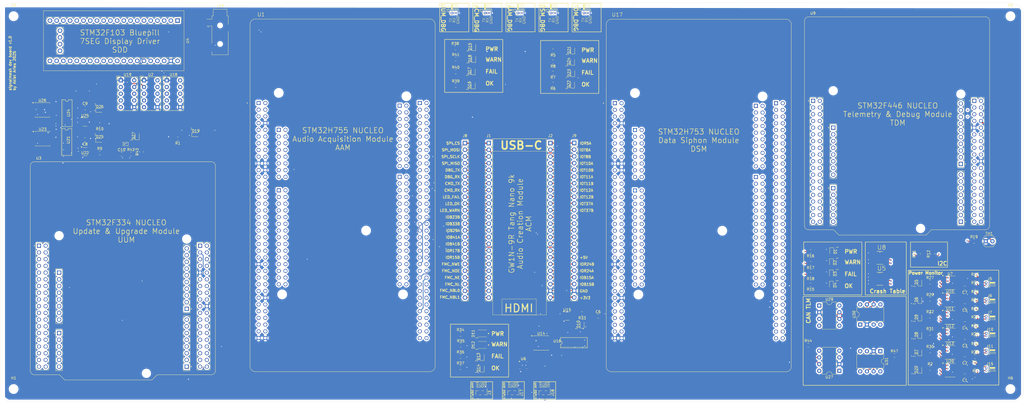
<source format=kicad_pcb>
(kicad_pcb (version 20241229) (generator "pcbnew") (generator_version "9.0")
  (layers (0 "F.Cu" signal) (4 "In1.Cu" signal) (6 "In2.Cu" signal) (2 "B.Cu" signal) (13 "F.Paste" user) (15 "B.Paste" user) (5 "F.SilkS" user "F.Silkscreen") (7 "B.SilkS" user "B.Silkscreen") (1 "F.Mask" user) (3 "B.Mask" user) (25 "Edge.Cuts" user))
  (net 0 "")
  (net 2 "Net-(U22-VOUT)")
  (net 15 "Net-(U25-VOUT)")
  (net 17 "3V3_UUM")
  (net 18 "Net-(D19-A)")
  (net 45 "Net-(D20-A)")
  (net 50 "Net-(D21-A)")
  (net 57 "Net-(D22-A)")
  (net 58 "GND")
  (net 59 "AAM_FMC_NBL0")
  (net 60 "unconnected-(J1-Pin_14-Pad14)")
  (net 61 "Net-(D23-A)")
  (net 62 "AAM_FMC_NE")
  (net 63 "unconnected-(J1-Pin_15-Pad15)")
  (net 64 "Net-(U14-VCC)")
  (net 65 "Net-(D10-A)")
  (net 66 "Net-(D11-A)")
  (net 67 "Net-(D12-A)")
  (net 68 "Net-(D13-A)")
  (net 69 "Net-(D14-A)")
  (net 70 "Net-(D15-A)")
  (net 71 "Net-(D16-A)")
  (net 72 "Net-(D17-A)")
  (net 73 "Net-(D18-A)")
  (net 74 "ACM_LED_WARN")
  (net 75 "ACM_DBG_TX")
  (net 76 "ACM_CMD_RX")
  (net 77 "ACM_DBG_RX")
  (net 78 "Net-(D24-A)")
  (net 79 "ACM_SPI_SCLK")
  (net 80 "ACM_SPI_CS")
  (net 81 "ACM_LED_FAIL")
  (net 82 "AAM_FMC_NL")
  (net 83 "AAM_FMC_NBL1")
  (net 84 "unconnected-(J1-Pin_17-Pad17)")
  (net 85 "unconnected-(J1-Pin_16-Pad16)")
  (net 86 "unconnected-(J2-Pin_22-Pad22)")
  (net 87 "AAM_FMC_D11")
  (net 88 "ACM_SPI_MISO")
  (net 89 "ACM_CMD_TX")
  (net 90 "ACM_SPI_MOSI")
  (net 91 "ACM_LED_OK")
  (net 92 "AAM_FMC_NOE")
  (net 94 "ACM_FMC_D15")
  (net 95 "unconnected-(J2-Pin_21-Pad21)")
  (net 96 "AAM_FMC_D0")
  (net 97 "AAM_FMC_D10")
  (net 98 "ACM_FMC_D14")
  (net 99 "unconnected-(J2-Pin_20-Pad20)")
  (net 100 "unconnected-(J2-Pin_19-Pad19)")
  (net 101 "AAM_FMC_D9")
  (net 107 "Net-(D25-A)")
  (net 113 "Net-(D26-A)")
  (net 120 "Net-(D1-A)")
  (net 121 "5V_TDM")
  (net 122 "AAM_FMC_NWE")
  (net 123 "AAM_FMC_D7")
  (net 124 "AAM_FMC_D3")
  (net 126 "Net-(D2-A)")
  (net 127 "Net-(D3-A)")
  (net 128 "Net-(D4-A)")
  (net 129 "AAM_FMC_D13")
  (net 130 "AAM_FMC_D8")
  (net 131 "AAM_FMC_D12")
  (net 155 "Net-(U9B-PC7)")
  (net 157 "3V3_ACM")
  (net 158 "AAM_FMC_D4")
  (net 159 "AAM_FMC_D6")
  (net 161 "AAM_FMC_D1")
  (net 162 "5V_ACM")
  (net 163 "AAM_FMC_D2")
  (net 165 "AAM_FMC_D5")
  (net 173 "Net-(D27-A)")
  (net 174 "TDM_I2C1_SCL")
  (net 179 "Net-(J15-Pin_1)")
  (net 183 "DSM_VDD")
  (net 190 "TDM_I2C1_SDA")
  (net 192 "DSM_I2C1_SDA")
  (net 193 "DSM_I2C1_SCL")
  (net 198 "TDM_VDD")
  (net 200 "TDM_DBG_RX")
  (net 201 "TDM_DBG_TX")
  (net 202 "Net-(J5-Pin_1)")
  (net 203 "Net-(J6-Pin_1)")
  (net 204 "Net-(J7-Pin_1)")
  (net 205 "Net-(J10-Pin_1)")
  (net 206 "Net-(J11-Pin_1)")
  (net 207 "Net-(D5-A)")
  (net 208 "AAM_DBG_TX")
  (net 209 "AAM_DBG_RX")
  (net 210 "DSM_DBG_TX")
  (net 211 "DSM_DBG_RX")
  (net 212 "VDD_ACM")
  (net 213 "Net-(D6-A)")
  (net 214 "Net-(D7-A)")
  (net 215 "Net-(D8-A)")
  (net 216 "Net-(D9-A)")
  (net 217 "VDD_AAM")
  (net 218 "VDD_UUM")
  (net 219 "VDD_DSM")
  (net 220 "5V_DSM")
  (net 221 "5V_UUM")
  (net 222 "5V_AAM")
  (net 223 "TDM_LED_OK")
  (net 224 "TDM_LED_WARN")
  (net 225 "TDM_LED_FAIL")
  (net 226 "ACM_VDD")
  (net 232 "Net-(U1B-GND_CN12-PadCN12_20)")
  (net 239 "VDD_7SDD")
  (net 279 "Net-(U14-~{CS})")
  (net 280 "Net-(U14-DI{slash}IO_{0})")
  (net 281 "Net-(U14-DO{slash}IO_{1})")
  (net 282 "Net-(U14-CLK)")
  (net 287 "AAM_VDD")
  (net 288 "AAM_LED_OK")
  (net 289 "AAM_LED_WARN")
  (net 290 "AAM_LED_FAIL")
  (net 300 "Net-(U1F-GND_CN10-PadCN10_17)")
  (net 333 "Net-(U1C-GND_CN8-PadCN8_11)")
  (net 361 "Net-(U1D-GND_CN9-PadCN9_12)")
  (net 384 "DSM_LED_OK")
  (net 386 "DSM_LED_WARN")
  (net 395 "Net-(U17B-GND_CN12-PadCN12_20)")
  (net 399 "DSM_LED_FAIL")
  (net 409 "Net-(U17F-GND_CN10-PadCN10_17)")
  (net 433 "Net-(U28B-VCC)")
  (net 434 "Net-(U17D-GND_CN9-PadCN9_12)")
  (net 450 "Net-(U17C-GND_CN8-PadCN8_11)")
  (net 499 "UUM_SPI_SEL")
  (net 503 "/CAN+")
  (net 580 "/CAN-")
  (net 593 "AAM_DAC_R")
  (net 599 "AAM_FMC_CLK")
  (net 600 "AAM_I2C1_SCL")
  (net 601 "AAM_I2C1_SDA")
  (net 613 "Net-(U2-B)")
  (net 614 "Net-(U2-DP)")
  (net 615 "Net-(U2-D)")
  (net 616 "Net-(U2-E)")
  (net 617 "Net-(U2-G)")
  (net 618 "Net-(U2-C)")
  (net 619 "Net-(U2-F)")
  (net 620 "Net-(U2-A)")
  (net 621 "Net-(U19-G)")
  (net 622 "Net-(U18-F)")
  (net 623 "Net-(U19-C)")
  (net 624 "Net-(U19-F)")
  (net 625 "Net-(U19-A)")
  (net 626 "Net-(U19-D)")
  (net 627 "Net-(U18-D)")
  (net 628 "Net-(U18-B)")
  (net 629 "Net-(U18-G)")
  (net 630 "Net-(U18-C)")
  (net 631 "Net-(U19-DP)")
  (net 632 "5V_7SDD")
  (net 633 "Net-(U18-DP)")
  (net 634 "Net-(U19-E)")
  (net 635 "Net-(U18-A)")
  (net 636 "Net-(U19-B)")
  (net 637 "Net-(U18-E)")
  (net 638 "AAM_INTRPT_TX")
  (net 639 "AAM_DAC_L")
  (net 640 "AAM_INTRPT_RX")
  (net 643 "Net-(U3A-GND_S1-PadCN7_19)")
  (net 662 "UUM_SPI1_SCK")
  (net 663 "UUM_DBG_TX")
  (net 667 "UUM_SPI1_MISO")
  (net 676 "UUM_DBG_RX")
  (net 682 "UUM_SPI1_MOSI")
  (net 700 "UUM_CAN_RD")
  (net 703 "Net-(U3C-GND-PadCN6_6)")
  (net 705 "UUM_CAN_TD")
  (net 707 "UUM_SPI1_CS")
  (net 708 "7SDD_CMD_RX")
  (net 709 "7SDD_CMD_TX")
  (net 710 "UUM_SPI1_MISO_A")
  (net 712 "UUM_SPI1_SCLK")
  (net 714 "Net-(U21-1Y)")
  (net 715 "Net-(U21-3Y)")
  (net 716 "Net-(U21-2Y)")
  (net 717 "Net-(U21-4Y)")
  (net 721 "Net-(U24-1Y)")
  (net 722 "Net-(U24-3Y)")
  (net 726 "Net-(U24-2Y)")
  (net 728 "Net-(U24-4Y)")
  (net 729 "UUM_SPI1_MISO_B")
  (net 733 "AAM_CAN_TD")
  (net 736 "AAM_CAN_RD")
  (net 737 "DSM_CAN_TD")
  (net 738 "DSM_CAN_RD")
  (net 743 "VDD_TDM")
  (net 744 "TDM_CAN_TD")
  (net 745 "TDM_CAN_RD")
  (net 746 "unconnected-(J1-Pin_13-Pad13)")
  (net 747 "unconnected-(J1-Pin_12-Pad12)")
  (footprint "MountingHole:MountingHole_3.2mm_M3" (layer "F.Cu") (at 566 55)
    (property "Reference" "H5")
    (property "Value" "MountingHole")
  )
  (footprint "LED_SMD:LED_Kingbright_KPBD-3224" (layer "F.Cu") (at 366.31 179.3467 90)
    (property "Reference" "D12")
    (property "Value" "LED_OK")
  )
  (footprint "Connector_PinHeader_1.00mm:PinHeader_1x02_P1.00mm_Horizontal" (layer "F.Cu") (at 556.825 188)
    (property "Reference" "J15")
    (property "Value" "INA219_CONFIG")
  )
  (footprint "Display_7Segment:HDSP-A151" (layer "F.Cu") (at 246.92 79.24)
    (property "Reference" "U18")
    (property "Value" "HDSP-7503")
  )
  (footprint "LED_SMD:LED_0603_1608Metric" (layer "F.Cu") (at 363 71 90)
    (property "Reference" "D18")
    (property "Value" "LED_WARN")
  )
  (footprint "Resistor_SMD:R_0805_2012Metric_Pad1.20x1.40mm_HandSolder" (layer "F.Cu") (at 552.58 190.8)
    (property "Reference" "R3")
    (property "Value" "10k")
  )
  (footprint "Resistor_SMD:R_0805_2012Metric_Pad1.20x1.40mm_HandSolder" (layer "F.Cu") (at 233.3675 107.1175)
    (property "Reference" "R42")
    (property "Value" "100")
  )
  (footprint "Capacitor_SMD:C_0805_2012Metric" (layer "F.Cu") (at 216.0125 101.7175 180)
    (property "Reference" "C8")
    (property "Value" "10uf")
  )
  (footprint "LED_SMD:LED_0603_1608Metric" (layer "F.Cu") (at 531.756 155.555 90)
    (property "Reference" "D5")
    (property "Value" "LED_PWR")
  )
  (footprint "Resistor_SMD:R_0805_2012Metric_Pad1.20x1.40mm_HandSolder" (layer "F.Cu") (at 536.66 144.9 90)
    (property "Reference" "R12")
    (property "Value" "4.7k")
  )
  (footprint "Package_DIP:DIP-8_W7.62mm" (layer "F.Cu") (at 501.3 189.12 180)
    (property "Reference" "U27")
    (property "Value" "MCP2551-I-P")
  )
  (footprint "Capacitor_SMD:C_0805_2012Metric" (layer "F.Cu") (at 548.7327 178.0049 180)
    (property "Reference" "C3")
    (property "Value" "0.1uf")
  )
  (footprint "LED_SMD:LED_0603_1608Metric" (layer "F.Cu") (at 498.3 148.2 -90)
    (property "Reference" "D2")
    (property "Value" "LED_FAIL")
  )
  (footprint "LED_SMD:LED_0603_1608Metric" (layer "F.Cu") (at 400.4 72.1 90)
    (property "Reference" "D24")
    (property "Value" "LED_WARN")
  )
  (footprint "Resistor_SMD:R_0805_2012Metric_Pad1.20x1.40mm_HandSolder" (layer "F.Cu") (at 490.4 148.5 180)
    (property "Reference" "R17")
    (property "Value" "300")
  )
  (footprint "Resistor_SMD:R_0805_2012Metric_Pad1.20x1.40mm_HandSolder" (layer "F.Cu") (at 393 80.7 180)
    (property "Reference" "R6")
    (property "Value" "300")
  )
  (footprint "MountingHole:MountingHole_3.2mm_M3" (layer "F.Cu") (at 189 55)
    (property "Reference" "H2")
    (property "Value" "MountingHole")
  )
  (footprint "Resistor_SMD:R_0805_2012Metric_Pad1.20x1.40mm_HandSolder" (layer "F.Cu") (at 490.4 144 180)
    (property "Reference" "R16")
    (property "Value" "300")
  )
  (footprint "LED_SMD:LED_0603_1608Metric" (layer "F.Cu") (at 221.5675 101.9725)
    (property "Reference" "D25")
    (property "Value" "LED_PWR")
  )
  (footprint "Display_7Segment:HDSP-A151" (layer "F.Cu") (at 229.54 79.24)
    (property "Reference" "U19")
    (property "Value" "HDSP-7503")
  )
  (footprint "LED_SMD:LED_0603_1608Metric" (layer "F.Cu") (at 400.5 76.4 90)
    (property "Reference" "D23")
    (property "Value" "LED_FAIL")
  )
  (footprint "Connector_PinHeader_1.00mm:PinHeader_1x03_P1.00mm_Horizontal" (layer "F.Cu") (at 404.7 53.8 90)
    (property "Reference" "J4")
    (property "Value" "TDM_DBG")
  )
  (footprint "LED_SMD:LED_0603_1608Metric" (layer "F.Cu") (at 400.4 80.7 90)
    (property "Reference" "D22")
    (property "Value" "LED_OK")
  )
  (footprint "Resistor_SMD:R_0805_2012Metric_Pad1.20x1.40mm_HandSolder" (layer "F.Cu") (at 356.2 81.2)
    (property "Reference" "R39")
    (property "Value" "300")
  )
  (footprint "Connector_PinHeader_1.00mm:PinHeader_1x04_P1.00mm_Vertical_SMD_Pin1Left" (layer "F.Cu") (at 365.95 197.425 -90)
    (property "Reference" "J3")
    (property "Value" "LCD_display")
  )
  (footprint "Resistor_SMD:R_0805_2012Metric_Pad1.20x1.40mm_HandSolder" (layer "F.Cu") (at 358.01 183.68)
    (property "Reference" "R36")
    (property "Value" "300")
  )
  (footprint "Resistor_SMD:R_0805_2012Metric_Pad1.20x1.40mm_HandSolder" (layer "F.Cu") (at 489.5 179.4)
    (property "Reference" "R44")
    (property "Value" "120")
  )
  (footprint "Resistor_SMD:R_0805_2012Metric_Pad1.20x1.40mm_HandSolder" (layer "F.Cu") (at 552.58 160.855)
    (property "Reference" "R20")
    (property "Value" "10k")
  )
  (footprint "NUCLEO-H753ZI:MODULE_NUCLEO-H753ZI" (layer "F.Cu") (at 313.41 122.74)
    (property "Reference" "U1")
    (property "Value" "NUCLEO-H753ZI")
  )
  (footprint "Resistor_SMD:R_0805_2012Metric_Pad1.20x1.40mm_HandSolder" (layer "F.Cu") (at 552.58 167.355)
    (property "Reference" "R22")
    (property "Value" "10k")
  )
  (footprint "Resistor_SMD:R_0805_2012Metric_Pad1.20x1.40mm_HandSolder" (layer "F.Cu") (at 535.6 188.2)
    (property "Reference" "R2")
    (property "Value" "300")
  )
  (footprint "Package_LGA:Bosch_LGA-8_2.5x2.5mm_P0.65mm_ClockwisePinNumbering" (layer "F.Cu") (at 381.775 187.025)
    (property "Reference" "U6")
    (property "Value" "BME280")
  )
  (footprint "LED_SMD:LED_0603_1608Metric" (layer "F.Cu") (at 400.5 67.8 90)
    (property "Reference" "D21")
    (property "Value" "LED_PWR")
  )
  (footprint "Capacitor_SMD:C_0805_2012Metric" (layer "F.Cu") (at 548.7327 190.995 180)
    (property "Reference" "C1")
    (property "Value" "0.1uf")
  )
  (footprint "Capacitor_SMD:C_0805_2012Metric" (layer "F.Cu") (at 548.7327 164.5049 180)
    (property "Reference" "C5")
    (property "Value" "0.1uf")
  )
  (footprint "Connector_PinSocket_2.54mm:PinSocket_1x24_P2.54mm_Vertical" (layer "F.Cu") (at 401.01 102.94)
    (property "Reference" "J9")
    (property "Value" "FPGA I/O")
  )
  (footprint "Resistor_SMD:R_0805_2012Metric_Pad1.20x1.40mm_HandSolder" (layer "F.Cu") (at 221.5625 95.9725 180)
    (property "Reference" "R10")
    (property "Value" "300")
  )
  (footprint "Capacitor_SMD:C_0805_2012Metric" (layer "F.Cu") (at 410.065 168.48)
    (property "Reference" "C6")
    (property "Value" "10uf")
  )
  (footprint "Capacitor_SMD:C_0805_2012Metric" (layer "F.Cu") (at 548.7327 184.5078 180)
    (property "Reference" "C2")
    (property "Value" "0.1uf")
  )
  (footprint "LED_SMD:LED_0603_1608Metric" (layer "F.Cu") (at 235.7675 100.2175 90)
    (property "Reference" "D27")
    (property "Value" "LED_PWR")
  )
  (footprint "Package_SO:SOIC-8_3.9x4.9mm_P1.27mm" (layer "F.Cu") (at 543.1225 162.3837)
    (property "Reference" "U10")
    (property "Value" "INA219AxD")
  )
  (footprint "LED_SMD:LED_0603_1608Metric" (layer "F.Cu") (at 531.756 168.773 90)
    (property "Reference" "D9")
    (property "Value" "LED_PWR")
  )
  (footprint "OptoDevice:R_LDR_4.9x4.2mm_P2.54mm_Vertical" (layer "F.Cu") (at 556.66 140.1)
    (property "Reference" "TH1")
    (property "Value" "10k")
  )
  (footprint "Package_SO:SOIC-8_3.9x4.9mm_P1.27mm" (layer "F.Cu") (at 543.14 182.12)
    (property "Reference" "U13")
    (property "Value" "INA219AxD")
  )
  (footprint "Display_7Segment:HDSP-A151" (layer "F.Cu") (at 238.32 79.24)
    (property "Reference" "U2")
    (property "Value" "HDSP-7503")
  )
  (footprint "Resistor_SMD:R_0805_2012Metric_Pad1.20x1.40mm_HandSolder" (layer "F.Cu") (at 356.2 71.2)
    (property "Reference" "R41")
    (property "Value" "300")
  )
  (footprint "Resistor_SMD:R_0805_2012Metric_Pad1.20x1.40mm_HandSolder" (layer "F.Cu") (at 356 67)
    (property "Reference" "R38")
    (property "Value" "300")
  )
  (footprint "LED_SMD:LED_0603_1608Metric" (layer "F.Cu") (at 498.3 156.7 -90)
    (property "Reference" "D4")
    (property "Value" "LED_PWR")
  )
  (footprint "Package_TO_SOT_SMD:SOT-23-5" (layer "F.Cu") (at 216 106.2225)
    (property "Reference" "U22")
    (property "Value" "AP2112K-3.3")
  )
  (footprint "Resistor_SMD:R_0805_2012Metric_Pad1.20x1.40mm_HandSolder" (layer "F.Cu") (at 535.6 181.605)
    (property "Reference" "R30")
    (property "Value" "300")
  )
  (footprint "Resistor_SMD:R_0805_2012Metric_Pad1.20x1.40mm_HandSolder" (layer "F.Cu") (at 552.58 157.469)
    (property "Reference" "R14")
    (property "Value" "10k")
  )
  (footprint "Package_TO_SOT_SMD:SOT-23-5" (layer "F.Cu") (at 398.3475 168.43)
    (property "Reference" "U15")
    (property "Value" "AP2112K-3.3")
  )
  (footprint "Connector_PinSocket_2.54mm:PinSocket_1x24_P2.54mm_Vertical" (layer "F.Cu") (at 368.7 102.98)
    (property "Reference" "J1")
    (property "Value" "FPGA I/O")
  )
  (footprint "Capacitor_SMD:C_0805_2012Metric" (layer "F.Cu") (at 216.0125 89.7175)
    (property "Reference" "C9")
    (property "Value" "10uf")
  )
  (footprint "Package_SO:SOIC-8_3.9x4.9mm_P1.27mm" (layer "F.Cu") (at 543.105 168.9625)
    (property "Reference" "U11")
    (property "Value" "INA219AxD")
  )
  (footprint "Resistor_SMD:R_0805_2012Metric_Pad1.20x1.40mm_HandSolder" (layer "F.Cu") (at 490.4 152.64 180)
    (property "Reference" "R18")
    (property "Value" "300")
  )
  (footprint "Resistor_SMD:R_0805_2012Metric_Pad1.20x1.40mm_HandSolder" (layer "F.Cu") (at 356.2 76)
    (property "Reference" "R40")
    (property "Value" "300")
  )
  (footprint "Resistor_SMD:R_0805_2012Metric_Pad1.20x1.40mm_HandSolder" (layer "F.Cu") (at 393 76.5 180)
    (property "Reference" "R7")
    (property "Value" "300")
  )
  (footprint "LED_SMD:LED_0603_1608Metric" (layer "F.Cu") (at 362.8 81 90)
    (property "Reference" "D16")
    (property "Value" "LED_OK")
  )
  (footprint "Connector_PinSocket_2.54mm:PinSocket_1x24_P2.54mm_Vertical" (layer "F.Cu") (at 359.7 102.98)
    (property "Reference" "J8")
    (property "Value" "FPGA I/O")
  )
  (footprint "LED_SMD:LED_0603_1608Metric" (layer "F.Cu") (at 531.756 162.164 90)
    (property "Reference" "D6")
    (property "Value" "LED_PWR")
  )
  (footprint "Resistor_SMD:R_0805_2012Metric_Pad1.20x1.40mm_HandSolder" (layer "F.Cu") (at 358.11 179.48)
    (property "Reference" "R35")
    (property "Value" "300")
  )
  (footprint "Resistor_SMD:R_0805_2012Metric_Pad1.20x1.40mm_HandSolder" (layer "F.Cu") (at 552.58 163.805)
    (property "Reference" "R21")
    (property "Value" "10k")
  )
  (footprint "Connector_PinHeader_1.00mm:PinHeader_1x04_P1.00mm_Vertical_SMD_Pin1Left" (layer "F.Cu") (at 389.8 197.425 -90)
    (property "Reference" "J18")
    (property "Value" "LCD_display")
  )
  (footprint "Resistor_SMD:R_0805_2012Metric_Pad1.20x1.40mm_HandSolder" (layer "F.Cu") (at 490.4 156.64 180)
    (property "Reference" "R15")
    (property "Value" "300")
  )
  (footprint "LED_SMD:LED_0603_1608Metric" (layer "F.Cu") (at 257.9 99.8)
    (property "Reference" "D19")
    (property "Value" "LED_PWR")
  )
  (footprint "Package_SO:SOIC-8_5.3x5.3mm_P1.27mm" (layer "F.Cu") (at 388.51 178.58)
    (property "Reference" "U14")
    (property "Value" "W25Q128JVS")
  )
  (footprint "LED_SMD:LED_0603_1608Metric" (layer "F.Cu") (at 404.01 171.48 90)
    (property "Reference" "D10")
    (property "Value" "LED_PWR")
  )
  (footprint "Resistor_SMD:R_0805_2012Metric_Pad1.20x1.40mm_HandSolder" (layer "F.Cu") (at 393 72.3 180)
    (property "Reference" "R8")
    (property "Value" "300")
  )
  (footprint "LED_SMD:LED_0603_1608Metric" (layer "F.Cu") (at 498.3 152.4451 -90)
    (property "Reference" "D3")
    (property "Value" "LED_WARN")
  )
  (footprint "Resistor_SMD:R_0805_2012Metric_Pad1.20x1.40mm_HandSolder" (layer "F.Cu") (at 535.6 168.43)
    (property "Reference" "R32")
    (property "Value" "300")
  )
  (footprint "Package_DIP:DIP-8_W7.62mm" (layer "F.Cu") (at 493.69 164.42)
    (property "Reference" "U29")
    (property "Value" "MCP2551-I-P")
  )
  (footprint "Resistor_SMD:R_0805_2012Metric_Pad1.20x1.40mm_HandSolder" (layer "F.Cu") (at 358.01 187.88)
    (property "Reference" "R37")
    (property "Value" "300")
  )
  (footprint "Connector_PinSocket_2.54mm:PinSocket_1x24_P2.54mm_Vertical" (layer "F.Cu") (at 392.01 102.98)
    (property "Reference" "J2")
    (property "Value" "FPGA I/O")
  )
  (footprint "NUCLEO-F446RE:MODULE_NUCLEO-F446RE" (layer "F.Cu") (at 523.11 96.51)
    (property "Reference" "U9")
    (property "Value" "NUCLEO-F446RE")
  )
  (footprint "Resistor_SMD:R_0805_2012Metric_Pad1.20x1.40mm_HandSolder" (layer "F.Cu") (at 535.6 174.8675)
    (property "Reference" "R31")
    (property "Value" "300")
  )
  (footprint "Connector_PinHeader_1.00mm:PinHeader_1x03_P1.00mm_Horizontal" (layer "F.Cu") (at 367.3 53.8 90)
    (property "Reference" "J14")
    (property "Value" "ACM_DBG")
  )
  (footprint "Capacitor_SMD:C_0805_2012Metric" (layer "F.Cu") (at 548.7 157.8 180)
    (property "Reference" "C7")
    (property "Value" "0.1uf")
  )
  (footprint "Resistor_SMD:R_0805_2012Metric_Pad1.20x1.40mm_HandSolder" (layer "F.Cu") (at 393 68.1 180)
    (property "Reference" "R5")
    (property "Value" "300")
  )
  (footprint "LED_SMD:LED_0603_1608Metric" (layer "F.Cu") (at 531.756 181.991 90)
    (property "Reference" "D7")
    (property "Value" "LED_PWR")
  )
  (footprint "LED_SMD:LED_0603_1608Metric" (layer "F.Cu") (at 366.21 188.08 90)
    (property "Reference" "D14")
    (property "Value" "LED_WARN")
  )
  (footprint "Connector_PinHeader_1.00mm:PinHeader_1x02_P1.00mm_Horizontal" (layer "F.Cu") (at 556.825 181.305)
    (property "Reference" "J11")
    (property "Value" "INA219_CONFIG")
  )
  (footprint "Connector_PinHeader_1.00mm:PinHeader_1x03_P1.00mm_Horizontal" (layer "F.Cu") (at 354.75 53.8 90)
    (property "Reference" "J16")
    (property "Value" "DSM_DBG")
  )
  (footprint "Connector_PinHeader_1.00mm:PinHeader_1x02_P1.00mm_Horizontal" (layer "F.Cu") (at 556.825 162.18)
    (property "Reference" "J6")
    (property "Value" "INA219_CONFIG")
  )
  (footprint "Resistor_SMD:R_0805_2012Metric_Pad1.20x1.40mm_HandSolder" (layer "F.Cu") (at 221.5625 106.7175)
    (property "Reference" "R9")
    (property "Value" "300")
  )
  (footprint "LED_SMD:LED_0603_1608Metric" (layer "F.Cu") (at 366.21 183.7133 90)
    (property "Reference" "D13")
    (property "Value" "LED_FAIL")
  )
  (footprint "LED_SMD:LED_0603_1608Metric" (layer "F.Cu") (at 363 66.5 90)
    (property "Reference" "D15")
    (property "Value" "LED_PWR")
  )
  (footprint "MountingHole:MountingHole_3.2mm_M3" (layer "F.Cu") (at 566 196)
    (property "Reference" "H6")
    (property "Value" "MountingHole")
  )
  (footprint "Resistor_SMD:R_0805_2012Metric_Pad1.20x1.40mm_HandSolder" (layer "F.Cu") (at 251.1 101.4 180)
    (property "Reference" "R1")
    (property "Value" "300")
  )
  (footprint "Connector_PinHeader_1.00mm:PinHeader_1x02_P1.00mm_Horizontal" (layer "F.Cu") (at 556.825 174.93)
    (property "Reference" "J10")
    (property "Value" "INA219_CONFIG")
  )
  (footprint "Resistor_SMD:R_0805_2012Metric_Pad1.20x1.40mm_HandSolder" (layer "F.Cu") (at 535.6 161.9925)
    (property "Reference" "R29")
    (property "Value" "300")
  )
  (footprint "Resistor_SMD:R_0805_2012Metric_Pad1.20x1.40mm_HandSolder" (layer "F.Cu") (at 552.58 170.455)
    (property "Reference" "R24")
    (property "Value" "10k")
  )
  (footprint "Footprints:YAAJ_WeAct_BlackPill_SWD_2" (layer "F.Cu") (at 251 56.66 -90)
    (property "Reference" "U4")
    (property "Value" "YAAJ_BluePill_Part_Like" (hide yes))
  )
  (footprint "Connector_PinHeader_1.00mm:PinHeader_1x03_P1.00mm_Horizontal" (layer "F.Cu") (at 379.7 53.8 90)
    (property "Reference" "J12")
    (property "Value" "AAM_DBG")
  )
  (footprint "NUCLEO-F303RE:ST_NUCLEO-F303RE" (layer "F.Cu") (at 230.33 151.32)
    (property "Reference" "U3")
    (property "Value" "NUCLEO-F303RE")
  )
  (footprint "74HC4050D:SO16" (layer "F.Cu") (at 400.915 178.48)
    (property "Reference" "U16")
    (property "Value" "74HC4050D")
  )
  (footprint "Connector_PinHeader_1.00mm:PinHeader_1x03_P1.00mm_Horizontal" (layer "F.Cu") (at 392.2 53.8 90)
    (property "Reference" "J13")
    (property "Value" "DSM_DBG")
  )
  (footprint "Package_DIP:DIP-8_W7.62mm" (layer "F.Cu") (at 516.8 181.7 -90)
    (property "Reference" "U31")
    (property "Value" "MCP2551-I-P")
  )
  (footprint "Package_SO:SOIC-8_3.9x4.9mm_P1.27mm" (layer "F.Cu") (at 543.1575 175.5412)
    (property "Reference" "U12")
    (property "Value" "INA219AxD")
  )
  (footprint "NUCLEO-H753ZI:MODULE_NUCLEO-H753ZI" (layer "F.Cu") (at 448.13 122.81)
    (property "Reference" "U17")
    (property "Value" "NUCLEO-H753ZI")
  )
  (footprint "LED_SMD:LED_0603_1608Metric" (layer "F.Cu") (at 362.8 75.7 90)
    (property "Reference" "D17")
    (property "Value" "LED_FAIL")
  )
  (footprint "LED_SMD:LED_0603_1608Metric" (layer "F.Cu") (at 531.756 175.382 90)
    (property "Reference" "D8")
    (property "Value" "LED_PWR")
  )
  (footprint "Capacitor_SMD:C_0805_2012Metric" (layer "F.Cu") (at 548.7327 171.2549 180)
    (property "Reference" "C4")
    (property "Value" "0.1uf")
  )
  (footprint "LED_SMD:LED_Kingbright_KPBD-3224" (layer "F.Cu") (at 366.31 174.98 90)
    (property "Reference" "D11")
    (property "Value" "LED_PWR")
  )
  (footprint "LED_SMD:LED_0603_1608Metric" (layer "F.Cu") (at 498.4 144 -90)
    (property "Reference" "D1")
    (property "Value" "LED_OK")
  )
  (footprint "24LC256-I_SN:SOIC127P600X175-8N" (layer "F.Cu") (at 516.6 154.305)
    (property "Reference" "U5")
    (property "Value" "24LC256-I_SN")
  )
  (footprint "Resistor_SMD:R_0805_2012Metric_Pad1.20x1.40mm_HandSolder" (layer "F.Cu") (at 552.6 180.5)
    (property "Reference" "R26")
    (property "Value" "10k")
  )
  (footprint "Resistor_SMD:R_0805_2012Metric_Pad1.20x1.40mm_HandSolder" (layer "F.Cu") (at 237.3675 106.3175 90)
    (property "Reference" "R43")
    (property "Value" "300")
  )
  (footprint "74HC4050D:SO16" (layer "F.Cu") (at 209.0675 102.5725 -90)
    (property "Reference" "U21")
    (property "Value" "74HC4050D")
  )
  (footprint "Connector_Audio:Jack_3.5mm_CUI_SJ-3523-SMT_Horizontal" (layer "F.Cu") (at 267.1 61)
    (property "Reference" "J19")
    (property "Value" "AudioJack3")
  )
  (footprint "MountingHole:MountingHole_3.2mm_M3" (layer "F.Cu") (at 189 196)
    (property "Reference" "H1")
    (property "Value" "MountingHole")
  )
  (footprint "Resistor_SMD:R_0805_2012Metric_Pad1.20x1.40mm_HandSolder" (layer "F.Cu") (at 552.58 173.805)
    (property "Reference" "R23")
    (property "Value" "10k")
  )
  (footprint "Resistor_SMD:R_0805_2012Metric_Pad1.20x1.40mm_HandSolder" (layer "F.Cu") (at 552.58 183.755)
    (property "Reference" "R28")
    (property "Value" "10k")
  )
  (footprint "24LC256-I_SN:SOIC127P600X175-8N" (layer "F.Cu") (at 516.6 146.4)
    (property "Reference" "U8")
    (property "Value" "24LC256-I_SN")
  )
  (footprint "Resistor_SMD:R_0805_2012Metric_Pad1.20x1.40mm_HandSolder" (layer "F.Cu") (at 552.58 154.305)
    (property "Reference" "R13")
    (property "Value" "10k")
  )
  (footprint "Package_SO:SOIC-8_3.9x4.9mm_P1.27mm" (layer "F.Cu") (at 543.175 188.905)
    (property "Reference" "U20")
    (property "Value" "INA219AxD")
  )
  (footprint "Resistor_SMD:R_0805_2012Metric_Pad1.20x1.40mm_HandSolder" (layer "F.Cu") (at 552.58 187.5)
    (property "Reference" "R4")
    (property "Value" "10k")
  )
  (footprint "Connector_PinHeader_1.00mm:PinHeader_1x02_P1.00mm_Horizontal" (layer "F.Cu") (at 556.825 155.805)
    (property "Reference" "J5")
    (property "Value" "INA219_CONFIG")
  )
  (footprint "Resistor_SMD:R_0805_2012Metric_Pad1.20x1.40mm_HandSolder" (layer "F.Cu") (at 522.1 183.3)
    (property "Reference" "R47")
    (property "Value" "120")
  )
  (footprint "Resistor_SMD:R_0805_2012Metric_Pad1.20x1.40mm_HandSolder" (layer "F.Cu") (at 535.6 155.555)
    (property "Reference" "R27")
    (property "Value" "300")
  )
  (footprint "Connector_PinHeader_1.00mm:PinHeader_1x04_P1.00mm_Vertical_SMD_Pin1Left" (layer "F.Cu") (at 378.029 197.4234 -90)
    (property "Reference" "J17")
    (property "Value" "LCD_display")
  )
  (footprint "Resistor_SMD:R_0805_2012Metric_Pad1.20x1.40mm_HandSolder" (layer "F.Cu") (at 404.01 167.48 180)
    (property "Reference" "R33")
    (property "Value" "300")
  )
  (footprint "Package_DIP:DIP-8_W7.62mm" (layer "F.Cu") (at 509.18 171.62 90)
    (property "Reference" "U30")
    (property "Value" "MCP2551-I-P")
  )
  (footprint "Capacitor_SMD:C_0805_2012Metric" (layer "F.Cu") (at 229.8225 107.2175)
    (property "Reference" "C10")
    (property "Value" "0.1uf")
  )
  (footprint "Resistor_SMD:R_0805_2012Metric_Pad1.20x1.40mm_HandSolder" (layer "F.Cu") (at 552.58 176.955)
    (property "Reference" "R25")
    (property "Value" "10k")
  )
  (footprint "Connector_PinHeader_1.00mm:PinHeader_1x02_P1.00mm_Horizontal" (layer "F.Cu") (at 556.825 168.555)
    (property "Reference" "J7")
    (property "Value" "INA219_CONFIG")
  )
  (footprint "Package_TO_SOT_SMD:SOT-23-5" (layer "F.Cu") (at 216 95.0225)
    (property "Reference" "U25")
    (property "Value" "AP2112K-3.3")
  )
  (footprint "Resistor_SMD:R_0805_2012Metric_Pad1.20x1.40mm_HandSolder" (layer "F.Cu") (at 531.2 144.9 90)
    (property "Reference" "R11")
    (property "Value" "4.7k")
  )
  (footprint "74HC4050D:SO16" (layer "F.Cu") (at 209.1625 91.6725 -90)
    (property "Reference" "U24")
    (property "Value" "74HC4050D")
  )
  (footprint "Resistor_SMD:R_0805_2012Metric_Pad1.20x1.40mm_HandSolder" (layer "F.Cu") (at 552.2 140.1)
    (property "Reference" "R19")
    (property "Value" "10k")
  )
  (footprint "Resistor_SMD:R_0805_2012Metric_Pad1.20x1.40mm_HandSolder" (layer "F.Cu") (at 358.01 175.28)
    (property "Reference" "R34")
    (property "Value" "300")
  )
  (footprint "Package_SO:SOIC-8_5.3x5.3mm_P1.27mm" (layer "F.Cu") (at 199.875 90.4225)
    (property "Reference" "U26")
    (property "Value" "W25Q128JVS")
  )
  (footprint "Package_SO:SOIC-8_3.9x4.9mm_P1.27mm" (layer "F.Cu") (at 543.175 155.805)
    (property "Reference" "U7")
    (property "Value" "INA219AxD")
  )
  (footprint "Package_SO:SOIC-8_5.3x5.3mm_P1.27mm" (layer "F.Cu") (at 199.98 101.3225)
    (property "Reference" "U23")
    (property "Value" "W25Q128JVS")
  )
  (footprint "SN74LVC1G3157:SC70-6" (layer "F.Cu") (at 231.3675 103.3175)
    (property "Reference" "U28")
    (property "Value" "74LVC1G3157")
  )
  (footprint "LED_SMD:LED_0603_1608Metric" (layer "F.Cu") (at 221.5675 90.6175)
    (property "Reference" "D26")
    (property "Value" "LED_PWR")
  )
  (footprint "LED_SMD:LED_0603_1608Metric" (layer "F.Cu") (at 531.756 188.6 90)
    (property "Reference" "D20")
    (property "Value" "LED_PWR")
  )
  (gr_rect (start 528.2 140.4) (end 542.2 149.9) (stroke (width 0.2)) (fill no) (layer "F.SilkS"))
  (gr_rect (start 354.21 171.48) (end 376.21 191.48) (stroke (width 0.2)) (fill no) (layer "F.SilkS"))
  (gr_line (start 402.9825 124.025) (end 403.3 124.025) (stroke (width 0.1)) (layer "F.SilkS"))
  (gr_rect (start 375.2 50.125) (end 386.2 60.894873) (stroke (width 0.2)) (fill no) (layer "F.SilkS"))
  (gr_rect (start 511.1 140.4) (end 526.6 160.4) (stroke (width 0.2)) (fill no) (layer "F.SilkS"))
  (gr_rect (start 361.85 193.230127) (end 370.15 199.8) (stroke (width 0.2)) (fill no) (layer "F.SilkS"))
  (gr_line (start 402.9825 104.975) (end 403.3 104.975) (stroke (width 0.1)) (layer "F.SilkS"))
  (gr_rect (start 373.85 193.230127) (end 382.15 199.8) (stroke (width 0.2)) (fill no) (layer "F.SilkS"))
  (gr_rect (start 370.2 101.305) (end 390.52 167.98) (stroke (width 0.1)) (fill no) (layer "F.SilkS"))
  (gr_rect (start 400.2 50.155127) (end 411.2 60.925) (stroke (width 0.2)) (fill no) (layer "F.SilkS"))
  (gr_rect (start 527.33 151.055) (end 561.58 194.505) (stroke (width 0.2)) (fill no) (layer "F.SilkS"))
  (gr_rect (start 350.15 50.140064) (end 361.15 60.909937) (stroke (width 0.2)) (fill no) (layer "F.SilkS"))
  (gr_rect (start 362.7 50.125) (end 373.7 60.894873) (stroke (width 0.2)) (fill no) (layer "F.SilkS"))
  (gr_rect (start 387.7 50.125) (end 398.7 60.894873) (stroke (width 0.2)) (fill no) (layer "F.SilkS"))
  (gr_rect (start 385.7 193.230127) (end 394 199.8) (stroke (width 0.2)) (fill no) (layer "F.SilkS"))
  (gr_rect (start 388.3 64.2) (end 410.3 84.2) (stroke (width 0.2)) (fill no) (layer "F.SilkS"))
  (gr_line (start 402.6 104.975) (end 402.6 124.025) (stroke (width 0.1)) (layer "F.SilkS"))
  (gr_rect (start 352 63.8) (end 374 83.8) (stroke (width 0.2)) (fill no) (layer "F.SilkS"))
  (gr_rect (start 487.8 140.4) (end 509.8 160.4) (stroke (width 0.2)) (fill no) (layer "F.SilkS"))
  (gr_rect (start 370.201459 101.30598) (end 390.521459 106.06848) (stroke (width 0.1)) (fill no) (layer "F.SilkS"))
  (gr_rect (start 373.693959 161.94848) (end 386.711459 167.98098) (stroke (width 0.1)) (fill no) (layer "F.SilkS"))
  (gr_rect (start 487.6 161) (end 526.6 194.6) (stroke (width 0.2)) (fill no) (layer "F.SilkS"))
  (gr_arc (start 189 200.88) (mid 185.464466 199.415534) (end 184 195.88) (stroke (width 0.05)) (layer "Edge.Cuts"))
  (gr_line (start 184 195.88) (end 184 54.9) (stroke (width 0.05)) (layer "Edge.Cuts"))
  (gr_line (start 189 49.900917) (end 566 49.951854) (stroke (width 0.05)) (layer "Edge.Cuts"))
  (gr_line (start 566 200.88) (end 189 200.88) (stroke (width 0.05)) (layer "Edge.Cuts"))
  (gr_arc (start 571 195.88) (mid 569.535534 199.415534) (end 566 200.88) (stroke (width 0.05)) (layer "Edge.Cuts"))
  (gr_line (start 571 54.951068) (end 571 195.88) (stroke (width 0.05)) (layer "Edge.Cuts"))
  (gr_arc (start 184 54.9) (mid 185.464466 51.364466) (end 189 49.9) (stroke (width 0.05)) (layer "Edge.Cuts"))
  (gr_arc (start 566 49.951068) (mid 569.535534 51.415534) (end 571 54.951068) (stroke (width 0.05)) (layer "Edge.Cuts"))
  (gr_text "STM32H753 NUCLEO\nData Siphon Module\nDSM" (at 448.13 106.37 0) (layer "F.SilkS") (effects (font (size 2.016 2.016) (thickness 0.2) (bold yes)) (justify bottom)))
  (gr_text "SCL" (at 365.95 195.6 90) (layer "F.SilkS") (effects (font (size 0.75 0.75) (thickness 0.1)) (justify left bottom)))
  (gr_text "DSM_DBG" (at 388.1 50.3 270) (layer "F.SilkS") (effects (font (size 1.5 1.5) (thickness 0.3) (bold yes)) (justify left bottom)))
  (gr_text "VDD" (at 391.8 195.5 90) (layer "F.SilkS") (effects (font (size 0.75 0.75) (thickness 0.1)) (justify left bottom)))
  (gr_text "FAIL" (at 403.6 77.2 0) (layer "F.SilkS") (effects (font (size 1.5 1.5) (thickness 0.3) (bold yes)) (justify left bottom)))
  (gr_text "VDD" (at 379.95 195.5 90) (layer "F.SilkS") (effects (font (size 0.75 0.75) (thickness 0.1)) (justify left bottom)))
  (gr_text "TX" (at 392.45 57.39327 90) (layer "F.SilkS") (effects (font (size 1 1) (thickness 0.1)) (justify left bottom)))
  (gr_text "GND" (at 388.7 195.6 90) (layer "F.SilkS") (effects (font (size 0.75 0.75) (thickness 0.1)) (justify left bottom)))
  (gr_text "OK" (at 503.1 157.9 0) (layer "F.SilkS") (effects (font (size 1.5 1.5) (thickness 0.3) (bold yes)) (justify left bottom)))
  (gr_text "signalmesh dev board v1.0\nby Akiel Aries 2025" (at 189.9 83.2 90) (layer "F.SilkS") (effects (font (size 1 1) (thickness 0.2) (bold yes)) (justify left bottom)))
  (gr_text "ACM_DBG" (at 363.2 50.559937 270) (layer "F.SilkS") (effects (font (size 1.5 1.5) (thickness 0.3) (bold yes)) (justify left bottom)))
  (gr_text "IOB15B\n" (at 402.9825 156.42 0) (layer "F.SilkS") (effects (font (size 1 1) (thickness 0.2) (bold yes)) (justify left)))
  (gr_text "FMC_NWE" (at 357.9 148.78 0) (layer "F.SilkS") (effects (font (size 1 1) (thickness 0.2) (bold yes)) (justify right)))
  (gr_text "IOB15A" (at 402.9825 153.88 0) (layer "F.SilkS") (effects (font (size 1 1) (thickness 0.2) (bold yes)) (justify left)))
  (gr_text "TX" (at 379.95 57.39327 90) (layer "F.SilkS") (effects (font (size 1 1) (thickness 0.1)) (justify left bottom)))
  (gr_text "GND" (at 376.85 195.6 90) (layer "F.SilkS") (effects (font (size 0.75 0.75) (thickness 0.1)) (justify left bottom)))
  (gr_text "GND" (at 395.2 58.059937 90) (layer "F.SilkS") (effects (font (size 1 1) (thickness 0.1)) (justify left bottom)))
  (gr_text "Crash Table" (at 512.6 159.9 0) (layer "F.SilkS") (effects (font (size 1.5 1.5) (thickness 0.3) (bold yes)) (justify left bottom)))
  (gr_text "FAIL" (at 367.3 76.8 0) (layer "F.SilkS") (effects (font (size 1.5 1.5) (thickness 0.3) (bold yes)) (justify left bottom)))
  (gr_text "STM32F334 NUCLEO\nUpdate & Upgrade Module\nUUM" (at 231.62 140.72 0) (layer "F.SilkS") (effects (font (size 2.016 2.016) (thickness 0.2) (bold yes)) (justify bottom)))
  (gr_text "GND" (at 402.9825 158.96 0) (layer "F.SilkS") (effects (font (size 1 1) (thickness 0.2) (bold yes)) (justify left)))
  (gr_text "VDD" (at 367.95 195.5 90) (layer "F.SilkS") (effects (font (size 0.75 0.75) (thickness 0.1)) (justify left bottom)))
  (gr_text "USB-C" (at 380.996459 103.84598 0) (layer "F.SilkS") (effects (font (size 3 3) (thickness 0.6) (bold yes))))
  (gr_text "DBG_RX" (at 357.9 115.76 0) (layer "F.SilkS") (effects (font (size 1 1) (thickness 0.2) (bold yes)) (justify right)))
  (gr_text "IOB33B" (at 357.9 133.54 0) (layer "F.SilkS") (effects (font (size 1 1) (thickness 0.2) (bold yes)) (justify right)))
  (gr_text "PWR" (at 369.51 175.98 0) (layer "F.SilkS") (effects (font (size 1.5 1.5) (thickness 0.3) (bold yes)) (justify left bottom)))
  (gr_text "TX" (at 367.45 57.39327 90) (layer "F.SilkS") (effects (font (size 1 1) (thickness 0.1)) (justify left bottom)))
  (gr_text "STM32F446 NUCLEO\nTelemetry & Debug Module\nTDM" (at 523.36 96.5 0) (layer "F.SilkS") (effects (font (size 2.016 2.016) (thickness 0.2) (bold yes)) (justify bottom)))
  (gr_text "CMD_RX" (at 357.9 120.84 0) (layer "F.SilkS") (effects (font (size 1 1) (thickness 0.2) (bold yes)) (justify right)))
  (gr_text "PWR" (at 367.3 68.3 0) (layer "F.SilkS") (effects (font (size 1.5 1.5) (thickness 0.3) (bold yes)) (justify left bottom)))
  (gr_text "DBG_TX" (at 357.9 113.22 0) (layer "F.SilkS") (effects (font (size 1 1) (thickness 0.2) (bold yes)) (justify right)))
  (gr_text "AAM DSPLY" (at 374.05 193.4 270) (layer "F.SilkS") (effects (font (size 0.75 0.75)) (justify left bottom)))
  (gr_text "SPI_MOSI" (at 357.9 105.6 0) (layer "F.SilkS") (effects (font (size 1 1) (thickness 0.2) (bold yes)) (justify right)))
  (gr_text "IOT8B\n" (at 402.9825 108.16 0) (layer "F.SilkS") (effects (font (size 1 1) (thickness 0.2) (bold yes)) (justify left)))
  (gr_text "TDM_DBG" (at 400.7 50.425 270) (layer "F.SilkS") (effects (font (size 1.5 1.5) (thickness 0.3) (bold yes)) (justify left bottom)))
  (gr_text "RX" (at 381.325 57.512318 90) (layer "F.SilkS") (effects (font (size 1 1) (thickness 0.1)) (justify left bottom)))
  (gr_text "SDA" (at 366.95 195.6 90) (layer "F.SilkS") (effects (font (size 0.75 0.75) (thickness 0.1)) (justify left bottom)))
  (gr_text "OK" (at 369.51 188.98 0) (layer "F.SilkS") (effects (font (size 1.5 1.5) (thickness 0.3) (bold yes)) (justify left bottom)))
  (gr_text "SCL" (at 377.95 195.6 90) (layer "F.SilkS") (effects (font (size 0.75 0.75) (thickness 0.1)) (justify left bottom)))
  (gr_text "LED_FAIL" (at 357.9 123.38 0) (layer "F.SilkS") (effects (font (size 1 1) (thickness 0.2) (bold yes)) (justify right)))
  (gr_text "IOT12B\n" (at 402.9825 123.39 0) (layer "F.SilkS") (effects (font (size 1 1) (thickness 0.2) (bold yes)) (justify left)))
  (gr_text "WARN" (at 367.3 72.3 0) (layer "F.SilkS") (effects (font (size 1.5 1.5) (thickness 0.3) (bold yes)) (justify left bottom)))
  (gr_text "FMC_NOE" (at 357.9 151.32 0) (layer "F.SilkS") (effects (font (size 1 1) (thickness 0.2) (bold yes)) (justify right)))
  (gr_text "IOT8A\n" (at 402.9825 105.62 0) (layer "F.SilkS") (effects (font (size 1 1) (thickness 0.2) (bold yes)) (justify left)))
  (gr_text "AAM_DBG" (at 375.7 50.559937 270) (layer "F.SilkS") (effects (font (size 1.5 1.5) (thickness 0.3) (bold yes)) (justify left bottom)))
  (gr_text "GND" (at 357.65 58.075001 90) (layer "F.SilkS") (effects (font (size 1 1) (thickness 0.1)) (justify left bottom)))
  (gr_text "SDA" (at 390.8 195.6 90) (layer "F.SilkS") (effects (font (size 0.75 0.75) (thickness 0.1)) (justify left bottom)))
  (gr_text "IOR15B" (at 357.9 146.24 0) (layer "F.SilkS") (effects (font (size 1 1) (thickness 0.2) (bold yes)) (justify right)))
  (gr_text "IOT11B\n" (at 402.9825 118.32 0) (layer "F.SilkS") (effects (font (size 1 1) (thickness 0.2) (bold yes)) (justify left)))
  (gr_text "STM32F103 Bluepill\n7SEG Display Driver\nSDD" (at 229.2 68.9 0) (layer "F.SilkS") (effects (font (size 2.016 2.016) (thickness 0.2) (bold yes)) (justify bottom)))
  (gr_text "IOR5A" (at 402.9825 103.08 0) (layer "F.SilkS") (effects (font (size 1 1) (thickness 0.2) (bold yes)) (justify left)))
  (gr_text "PWR" (at 503.1 144.9 0) (layer "F.SilkS") (effects (font (size 1.5 1.5) (thickness 0.3) (bold yes)) (justify left bottom)))
  (gr_text "CAN TLM" (at 490.5 171.4 90) (layer "F.SilkS") (effects (font (size 1.5 1.5) (thickness 0.3) (bold yes)) (justify left bottom)))
  (gr_text "IOT37A\n" (at 402.9825 125.94 0) (layer "F.SilkS") (effects (font (size 1 1) (thickness 0.2) (bold yes)) (justify left)))
  (gr_text "I2C" (at 538.2 149.4 0) (layer "F.SilkS") (effects (font (size 1.5 1.5) (thickness 0.3) (bold yes)) (justify left bottom)))
  (gr_text "STM32H755 NUCLEO\nAudio Acquisition Module\nAAM" (at 313.54 105.87 0) (layer "F.SilkS") (effects (font (size 2.016 2.016) (thickness 0.2) (bold yes)) (justify bottom)))
  (gr_text "FAIL" (at 503.1 153.4 0) (layer "F.SilkS") (effects (font (size 1.5 1.5) (thickness 0.3) (bold yes)) (justify left bottom)))
  (gr_text "WARN" (at 503.1 148.9 0) (layer "F.SilkS") (effects (font (size 1.5 1.5) (thickness 0.3) (bold yes)) (justify left bottom)))
  (gr_text "IOR17B" (at 357.9 143.7 0) (layer "F.SilkS") (effects (font (size 1 1) (thickness 0.2) (bold yes)) (justify right)))
  (gr_text "SDA" (at 378.95 195.6 90) (layer "F.SilkS") (effects (font (size 0.75 0.75) (thickness 0.1)) (justify left bottom)))
  (gr_text "IOB29A" (at 357.9 136.08 0) (layer "F.SilkS") (effects (font (size 1 1) (thickness 0.2) (bold yes)) (justify right)))
  (gr_text "Power Monitor" (at 527.33 152.805 0) (layer "F.SilkS") (effects (font (size 1.2 1.2) (thickness 0.3) (bold yes)) (justify left bottom)))
  (gr_text "+5V\n" (at 402.9825 146.26 0) (layer "F.SilkS") (effects (font (size 1 1) (thickness 0.2) (bold yes)) (justify left)))
  (gr_text "PWR" (at 403.6 68.7 0) (layer "F.SilkS") (effects (font (size 1.5 1.5) (thickness 0.3) (bold yes)) (justify left bottom)))
  (gr_text "GND" (at 382.7 58.059937 90) (layer "F.SilkS") (effects (font (size 1 1) (thickness 0.1)) (justify left bottom)))
  (gr_text "OK" (at 367.3 81.3 0) (layer "F.SilkS") (effects (font (size 1.5 1.5) (thickness 0.3) (bold yes)) (justify left bottom)))
  (gr_text "RX" (at 393.825 57.512318 90) (layer "F.SilkS") (effects (font (size 1 1) (thickness 0.1)) (justify left bottom)))
  (gr_text "LED_OK" (at 357.9 125.92 0) (layer "F.SilkS") (effects (font (size 1 1) (thickness 0.2) (bold yes)) (justify right)))
  (gr_text "TX" (at 404.95 57.258333 90) (layer "F.SilkS") (effects (font (size 1 1) (thickness 0.1)) (justify left bottom)))
  (gr_text "GND" (at 364.85 195.6 90) (layer "F.SilkS") (effects (font (size 0.75 0.75) (thickness 0.1)) (justify left bottom)))
  (gr_text "FMC_NL" (at 357.9 156.4 0) (layer "F.SilkS") (effects (font (size 1 1) (thickness 0.2) (bold yes)) (justify right)))
  (gr_text "FMC_NBL1" (at 357.9 161.3 0) (layer "F.SilkS") (effects (font (size 1 1) (thickness 0.2) (bold yes)) (justify right)))
  (gr_text "FMC_NBL0" (at 357.9 158.76 0) (layer "F.SilkS") (effects (font (size 1 1) (thickness 0.2) (bold yes)) (justify right)))
  (gr_text "UUM_DBG" (at 350.6 50.1 270) (layer "F.SilkS") (effects (font (size 1.5 1.5) (thickness 0.3) (bold yes)) (justify left bottom)))
  (gr_text "IOB41A" (at 357.9 138.62 0) (layer "F.SilkS") (effects (font (size 1 1) (thickness 0.2) (bold yes)) (justify right)))
  (gr_text "IOB41B" (at 357.9 141.16 0) (layer "F.SilkS") (effects (font (size 1 1) (thickness 0.2) (bold yes)) (justify right)))
  (gr_text "CMD_TX" (at 357.9 118.3 0) (layer "F.SilkS") (effects (font (size 1 1) (thickness 0.2) (bold yes)) (justify right)))
  (gr_text "RX" (at 406.325 57.377381 90) (layer "F.SilkS") (effects (font (size 1 1) (thickness 0.1)) (justify left bottom)))
  (gr_text "TX" (at 354.9 57.408334 90) (layer "F.SilkS") (effects (font (size 1 1) (thickness 0.1)) (justify left bottom)))
  (gr_text "GND" (at 407.7 57.925 90) (layer "F.SilkS") (effects (font (size 1 1) (thickness 0.1)) (justify left bottom)))
  (gr_text "IOR24B\n" (at 402.9825 148.8 0) (layer "F.SilkS") (effects (font (size 1 1) (thickness 0.2) (bold yes)) (justify left)))
  (gr_text "OK" (at 403.6 81.7 0) (layer "F.SilkS") (effects (font (size 1.5 1.5) (thickness 0.3) (bold yes)) (justify left bottom)))
  (gr_text "LED_WARN" (at 357.9 128.46 0) (layer "F.SilkS") (effects (font (size 1 1) (thickness 0.2) (bold yes)) (justify right)))
  (gr_text "IOT10B\n" (at 402.9825 113.24 0) (layer "F.SilkS") (effects (font (size 1 1) (thickness 0.2) (bold yes)) (justify left)))
  (gr_text "IOT10A\n" (at 402.9825 110.7 0) (layer "F.SilkS") (effects (font (size 1 1) (thickness 0.2) (bold yes)) (justify left)))
  (gr_text "WARN" (at 403.6 72.7 0) (layer "F.SilkS") (effects (font (size 1.5 1.5) (thickness 0.3) (bold yes)) (justify left bottom)))
  (gr_text "GND" (at 370.2 58.059937 90) (layer "F.SilkS") (effects (font (size 1 1) (thickness 0.1)) (justify left bottom)))
  (gr_text "FAIL" (at 369.51 184.48 0) (layer "F.SilkS") (effects (font (size 1.5 1.5) (thickness 0.3) (bold yes)) (justify left bottom)))
  (gr_text "AAM DSPLY" (at 362.05 193.4 270) (layer "F.SilkS") (effects (font (size 0.75 0.75)) (justify left bottom)))
  (gr_text "GW1N-9R Tang Nano 9k\nAudio Creation Module\nACM" (at 385.01 133.48 90) (layer "F.SilkS") (effects (font (size 2.016 2.016) (thickness 0.2) (bold yes)) (justify bottom)))
  (gr_text "IOR24A\n" (at 402.9825 151.34 0) (layer "F.SilkS") (effects (font (size 1 1) (thickness 0.2) (bold yes)) (justify left)))
  (gr_text "FMC_NE" (at 357.9 153.86 0) (layer "F.SilkS") (effects (font (size 1 1) (thickness 0.2) (bold yes)) (justify right)))
  (gr_text "RX" (at 368.825 57.512318 90) (layer "F.SilkS") (effects (font (size 1 1) (thickness 0.1)) (justify left bottom)))
  (gr_text "SCL" (at 389.8 195.6 90) (layer "F.SilkS") (effects (font (size 0.75 0.75) (thickness 0.1)) (justify left bottom)))
  (gr_text "HDMI" (at 380.043959 165.44098 0) (layer "F.SilkS") (effects (font (size 3 3) (thickness 0.4) (bold yes))))
  (gr_text "IOT12A\n" (at 402.9825 120.86 0) (layer "F.SilkS") (effects (font (size 1 1) (thickness 0.2) (bold yes)) (justify left)))
  (gr_text "SPI_MISO" (at 357.9 110.68 0) (layer "F.SilkS") (effects (font (size 1 1) (thickness 0.2) (bold yes)) (justify right)))
  (gr_text "RX" (at 356.275 57.527382 90) (layer "F.SilkS") (effects (font (size 1 1) (thickness 0.1)) (justify left bottom)))
  (gr_text "WARN" (at 369.51 179.98 0) (layer "F.SilkS") (effects (font (size 1.5 1.5) (thickness 0.3) (bold yes)) (justify left bottom)))
  (gr_text "AAM DSPLY" (at 385.9 193.4 270) (layer "F.SilkS") (effects (font (size 0.75 0.75)) (justify left bottom)))
  (gr_text "SPI_SCLK" (at 357.9 108.14 0) (layer "F.SilkS") (effects (font (size 1 1) (thickness 0.2) (bold yes)) (justify right)))
  (gr_text "IOB23B" (at 357.9 131 0) (layer "F.SilkS") (effects (font (size 1 1) (thickness 0.2) (bold yes)) (justify right)))
  (gr_text "SPI_CS" (at 357.9 103.06 0) (layer "F.SilkS") (effects (font (size 1 1) (thickness 0.2) (bold yes)) (justify right)))
  (gr_text "IOT37B\n" (at 402.9825 128.48 0) (layer "F.SilkS") (effects (font (size 1 1) (thickness 0.2) (bold yes)) (justify left)))
  (gr_text "+3V3\n" (at 402.9825 161.5 0) (layer "F.SilkS") (effects (font (size 1 1) (thickness 0.2) (bold yes)) (justify left)))
  (gr_text "IOT11A\n" (at 402.9825 115.78 0) (layer "F.SilkS") (effects (font (size 1 1) (thickness 0.2) (bold yes)) (justify left)))
  (segment (start 202.4138 99.4175) (end 202.0706 99.0743) (width 0.5) (layer "F.Cu") (net 2))
  (segment (start 217.4464 101.2336) (end 218.0875 101.2336) (width 0.5) (layer "F.Cu") (net 2))
  (segment (start 216.9625 101.7175) (end 217.4464 101.2336) (width 0.5) (layer "F.Cu") (net 2))
  (segment (start 220.5625 106.7175) (end 218.5825 106.7175) (width 0.5) (layer "F.Cu") (net 2))
  (segment (start 216.9625 105.0975) (end 216.9625 101.7175) (width 0.5) (layer "F.Cu") (net 2))
  (segment (start 218.5825 106.7175) (end 217.1375 105.2725) (width 0.5) (layer "F.Cu") (net 2))
  (segment (start 203.5675 99.4175) (end 202.4138 99.4175) (width 0.5) (layer "F.Cu") (net 2))
  (segment (start 217.1375 105.2725) (end 216.9625 105.0975) (width 0.5) (layer "F.Cu") (net 2))
  (via (at 218.0875 101.2336) (size 0.6) (drill 0.4) (layers "F.Cu" "B.Cu") (net 2))
  (via (at 202.0706 99.0743) (size 0.6) (drill 0.4) (layers "F.Cu" "B.Cu") (net 2))
  (segment (start 215.0625 91.9975) (end 217.1375 94.0725) (width 0.5) (layer "F.Cu") (net 15))
  (segment (start 224.7942 95.9725) (end 225.1187 95.648) (width 0.5) (layer "F.Cu") (net 15))
  (segment (start 202.5696 88.5175) (end 200.7246 90.3625) (width 0.5) (layer "F.Cu") (net 15))
  (segment (start 217.6244 95.0403) (end 217.1375 94.5534) (width 0.5) (layer "F.Cu") (net 15))
  (segment (start 203.4625 88.5175) (end 202.5696 88.5175) (width 0.5) (layer "F.Cu") (net 15))
  (segment (start 217.1375 94.5534) (end 217.1375 94.0725) (width 0.5) (layer "F.Cu") (net 15))
  (segment (start 222.5625 95.9725) (end 224.7942 95.9725) (width 0.5) (layer "F.Cu") (net 15))
  (segment (start 215.0625 89.7175) (end 215.0625 91.9975) (width 0.5) (layer "F.Cu") (net 15))
  (via (at 225.1187 95.648) (size 0.6) (drill 0.4) (layers "F.Cu" "B.Cu") (net 15))
  (via (at 200.7246 90.3625) (size 0.6) (drill 0.4) (layers "F.Cu" "B.Cu") (net 15))
  (via (at 217.6244 95.0403) (size 0.6) (drill 0.4) (layers "F.Cu" "B.Cu") (net 15))
  (segment (start 228.8725 107.2175) (end 225.5716 110.5184) (width 0.5) (layer "F.Cu") (net 17))
  (segment (start 206.2675 98.1275) (end 205.1658 98.1275) (width 0.5) (layer "F.Cu") (net 17))
  (segment (start 206.3625 87.2275) (end 205.1169 87.2275) (width 0.5) (layer "F.Cu") (net 17))
  (segment (start 205.1169 87.2275) (end 205.0413 87.3031) (width 0.5) (layer "F.Cu") (net 17))
  (segment (start 205.1029 97.7805) (end 205.1658 97.8434) (width 0.5) (layer "F.Cu") (net 17))
  (segment (start 198.1451 100.6875) (end 196.8751 101.9575) (width 0.5) (layer "F.Cu") (net 17))
  (segment (start 201.1734 91.1742) (end 202.5601 89.7875) (width 0.5) (layer "F.Cu") (net 17))
  (segment (start 201.0039 91.1742) (end 201.1734 91.1742) (width 0.5) (layer "F.Cu") (net 17))
  (segment (start 230.2298 105.8602) (end 233.1102 105.8602) (width 0.5) (layer "F.Cu") (net 17))
  (segment (start 202.5601 89.7875) (end 203.4625 89.7875) (width 0.5) (layer "F.Cu") (net 17))
  (segment (start 196.2875 91.0575) (end 196.4042 91.1742) (width 0.5) (layer "F.Cu") (net 17))
  (segment (start 228.8725 107.2175) (end 230.2298 105.8602) (width 0.5) (layer "F.Cu") (net 17))
  (segment (start 203.5675 100.6875) (end 198.1451 100.6875) (width 0.5) (layer "F.Cu") (net 17))
  (segment (start 233.1102 105.8602) (end 234.3675 107.1175) (width 0.5) (layer "F.Cu") (net 17))
  (segment (start 196.8751 101.9575) (end 196.3925 101.9575) (width 0.5) (layer "F.Cu") (net 17))
  (segment (start 225.5716 110.5184) (end 207.632 110.5184) (width 0.5) (layer "F.Cu") (net 17))
  (segment (start 205.0058 100.7835) (end 203.6635 100.7835) (width 0.5) (layer "F.Cu") (net 17))
  (segment (start 196.4042 91.1742) (end 201.0039 91.1742) (width 0.5) (layer "F.Cu") (net 17))
  (segment (start 205.1658 97.8434) (end 205.1658 98.1275) (width 0.5) (layer "F.Cu") (net 17))
  (segment (start 201.0039 91.3348) (end 201.0039 91.1742) (width 0.5) (layer "F.Cu") (net 17))
  (segment (start 203.6635 100.7835) (end 203.5675 100.6875) (width 0.5) (layer "F.Cu") (net 17))
  (via (at 205.1029 97.7805) (size 0.6) (drill 0.4) (layers "F.Cu" "B.Cu") (net 17))
  (via (at 205.0413 87.3031) (size 0.6) (drill 0.4) (layers "F.Cu" "B.Cu") (net 17))
  (via (at 205.0058 100.7835) (size 0.6) (drill 0.4) (layers "F.Cu" "B.Cu") (net 17))
  (via (at 201.0039 91.3348) (size 0.6) (drill 0.4) (layers "F.Cu" "B.Cu") (net 17))
  (via (at 207.632 110.5184) (size 0.6) (drill 0.4) (layers "F.Cu" "B.Cu") (net 17))
  (segment (start 205.0356 87.3031) (end 205.0413 87.3031) (width 0.5) (layer "B.Cu") (net 17))
  (segment (start 201.0039 91.3348) (end 205.0356 87.3031) (width 0.5) (layer "B.Cu") (net 17))
  (segment (start 252.1 101.4) (end 257.0875 101.4) (width 0.3) (layer "F.Cu") (net 18))
  (segment (start 257.0875 101.4) (end 258.6875 99.8) (width 0.3) (layer "F.Cu") (net 18))
  (segment (start 531.9495 188.006) (end 531.756 187.8125) (width 0.3) (layer "F.Cu") (net 45))
  (segment (start 534.6 188.2) (end 532.144 188.2) (width 0.3) (layer "F.Cu") (net 45))
  (segment (start 532.144 188.2) (end 531.95 188.006) (width 0.3) (layer "F.Cu") (net 45))
  (segment (start 531.95 188.006) (end 531.9495 188.006) (width 0.3) (layer "F.Cu") (net 45))
  (segment (start 531.95 188.006) (end 531.756 187.812) (width 0.3) (layer "F.Cu") (net 45))
  (segment (start 400.5 67.0125) (end 395.0875 67.0125) (width 0.3) (layer "F.Cu") (net 50))
  (segment (start 395.0875 67.0125) (end 394 68.1) (width 0.3) (layer "F.Cu") (net 50))
  (segment (start 400.4 79.9125) (end 394.7875 79.9125) (width 0.3) (layer "F.Cu") (net 57))
  (segment (start 394.7875 79.9125) (end 394 80.7) (width 0.3) (layer "F.Cu") (net 57))
  (segment (start 531.746 176.16) (end 531.756 176.17) (width 0.3) (layer "F.Cu") (net 58))
  (segment (start 213.2199 89.7597) (end 212.872 89.7597) (width 0.3) (layer "F.Cu") (net 58))
  (segment (start 549.7 166.9) (end 549.7 165.756) (width 0.3) (layer "F.Cu") (net 58))
  (segment (start 512.3 148.4) (end 513.2665 148.4) (width 0.3) (layer "F.Cu") (net 58))
  (segment (start 549.7 173.5) (end 549.7 172.356) (width 0.3) (layer "F.Cu") (net 58))
  (segment (start 218.1133 91.1317) (end 216.9625 89.9809) (width 0.3) (layer "F.Cu") (net 58))
  (segment (start 549.65 157.8) (end 549.65 157.517) (width 0.3) (layer "F.Cu") (net 58))
  (segment (start 528.597 163.7) (end 529.397 162.9) (width 0.3) (layer "F.Cu") (net 58))
  (segment (start 514.1728 147.1) (end 514.2378 147.035) (width 0.3) (layer "F.Cu") (net 58))
  (segment (start 545.59 156.5) (end 545.65 156.44) (width 0.3) (layer "F.Cu") (net 58))
  (segment (start 196.5368 103.0832) (end 196.3925 103.2275) (width 0.3) (layer "F.Cu") (net 58))
  (segment (start 362.5369 179.6711) (end 363.2327 179.6711) (width 0.3) (layer "F.Cu") (net 58))
  (segment (start 404.9819 179.6772) (end 405.36 180.0553) (width 0.3) (layer "F.Cu") (net 58))
  (segment (start 514.1778 155) (end 514.2378 154.94) (width 0.3) (layer "F.Cu") (net 58))
  (segment (start 399.3304 72.6502) (end 400.1627 72.6502) (width 0.3) (layer "F.Cu") (net 58))
  (segment (start 549.633 177.645) (end 549.633 177.964) (width 0.3) (layer "F.Cu") (net 58))
  (segment (start 549.6827 171.7667) (end 549.6827 171.2549) (width 0.3) (layer "F.Cu") (net 58))
  (segment (start 545.6087 176.2) (end 545.6325 176.1762) (width 0.3) (layer "F.Cu") (net 58))
  (segment (start 551.58 173.805) (end 550.005 173.805) (width 0.3) (layer "F.Cu") (net 58))
  (segment (start 551.58 160.855) (end 550.355 160.855) (width 0.3) (layer "F.Cu") (net 58))
  (segment (start 549.7 165.756) (end 549.6827 165.7387) (width 0.3) (layer "F.Cu") (net 58))
  (segment (start 207.1692 107.3349) (end 207.1692 107.0175) (width 0.3) (layer "F.Cu") (net 58))
  (segment (start 529.397 162.9) (end 531.704 162.9) (width 0.3) (layer "F.Cu") (net 58))
  (segment (start 531.73 162.926) (end 531.756 162.952) (width 0.3) (layer "F.Cu") (net 58))
  (segment (start 549.7 159.056) (end 549.65 159.006) (width 0.3) (layer "F.Cu") (net 58))
  (segment (start 363.2327 179.6711) (end 363.6083 180.0467) (width 0.3) (layer "F.Cu") (net 58))
  (segment (start 531.756 182.778) (end 531.756 182.7785) (width 0.3) (layer "F.Cu") (net 58))
  (segment (start 399.01 174.7783) (end 398.7679 174.7783) (width 0.3) (layer "F.Cu") (net 58))
  (segment (start 545.645 176.2) (end 544.9 176.2) (width 0.3) (layer "F.Cu") (net 58))
  (segment (start 549.733 172.323) (end 549.733 171.733) (width 0.3) (layer "F.Cu") (net 58))
  (segment (start 550.2 187.5) (end 549.7 187) (width 0.3) (layer "F.Cu") (net 58))
  (segment (start 551.6 163.81) (end 551.6 164.5) (width 0.3) (layer "F.Cu") (net 58))
  (segment (start 531.712 189.344) (end 531.756 189.388) (width 0.3) (layer "F.Cu") (net 58))
  (segment (start 399.01 175.68) (end 399.01 174.7783) (width 0.3) (layer "F.Cu") (net 58))
  (segment (start 388.3 198.3) (end 388.3 199.4767) (width 0.3) (layer "F.Cu") (net 58))
  (segment (start 211.8675 104.4775) (end 212.7692 104.4775) (width 0.3) (layer "F.Cu") (net 58))
  (segment (start 545.645 169.6) (end 544.155 169.6) (width 0.3) (layer "F.Cu") (net 58))
  (segment (start 398.1846 159.1509) (end 398.1846 158.71) (width 0.3) (layer "F.Cu") (net 58))
  (segment (start 364.45 198.3) (end 364.45 199.4767) (width 0.3) (layer "F.Cu") (net 58))
  (segment (start 545.12 156.5) (end 544.595 156.5) (width 0.3) (layer "F.Cu") (net 58))
  (segment (start 549.7 172.356) (end 549.733 172.323) (width 0.3) (layer "F.Cu") (net 58))
  (segment (start 531.668 189.3) (end 531.712 189.344) (width 0.3) (layer "F.Cu") (net 58))
  (segment (start 550.155 167.355) (end 549.7 166.9) (width 0.3) (layer "F.Cu") (net 58))
  (segment (start 551.58 187.5) (end 550.2 187.5) (width 0.3) (layer "F.Cu") (net 58))
  (segment (start 531.736 176.15) (end 531.746 176.16) (width 0.3) (layer "F.Cu") (net 58))
  (segment (start 531.7125 189.344) (end 531.756 189.3875) (width 0.3) (layer "F.Cu") (net 58))
  (segment (start 230.2432 108.6113) (end 230.7725 108.082) (width 0.3) (layer "F.Cu") (net 58))
  (segment (start 386.9557 180.485) (end 384.9225 180.485) (width 0.3) (layer "F.Cu") (net 58))
  (segment (start 549.633 157.433) (end 549.633 157.5) (width 0.3) (layer "F.Cu") (net 58))
  (segment (start 549.65 157.517) (end 549.633 157.5) (width 0.3) (layer "F.Cu") (net 58))
  (segment (start 549.6915 191.0035) (end 549.6912 191.0035) (width 0.3) (layer "F.Cu") (net 58))
  (segment (start 513.2665 147.1) (end 514.233 147.1) (width 0.3) (layer "F.Cu") (net 58))
  (segment (start 551.58 158.08) (end 551.58 157.469) (width 0.3) (layer "F.Cu") (net 58))
  (segment (start 512.3 152.4) (end 514.233 152.4) (width 0.3) (layer "F.Cu") (net 58))
  (segment (start 362.5895 71.377) (end 363 71.7875) (width 0.3) (layer "F.Cu") (net 58))
  (segment (start 551.435 161) (end 551.58 160.855) (width 0.3) (layer "F.Cu") (net 58))
  (segment (start 551.58 177.58) (end 551.58 176.955) (width 0.3) (layer "F.Cu") (net 58))
  (segment (start 528.75 190.1) (end 529.55 189.3) (width 0.3) (layer "F.Cu") (net 58))
  (segment (start 512.3 156.2) (end 513.2665 156.2) (width 0.3) (layer "F.Cu") (net 58))
  (segment (start 399.3804 68.5378) (end 400.4503 68.5378) (width 0.3) (layer "F.Cu") (net 58))
  (segment (start 513.2665 153.7) (end 514.2078 153.7) (width 0.3) (layer "F.Cu") (net 58))
  (segment (start 544.095 176.26) (end 544.155 176.2) (width 0.3) (layer "F.Cu") (net 58))
  (segment (start 361.8947 67.641) (end 362.6465 67.641) (width 0.3) (layer "F.Cu") (net 58))
  (segment (start 551.6 157.41) (end 551.6 158.1) (width 0.3) (layer "F.Cu") (net 58))
  (segment (start 551.6 176.91) (end 551.6 177.6) (width 0.3) (layer "F.Cu") (net 58))
  (segment (start 531.756 169.56) (end 531.756 169.5605) (width 0.3) (layer "F.Cu") (net 58))
  (segment (start 361.8947 71.377) (end 362.5895 71.377) (width 0.3) (layer "F.Cu") (net 58))
  (segment (start 377.2438 199.4751) (end 376.529 199.4751) (width 0.3) (layer "F.Cu") (net 58))
  (segment (start 544.595 156.5) (end 544.095 156) (width 0.3) (layer "F.Cu") (net 58))
  (segment (start 545.545 182.8) (end 544.055 182.8) (width 0.3) (layer "F.Cu") (net 58))
  (segment (start 411.9734 167.5216) (end 411.015 168.48) (width 0.3) (layer "F.Cu") (net 58))
  (segment (start 545.65 189.54) (end 544.16 189.54) (width 0.3) (layer "F.Cu") (net 58))
  (segment (start 496.4 155.9) (end 497.3665 155.9) (width 0.3) (layer "F.Cu") (net 58))
  (segment (start 211.9625 93.5775) (end 212.8642 93.5775) (width 0.3) (layer "F.Cu") (net 58))
  (segment (start 205.0547 96.5236) (end 205.4608 96.1175) (width 0.3) (layer "F.Cu") (net 58))
  (segment (start 550.005 173.805) (end 549.7 173.5) (width 0.3) (layer "F.Cu") (net 58))
  (segment (start 549.633 184.614) (end 549.6827 184.5643) (width 0.3) (layer "F.Cu") (net 58))
  (segment (start 545.695 169.65) (end 545.645 169.6) (width 0.3) (layer "F.Cu") (net 58))
  (segment (start 362.5142 174.9568) (end 363.2374 175.68) (width 0.3) (layer "F.Cu") (net 58))
  (segment (start 551.6 170.51) (end 551.6 171.2) (width 0.3) (layer "F.Cu") (net 58))
  (segment (start 215.0625 101.7175) (end 213.9391 100.5941) (width 0.3) (layer "F.Cu") (net 58))
  (segment (start 514.2378 144.4952) (end 514.2378 144.495) (width 0.3) (layer "F.Cu") (net 58))
  (segment (start 497.3665 155.9) (end 498.333 155.9) (width 0.3) (layer "F.Cu") (net 58))
  (segment (start 513.2665 155) (end 514.233 155) (width 0.3) (layer "F.Cu") (net 58))
  (segment (start 197.9946 92.2439) (end 196.3711 92.2439) (width 0.3) (layer "F.Cu") (net 58))
  (segment (start 399.3304 81.1838) (end 400.0963 81.1838) (width 0.3) (layer "F.Cu") (net 58))
  (segment (start 549.7 191.012) (end 549.6915 191.0035) (width 0.3) (layer "F.Cu") (net 58))
  (segment (start 206.3625 96.1175) (end 205.4608 96.1175) (width 0.3) (layer "F.Cu") (net 58))
  (segment (start 213.1974 104.9057) (end 212.7692 104.4775) (width 0.3) (layer "F.Cu") (net 58))
  (segment (start 211.8675 100.6675) (end 212.7692 100.6675) (width 0.3) (layer "F.Cu") (net 58))
  (segment (start 404.2209 172.4784) (end 404.01 172.2675) (width 0.3) (layer "F.Cu") (net 58))
  (segment (start 514.1428 148.4) (end 514.2378 148.305) (width 0.3) (layer "F.Cu") (net 58))
  (segment (start 513.2665 147.1) (end 514.1728 147.1) (width 0.3) (layer "F.Cu") (net 58))
  (segment (start 546.195 169.65) (end 546.85 169.65) (width 0.3) (layer "F.Cu") (net 58))
  (segment (start 387.8704 199.6473) (end 388.041 199.4767) (width 0.3) (layer "F.Cu") (net 58))
  (segment (start 496.4 147.4) (end 497.3665 147.4) (width 0.3) (layer "F.Cu") (net 58))
  (segment (start 549.6739 178.0049) (end 549.6827 178.0049) (width 0.3) (layer "F.Cu") (net 58))
  (segment (start 412.6206 167.5216) (end 411.9734 167.5216) (width 0.3) (layer "F.Cu") (net 58))
  (segment (start 405.3584 172.4784) (end 404.2209 172.4784) (width 0.3) (layer "F.Cu") (net 58))
  (segment (start 255.4326 100.0722) (end 256.8403 100.0722) (width 0.3) (layer "F.Cu") (net 58))
  (segment (start 551.62 158.81) (end 551.6 158.79) (width 0.3) (layer "F.Cu") (net 58))
  (segment (start 381.45 187.0375) (end 381.45 188.05) (width 0.3) (layer "F.Cu") (net 58))
  (segment (start 213.2199 93.5081) (end 212.9336 93.5081) (width 0.3) (layer "F.Cu") (net 58))
  (segment (start 545.545 163) (end 544.055 163) (width 0.3) (layer "F.Cu") (net 58))
  (segment (start 549.7 160.2) (end 549.7 159.056) (width 0.3) (layer "F.Cu") (net 58))
  (segment (start 401.6117 78.2992) (end 400.5 77.1875) (width 0.3) (layer "F.Cu") (net 58))
  (segment (start 551.6 177.6) (end 551.58 177.58) (width 0.3) (layer "F.Cu") (net 58))
  (segment (start 551.62 165.21) (end 551.6 165.19) (width 0.3) (layer "F.Cu") (net 58))
  (segment (start 198.0471 103.0832) (end 196.5368 103.0832) (width 0.3) (layer "F.Cu") (net 58))
  (segment (start 400.0963 81.1838) (end 400.4 81.4875) (width 0.3) (layer "F.Cu") (net 58))
  (segment (start 364.71 180.0467) (end 363.6083 180.0467) (width 0.3) (layer "F.Cu") (net 58))
  (segment (start 387.5111 179.9296) (end 386.9557 180.485) (width 0.3) (layer "F.Cu") (net 58))
  (segment (start 498.2875 155.9) (end 498.3 155.9125) (width 0.3) (layer "F.Cu") (net 58))
  (segment (start 497.3665 155.9) (end 498.2875 155.9) (width 0.3) (layer "F.Cu") (net 58))
  (segment (start 551.6 171.2) (end 551.58 171.18) (width 0.3) (layer "F.Cu") (net 58))
  (segment (start 549.7 193.3) (end 549.7 191.012) (width 0.3) (layer "F.Cu") (net 58))
  (segment (start 549.7 187) (end 549.7 185.878) (width 0.3) (layer "F.Cu") (net 58))
  (segment (start 513.2665 153.7) (end 514.233 153.7) (width 0.3) (layer "F.Cu") (net 58))
  (segment (start 213.1724 100.5941) (end 212.8426 100.5941) (width 0.3) (layer "F.Cu") (net 58))
  (segment (start 549.633 157.5) (end 549.633 157.845) (width 0.3) (layer "F.Cu") (net 58))
  (segment (start 549.633 185.811) (end 549.633 184.933) (width 0.3) (layer "F.Cu") (net 58))
  (segment (start 551.6 164.5) (end 551.58 164.48) (width 0.3) (layer "F.Cu") (net 58))
  (segment (start 549.7 185.878) (end 549.633 185.811) (width 0.3) (layer "F.Cu") (net 58))
  (segment (start 497.3665 147.4) (end 498.2875 147.4) (width 0.3) (layer "F.Cu") (net 58))
  (segment (start 531.614 156.2) (end 531.756 156.342) (width 0.3) (layer "F.Cu") (net 58))
  (segment (start 545.645 156.5) (end 545.12 156.5) (width 0.3) (layer "F.Cu") (net 58))
  (segment (start 531.746 176.16) (end 531.7465 176.16) (width 0.3) (layer "F.Cu") (net 58))
  (segment (start 364.7487 184.8704) (end 365.8404 184.8704) (width 0.3) (layer "F.Cu") (net 58))
  (segment (start 531.756 156.342) (end 531.756 156.3425) (width 0.3) (layer "F.Cu") (net 58))
  (segment (start 529.497 176.15) (end 531.736 176.15) (width 0.3) (layer "F.Cu") (net 58))
  (segment (start 396.5803 168.43) (end 397.21 168.43) (width 0.3) (layer "F.Cu") (net 58))
  (segment (start 512.3 155) (end 513.2665 155) (width 0.3) (layer "F.Cu") (net 58))
  (segment (start 551.58 184.48) (end 551.58 183.755) (width 0.3) (layer "F.Cu") (net 58))
  (segment (start 551.58 190.8) (end 551.58 192.18) (width 0.3) (layer "F.Cu") (net 58))
  (segment (start 381.4375 187.025) (end 381.45 187.0375) (width 0.3) (layer "F.Cu") (net 58))
  (segment (start 361.7947 81.3338) (end 362.3463 81.3338) (width 0.3) (layer "F.Cu") (net 58))
  (segment (start 551.6 183.81) (end 551.6 184.5) (width 0.3) (layer "F.Cu") (net 58))
  (segment (start 214.8625 106.2225) (end 213.6059 106.2225) (width 0.3) (layer "F.Cu") (net 58))
  (segment (start 551.62 171.91) (end 551.6 171.89) (width 0.3) (layer "F.Cu") (net 58))
  (segment (start 498.3875 143.2) (end 498.4 143.2125) (width 0.3) (layer "F.Cu") (net 58))
  (segment (start 549.7 180.3) (end 549.7 179.156) (width 0.3) (layer "F.Cu") (net 58))
  (segment (start 531.712 189.344) (end 531.7125 189.344) (width 0.3) (layer "F.Cu") (net 58))
  (segment (start 497.3665 147.4) (end 498.333 147.4) (width 0.3) (layer "F.Cu") (net 58))
  (segment (start 550.355 160.855) (end 549.7 160.2) (width 0.3) (layer "F.Cu") (net 58))
  (segment (start 549.65 159.006) (end 549.65 157.8) (width 0.3) (layer "F.Cu") (net 58))
  (segment (start 529.447 169.5) (end 531.696 169.5) (width 0.3) (layer "F.Cu") (net 58))
  (segment (start 549.6827 165.7387) (end 549.6827 164.5049) (width 0.3) (layer "F.Cu") (net 58))
  (segment (start 549.633 177.964) (end 549.633 178.283) (width 0.3) (layer "F.Cu") (net 58))
  (segment (start 263.4 57.4) (end 263.4 58.8017) (width 0.3) (layer "F.Cu") (net 58))
  (segment (start 549.7 165.756) (end 549.7 164.612) (width 0.3) (layer "F.Cu") (net 58))
  (segment (start 365.8404 184.8704) (end 366.21 184.5008) (width 0.3) (layer "F.Cu") (net 58))
  (segment (start 212.9336 93.5081) (end 212.8642 93.5775) (width 0.3) (layer "F.Cu") (net 58))
  (segment (start 365.2508 189.8267) (end 366.21 188.8675) (width 0.3) (layer "F.Cu") (net 58))
  (segment (start 531.7465 176.16) (end 531.756 176.1695) (width 0.3) (layer "F.Cu") (net 58))
  (segment (start 549.7 172.356) (end 549.7 171.784) (width 0.3) (layer "F.Cu") (net 58))
  (segment (start 543.995 182.86) (end 544.055 182.8) (width 0.3) (layer "F.Cu") (net 58))
  (segment (start 514.2078 153.7) (end 514.2378 153.67) (width 0.3) (layer "F.Cu") (net 58))
  (segment (start 549.6827 179.1387) (end 549.6827 178.0049) (width 0.3) (layer "F.Cu") (net 58))
  (segment (start 513.2665 148.4) (end 514.233 148.4) (width 0.3) (layer "F.Cu") (net 58))
  (segment (start 549.733 171.095) (end 549.733 171.733) (width 0.3) (layer "F.Cu") (net 58))
  (segment (start 544.095 169.66) (end 544.155 169.6) (width 0.3) (layer "F.Cu") (net 58))
  (segment (start 514.2355 144.4975) (end 514.238 144.495) (width 0.3) (layer "F.Cu") (net 58))
  (segment (start 545.57 182.8) (end 545.615 182.755) (width 0.3) (layer "F.Cu") (net 58))
  (segment (start 529.447 182.75) (end 531.728 182.75) (width 0.3) (layer "F.Cu") (net 58))
  (segment (start 212.872 89.7597) (end 212.8642 89.7675) (width 0.3) (layer "F.Cu") (net 58))
  (segment (start 262.8941 58.8017) (end 263.4 58.8017) (width 0.3) (layer "F.Cu") (net 58))
  (segment (start 212.8426 100.5941) (end 212.7692 100.6675) (width 0.3) (layer "F.Cu") (net 58))
  (segment (start 398.1846 159.1509) (end 398.1846 158.71) (width 0.3) (layer "F.Cu") (net 58))
  (segment (start 362.6465 67.641) (end 363 67.2875) (width 0.3) (layer "F.Cu") (net 58))
  (segment (start 549.7 171.784) (end 549.6827 171.7667) (width 0.3) (layer "F.Cu") (net 58))
  (segment (start 546.195 169.65) (end 545.695 169.65) (width 0.3) (layer "F.Cu") (net 58))
  (segment (start 220.0913 101.2838) (end 219.917 101.2838) (width 0.3) (layer "F.Cu") (net 58))
  (segment (start 544.9 176.2) (end 544.155 176.2) (width 0.3) (layer "F.Cu") (net 58))
  (segment (start 529.497 156.2) (end 531.614 156.2) (width 0.3) (layer "F.Cu") (net 58))
  (segment (start 529.55 189.3) (end 531.668 189.3) (width 0.3) (layer "F.Cu") (net 58))
  (segment (start 549.7 159.056) (end 549.7 157.912) (width 0.3) (layer "F.Cu") (net 58))
  (segment (start 364.6371 199.6473) (end 364.4665 199.4767) (width 0.3) (layer "F.Cu") (net 58))
  (segment (start 545.12 156.5) (end 545.59 156.5) (width 0.3) (layer "F.Cu") (net 58))
  (segment (start 549.6912 191.0035) (end 549.6827 190.995) (width 0.3) (layer "F.Cu") (net 58))
  (segment (start 549.633 184.295) (end 549.633 184.614) (width 0.3) (layer "F.Cu") (net 58))
  (segment (start 400.4503 68.5378) (end 400.5 68.5875) (width 0.3) (layer "F.Cu") (net 58))
  (segment (start 544.16 189.54) (end 544.1 189.6) (width 0.3) (layer "F.Cu") (net 58))
  (segment (start 256.8403 100.0722) (end 257.1125 99.8) (width 0.3) (layer "F.Cu") (net 58))
  (segment (start 545.545 182.8) (end 545.57 182.8) (width 0.3) (layer "F.Cu") (net 58))
  (segment (start 496.4 151.7) (end 497.3665 151.7) (width 0.3) (layer "F.Cu") (net 58))
  (segment (start 362.3463 81.3338) (end 362.8 81.7875) (width 0.3) (layer "F.Cu") (net 58))
  (segment (start 512.3 153.7) (end 513.2665 153.7) (width 0.3) (layer "F.Cu") (net 58))
  (segment (start 545.54 169.65) (end 546.195 169.65) (width 0.3) (layer "F.Cu") (net 58))
  (segment (start 551.6 177.6) (end 551.6 178.29) (width 0.3) (layer "F.Cu") (net 58))
  (segment (start 207.8743 108.04) (end 207.1692 107.3349) (width 0.3) (layer "F.Cu") (net 58))
  (segment (start 531.704 162.9) (end 531.73 162.926) (width 0.3) (layer "F.Cu") (net 58))
  (segment (start 219.6076 90.6912) (end 220.7063 90.6912) (width 0.3) (layer "F.Cu") (net 58))
  (segment (start 231.3166 105.0129) (end 231.3675 104.962) (width 0.3) (layer "F.Cu") (net 58))
  (segment (start 364.7487 189.8267) (end 365.2508 189.8267) (width 0.3) (layer "F.Cu") (net 58))
  (segment (start 219.917 101.2838) (end 219.917 101.2837) (width 0.3) (layer "F.Cu") (net 58))
  (segment (start 551.58 164.48) (end 551.58 163.805) (width 0.3) (layer "F.Cu") (net 58))
  (segment (start 206.2675 107.0175) (end 207.1692 107.0175) (width 0.3) (layer "F.Cu") (net 58))
  (segment (start 531.73 162.926) (end 531.7305 162.926) (width 0.3) (layer "F.Cu") (net 58))
  (segment (start 196.3711 92.2439) (end 196.2875 92.3275) (width 0.3) (layer "F.Cu") (net 58))
  (segment (start 528.647 183.55) (end 529.447 182.75) (width 0.3) (layer "F.Cu") (net 58))
  (segment (start 514.2278 156.2) (end 514.2378 156.21) (width 0.3) (layer "F.Cu") (net 58))
  (segment (start 551.58 154.305) (end 551.475 154.2) (width 0.3) (layer "F.Cu") (net 58))
  (segment (start 364.4665 199.4767) (end 364.45 199.4767) (width 0.3) (layer "F.Cu") (net 58))
  (segment (start 401 158.71) (end 392 158.71) (width 0.3) (layer "F.Cu") (net 58))
  (segment (start 551.58 171.18) (end 551.58 170.455) (width 0.3) (layer "F.Cu") (net 58))
  (segment (start 545.5788 163) (end 545.5975 163.0187) (width 0.3) (layer "F.Cu") (net 58))
  (segment (start 496.4 143.2) (end 498.333 143.2) (width 0.3) (layer "F.Cu") (net 58))
  (segment (start 398.7679 174.7783) (end 398.5781 174.5885) (width 0.3) (layer "F.Cu") (net 58))
  (segment (start 551.62 178.31) (end 551.6 178.29) (width 0.3) (layer "F.Cu") (net 58))
  (segment (start 543.995 163.06) (end 544.055 163) (width 0.3) (layer "F.Cu") (net 58))
  (segment (start 213.6059 106.2225) (end 213.4975 106.1141) (width 0.3) (layer "F.Cu") (net 58))
  (segment (start 497.3665 151.7) (end 498.333 151.7) (width 0.3) (layer "F.Cu") (net 58))
  (segment (start 498.2576 151.7) (end 498.3 151.6576) (width 0.3) (layer "F.Cu") (net 58))
  (segment (start 402.4838 78.2992) (end 401.6117 78.2992) (width 0.3) (layer "F.Cu") (net 58))
  (segment (start 235.6181 100.8556) (end 235.7675 101.005) (width 0.3) (layer "F.Cu") (net 58))
  (segment (start 498.2875 147.4) (end 498.3 147.4125) (width 0.3) (layer "F.Cu") (net 58))
  (segment (start 551.58 192.18) (end 551.6 192.2) (width 0.3) (layer "F.Cu") (net 58))
  (segment (start 513.2665 148.4) (end 514.1428 148.4) (width 0.3) (layer "F.Cu") (net 58))
  (segment (start 513.2665 156.2) (end 514.233 156.2) (width 0.3) (layer "F.Cu") (net 58))
  (segment (start 205.0048 96.5236) (end 205.0547 96.5236) (width 0.3) (layer "F.Cu") (net 58))
  (segment (start 549.633 177.964) (end 549.6739 178.0049) (width 0.3) (layer "F.Cu") (net 58))
  (segment (start 362.5179 76.2054) (end 362.8 76.4875) (width 0.3) (layer "F.Cu") (net 58))
  (segment (start 531.696 169.5) (end 531.756 169.56) (width 0.3) (layer "F.Cu") (net 58))
  (segment (start 262.5902 59.1056) (end 262.8941 58.8017) (width 0.3) (layer "F.Cu") (net 58))
  (segment (start 551.62 185.21) (end 551.6 185.19) (width 0.3) (layer "F.Cu") (net 58))
  (segment (start 549.65 157.8) (end 549.5 157.8) (width 0.3) (layer "F.Cu") (net 58))
  (segment (start 512.3 144.5) (end 514.233 144.5) (width 0.3) (layer "F.Cu") (net 58))
  (segment (start 545.545 163) (end 545.5788 163) (width 0.3) (layer "F.Cu") (net 58))
  (segment (start 528.697 176.95) (end 529.497 176.15) (width 0.3) (layer "F.Cu") (net 58))
  (segment (start 545.58 169.5975) (end 545.6425 169.5975) (width 0.3) (layer "F.Cu") (net 58))
  (segment (start 403.3396 174.3988) (end 402.9601 174.7783) (width 0.3) (layer "F.Cu") (net 58))
  (segment (start 531.728 182.75) (end 531.756 182.778) (width 0.3) (layer "F.Cu") (net 58))
  (segment (start 402.82 175.68) (end 402.82 174.7783) (width 0.3) (layer "F.Cu") (net 58))
  (segment (start 214.6969 95.1881) (end 214.8625 95.0225) (width 0.3) (layer "F.Cu") (net 58))
  (segment (start 549.7 179.156) (end 549.7 178.012) (width 0.3) (layer "F.Cu") (net 58))
  (segment (start 220.7063 90.6912) (end 220.78 90.6175) (width 0.3) (layer "F.Cu") (net 58))
  (segment (start 213.3748 104.9057) (end 213.1974 104.9057) (width 0.3) (layer "F.Cu") (net 58))
  (segment (start 230.7725 108.082) (end 230.7725 107.2175) (width 0.3) (layer "F.Cu") (net 58))
  (segment (start 549.7 179.156) (end 549.6827 179.1387) (width 0.3) (layer "F.Cu") (net 58))
  (segment (start 549.6827 184.5643) (end 549.6827 184.5078) (width 0.3) (layer "F.Cu") (net 58))
  (segment (start 213.9391 100.5941) (end 213.1724 100.5941) (width 0.3) (layer "F.Cu") (net 58))
  (segment (start 551.6 158.1) (end 551.6 158.79) (width 0.3) (layer "F.Cu") (net 58))
  (segment (start 363.2374 175.68) (end 364.71 175.68) (width 0.3) (layer "F.Cu") (net 58))
  (segment (start 549.6915 191.0035) (end 549.683 190.995) (width 0.3) (layer "F.Cu") (net 58))
  (segment (start 549.7 185.878) (end 549.7 184.756) (width 0.3) (layer "F.Cu") (net 58))
  (segment (start 405.36 180.0553) (end 405.36 181.28) (width 0.3) (layer "F.Cu") (net 58))
  (segment (start 514.2355 144.4975) (end 514.2378 144.4952) (width 0.3) (layer "F.Cu") (net 58))
  (segment (start 211.9625 89.7675) (end 212.8642 89.7675) (width 0.3) (layer "F.Cu") (net 58))
  (segment (start 376.529 198.2984) (end 376.529 199.4751) (width 0.3) (layer "F.Cu") (net 58))
  (segment (start 513.2665 155) (end 514.1778 155) (width 0.3) (layer "F.Cu") (net 58))
  (segment (start 231.3675 104.962) (end 231.3675 104.2675) (width 0.3) (layer "F.Cu") (net 58))
  (segment (start 512.3 147.1) (end 513.2665 147.1) (width 0.3) (layer "F.Cu") (net 58))
  (segment (start 234.5769 100.8556) (end 235.6181 100.8556) (width 0.3) (layer "F.Cu") (net 58))
  (segment (start 549.9 180.5) (end 549.7 180.3) (width 0.3) (layer "F.Cu") (net 58))
  (segment (start 551.6 184.5) (end 551.6 185.19) (width 0.3) (layer "F.Cu") (net 58))
  (segment (start 497.3665 151.7) (end 498.2576 151.7) (width 0.3) (layer "F.Cu") (net 58))
  (segment (start 514.233 144.5) (end 514.2355 144.4975) (width 0.3) (layer "F.Cu") (net 58))
  (segment (start 549.633 184.614) (end 549.633 184.933) (width 0.3) (layer "F.Cu") (net 58))
  (segment (start 402.9601 174.7783) (end 402.82 174.7783) (width 0.3) (layer "F.Cu") (net 58))
  (segment (start 220.78 101.9725) (end 220.0913 101.2838) (width 0.3) (layer "F.Cu") (net 58))
  (segment (start 551.6 171.2) (end 551.6 171.89) (width 0.3) (layer "F.Cu") (net 58))
  (segment (start 551.6 184.5) (end 551.58 184.48) (width 0.3) (layer "F.Cu") (net 58))
  (segment (start 498.333 143.2) (end 498.3875 143.2) (width 0.3) (layer "F.Cu") (net 58))
  (segment (start 395.6719 167.5216) (end 396.5803 168.43) (width 0.3) (layer "F.Cu") (net 58))
  (segment (start 213.2199 95.1881) (end 214.6969 95.1881) (width 0.3) (layer "F.Cu") (net 58))
  (segment (start 513.2665 156.2) (end 514.2278 156.2) (width 0.3) (layer "F.Cu") (net 58))
  (segment (start 528.697 157) (end 529.497 156.2) (width 0.3) (layer "F.Cu") (net 58))
  (segment (start 528.647 170.3) (end 529.447 169.5) (width 0.3) (layer "F.Cu") (net 58))
  (segment (start 531.7305 162.926) (end 531.756 162.9515) (width 0.3) (layer "F.Cu") (net 58))
  (segment (start 216.9625 89.9809) (end 216.9625 89.7175) (width 0.3) (layer "F.Cu") (net 58))
  (segment (start 551.58 167.355) (end 550.155 167.355) (width 0.3) (layer "F.Cu") (net 58))
  (segment (start 388.041 199.4767) (end 388.3 199.4767) (width 0.3) (layer "F.Cu") (net 58))
  (segment (start 549.7 171.784) (end 549.7 171.212) (width 0.3) (layer "F.Cu") (net 58))
  (segment (start 551.6 164.5) (end 551.6 165.19) (width 0.3) (layer "F.Cu") (net 58))
  (segment (start 551.6 158.1) (end 551.58 158.08) (width 0.3) (layer "F.Cu") (net 58))
  (segment (start 400.1627 72.6502) (end 400.4 72.8875) (width 0.3) (layer "F.Cu") (net 58))
  (segment (start 544.9 176.2) (end 545.6087 176.2) (width 0.3) (layer "F.Cu") (net 58))
  (segment (start 361.7947 76.2054) (end 362.5179 76.2054) (width 0.3) (layer "F.Cu") (net 58))
  (segment (start 545.6425 169.5975) (end 545.645 169.6) (width 0.3) (layer "F.Cu") (net 58))
  (segment (start 551.475 154.2) (end 549.8 154.2) (width 0.3) (layer "F.Cu") (net 58))
  (segment (start 551.6 180.5) (end 549.9 180.5) (width 0.3) (layer "F.Cu") (net 58))
  (via (at 255.4326 100.0722) (size 0.6) (drill 0.3) (layers "F.Cu" "B.Cu") (net 58))
  (via (at 377.2438 199.4751) (size 0.6) (drill 0.3) (layers "F.Cu" "B.Cu") (net 58))
  (via (at 399.3304 81.1838) (size 0.6) (drill 0.3) (layers "F.Cu" "B.Cu") (net 58))
  (via (at 361.7947 81.3338) (size 0.6) (drill 0.3) (layers "F.Cu" "B.Cu") (net 58))
  (via (at 399.3304 72.6502) (size 0.6) (drill 0.3) (layers "F.Cu" "B.Cu") (net 58))
  (via (at 512.3 147.1) (size 0.6) (drill 0.3) (layers "F.Cu" "B.Cu") (net 58))
  (via (at 549.8 154.2) (size 0.6) (drill 0.3) (layers "F.Cu" "B.Cu") (net 58))
  (via (at 213.1724 100.5941) (size 0.6) (drill 0.3) (layers "F.Cu" "B.Cu") (net 58))
  (via (at 412.6206 167.5216) (size 0.6) (drill 0.3) (layers "F.Cu" "B.Cu") (net 58))
  (via (at 551.6 192.2) (size 0.6) (drill 0.3) (layers "F.Cu" "B.Cu") (net 58))
  (via (at 219.6076 90.6912) (size 0.6) (drill 0.3) (layers "F.Cu" "B.Cu") (net 58))
  (via (at 213.2199 89.7597) (size 0.6) (drill 0.3) (layers "F.Cu" "B.Cu") (net 58))
  (via (at 496.4 143.2) (size 0.6) (drill 0.3) (layers "F.Cu" "B.Cu") (net 58))
  (via (at 362.5369 179.6711) (size 0.6) (drill 0.3) (layers "F.Cu" "B.Cu") (net 58))
  (via (at 549.7 180.3) (size 0.6) (drill 0.3) (layers "F.Cu" "B.Cu") (net 58))
  (via (at 231.3166 105.0129) (size 0.6) (drill 0.3) (layers "F.Cu" "B.Cu") (net 58))
  (via (at 361.8947 71.377) (size 0.6) (drill 0.3) (layers "F.Cu" "B.Cu") (net 58))
  (via (at 361.7947 76.2054) (size 0.6) (drill 0.3) (layers "F.Cu" "B.Cu") (net 58))
  (via (at 544.1 189.6) (size 0.6) (drill 0.3) (layers "F.Cu" "B.Cu") (net 58))
  (via (at 512.3 155) (size 0.6) (drill 0.3) (layers "F.Cu" "B.Cu") (net 58))
  (via (at 198.0471 103.0832) (size 0.6) (drill 0.3) (layers "F.Cu" "B.Cu") (net 58))
  (via (at 262.5902 59.1056) (size 0.6) (drill 0.3) (layers "F.Cu" "B.Cu") (net 58))
  (via (at 549.7 166.9) (size 0.6) (drill 0.3) (layers "F.Cu" "B.Cu") (net 58))
  (via (at 213.4975 106.1141) (size 0.6) (drill 0.3) (layers "F.Cu" "B.Cu") (net 58))
  (via (at 213.3748 104.9057) (size 0.6) (drill 0.3) (layers "F.Cu" "B.Cu") (net 58))
  (via (at 528.697 176.95) (size 0.6) (drill 0.3) (layers "F.Cu" "B.Cu") (net 58))
  (via (at 528.647 170.3) (size 0.6) (drill 0.3) (layers "F.Cu" "B.Cu") (net 58))
  (via (at 405.3584 172.4784) (size 0.6) (drill 0.3) (layers "F.Cu" "B.Cu") (net 58))
  (via (at 403.3396 174.3988) (size 0.6) (drill 0.3) (layers "F.Cu" "B.Cu") (net 58))
  (via (at 387.5111 179.9296) (size 0.6) (drill 0.3) (layers "F.Cu" "B.Cu") (net 58))
  (via (at 528.647 183.55) (size 0.6) (drill 0.3) (layers "F.Cu" "B.Cu") (net 58))
  (via (at 496.4 155.9) (size 0.6) (drill 0.3) (layers "F.Cu" "B.Cu") (net 58))
  (via (at 512.3 144.5) (size 0.6) (drill 0.3) (layers "F.Cu" "B.Cu") (net 58))
  (via (at 381.4375 187.025) (size 0.6) (drill 0.3) (layers "F.Cu" "B.Cu") (net 58))
  (via (at 551.62 185.21) (size 0.6) (drill 0.3) (layers "F.Cu" "B.Cu") (net 58))
  (via (at 234.5769 100.8556) (size 0.6) (drill 0.3) (layers "F.Cu" "B.Cu") (net 58))
  (via (at 213.2199 95.1881) (size 0.6) (drill 0.3) (layers "F.Cu" "B.Cu") (net 58))
  (via (at 549.7 160.2) (size 0.6) (drill 0.3) (layers "F.Cu" "B.Cu") (net 58))
  (via (at 551.62 171.91) (size 0.6) (drill 0.3) (layers "F.Cu" "B.Cu") (net 58))
  (via (at 528.597 163.7) (size 0.6) (drill 0.3) (layers "F.Cu" "B.Cu") (net 58))
  (via (at 551.62 158.81) (size 0.6) (drill 0.3) (layers "F.Cu" "B.Cu") (net 58))
  (via (at 543.995 163.06) (size 0.6) (drill 0.3) (layers "F.Cu" "B.Cu") (net 58))
  (via (at 364.7487 184.8704) (size 0.6) (drill 0.3) (layers "F.Cu" "B.Cu") (net 58))
  (via (at 404.9819 179.6772) (size 0.6) (drill 0.3) (layers "F.Cu" "B.Cu") (net 58))
  (via (at 395.6719 167.5216) (size 0.6) (drill 0.3) (layers "F.Cu" "B.Cu") (net 58))
  (via (at 362.5142 174.9568) (size 0.6) (drill 0.3) (layers "F.Cu" "B.Cu") (net 58))
  (via (at 549.7 173.5) (size 0.6) (drill 0.3) (layers "F.Cu" "B.Cu") (net 58))
  (via (at 387.8704 199.6473) (size 0.6) (drill 0.3) (layers "F.Cu" "B.Cu") (net 58))
  (via (at 399.3804 68.5378) (size 0.6) (drill 0.3) (layers "F.Cu" "B.Cu") (net 58))
  (via (at 512.3 153.7) (size 0.6) (drill 0.3) (layers "F.Cu" "B.Cu") (net 58))
  (via (at 219.917 101.2837) (size 0.6) (drill 0.3) (layers "F.Cu" "B.Cu") (net 58))
  (via (at 197.9946 92.2439) (size 0.6) (drill 0.3) (layers "F.Cu" "B.Cu") (net 58))
  (via (at 213.2199 93.5081) (size 0.6) (drill 0.3) (layers "F.Cu" "B.Cu") (net 58))
  (via (at 205.0048 96.5236) (size 0.6) (drill 0.3) (layers "F.Cu" "B.Cu") (net 58))
  (via (at 218.1133 91.1317) (size 0.6) (drill 0.3) (layers "F.Cu" "B.Cu") (net 58))
  (via (at 549.7 187) (size 0.6) (drill 0.3) (layers "F.Cu" "B.Cu") (net 58))
  (via (at 544.095 176.26) (size 0.6) (drill 0.3) (layers "F.Cu" "B.Cu") (net 58))
  (via (at 528.75 190.1) (size 0.6) (drill 0.3) (layers "F.Cu" "B.Cu") (net 58))
  (via (at 512.3 152.4) (size 0.6) (drill 0.3) (layers "F.Cu" "B.Cu") (net 58))
  (via (at 402.4838 78.2992) (size 0.6) (drill 0.3) (layers "F.Cu" "B.Cu") (net 58))
  (via (at 364.7487 189.8267) (size 0.6) (drill 0.3) (layers "F.Cu" "B.Cu") (net 58))
  (via (at 528.697 157) (size 0.6) (drill 0.3) (layers "F.Cu" "B.Cu") (net 58))
  (via (at 207.8743 108.04) (size 0.6) (drill 0.3) (layers "F.Cu" "B.Cu") (net 58))
  (via (at 551.62 178.31) (size 0.6) (drill 0.3) (layers "F.Cu" "B.Cu") (net 58))
  (via (at 512.3 156.2) (size 0.6) (drill 0.3) (layers "F.Cu" "B.Cu") (net 58))
  (via (at 230.2432 108.6113) (size 0.6) (drill 0.3) (layers "F.Cu" "B.Cu") (net 58))
  (via (at 551.62 165.21) (size 0.6) (drill 0.3) (layers "F.Cu" "B.Cu") (net 58))
  (via (at 512.3 148.4) (size 0.6) (drill 0.3) (layers "F.Cu" "B.Cu") (net 58))
  (via (at 543.995 182.86) (size 0.6) (drill 0.3) (layers "F.Cu" "B.Cu") (net 58))
  (via (at 544.095 156) (size 0.6) (drill 0.3) (layers "F.Cu" "B.Cu") (net 58))
  (via (at 544.095 169.66) (size 0.6) (drill 0.3) (layers "F.Cu" "B.Cu") (net 58))
  (via (at 364.6371 199.6473) (size 0.6) (drill 0.3) (layers "F.Cu" "B.Cu") (net 58))
  (via (at 398.5781 174.5885) (size 0.6) (drill 0.3) (layers "F.Cu" "B.Cu") (net 58))
  (via (at 496.4 147.4) (size 0.6) (drill 0.3) (layers "F.Cu" "B.Cu") (net 58))
  (via (at 398.1846 158.71) (size 0.6) (drill 0.3) (layers "F.Cu" "B.Cu") (net 58))
  (via (at 361.8947 67.641) (size 0.6) (drill 0.3) (layers "F.Cu" "B.Cu") (net 58))
  (via (at 496.4 151.7) (size 0.6) (drill 0.3) (layers "F.Cu" "B.Cu") (net 58))
  (via (at 549.7 193.3) (size 0.6) (drill 0.3) (layers "F.Cu" "B.Cu") (net 58))
  (segment (start 368.7 158.86) (end 359.7 158.86) (width 0.3) (layer "F.Cu") (net 59))
  (segment (start 359.7 136) (end 368.7 136) (width 0.3) (layer "F.Cu") (net 60))
  (segment (start 394 76.5) (end 394.8875 75.6125) (width 0.3) (layer "F.Cu") (net 61))
  (segment (start 394.8875 75.6125) (end 400.5 75.6125) (width 0.3) (layer "F.Cu") (net 61))
  (segment (start 359.7 153.78) (end 368.7 153.78) (width 0.3) (layer "F.Cu") (net 62))
  (segment (start 359.7 138.54) (end 368.7 138.54) (width 0.3) (layer "F.Cu") (net 63))
  (segment (start 392.0975 176.675) (end 398.4182 170.3543) (width 0.3) (layer "F.Cu") (net 64))
  (segment (start 398.4182 170.3543) (end 398.4182 168.5468) (width 0.3) (layer "F.Cu") (net 64))
  (segment (start 408.115 167.48) (end 409.115 168.48) (width 0.3) (layer "F.Cu") (net 64))
  (segment (start 400.4943 166.4707) (end 404.0007 166.4707) (width 0.3) (layer "F.Cu") (net 64))
  (segment (start 404.0007 166.4707) (end 405.01 167.48) (width 0.3) (layer "F.Cu") (net 64))
  (segment (start 399.485 167.48) (end 400.4943 166.4707) (width 0.3) (layer "F.Cu") (net 64))
  (segment (start 398.4182 168.5468) (end 399.485 167.48) (width 0.3) (layer "F.Cu") (net 64))
  (segment (start 405.01 167.48) (end 408.115 167.48) (width 0.3) (layer "F.Cu") (net 64))
  (segment (start 403.01 167.48) (end 403.01 169.6925) (width 0.3) (layer "F.Cu") (net 65))
  (segment (start 403.01 169.6925) (end 404.01 170.6925) (width 0.3) (layer "F.Cu") (net 65))
  (segment (start 358.1292 176.3992) (end 357.01 175.28) (width 0.3) (layer "F.Cu") (net 66))
  (segment (start 366.0891 176.3992) (end 358.1292 176.3992) (width 0.3) (layer "F.Cu") (net 66))
  (segment (start 366.8083 175.68) (end 366.0891 176.3992) (width 0.3) (layer "F.Cu") (net 66))
  (segment (start 367.91 175.68) (end 366.8083 175.68) (width 0.3) (layer "F.Cu") (net 66))
  (segment (start 367.91 180.0467) (end 366.8083 180.0467) (width 0.3) (layer "F.Cu") (net 67))
  (segment (start 366.0828 180.7722) (end 358.4022 180.7722) (width 0.3) (layer "F.Cu") (net 67))
  (segment (start 358.4022 180.7722) (end 357.11 179.48) (width 0.3) (layer "F.Cu") (net 67))
  (segment (start 366.8083 180.0467) (end 366.0828 180.7722) (width 0.3) (layer "F.Cu") (net 67))
  (segment (start 365.9438 182.6596) (end 366.21 182.9258) (width 0.3) (layer "F.Cu") (net 68))
  (segment (start 358.0304 182.6596) (end 365.9438 182.6596) (width 0.3) (layer "F.Cu") (net 68))
  (segment (start 357.01 183.68) (end 358.0304 182.6596) (width 0.3) (layer "F.Cu") (net 68))
  (segment (start 366.21 187.2925) (end 365.7879 186.8704) (width 0.3) (layer "F.Cu") (net 69))
  (segment (start 365.7879 186.8704) (end 358.0196 186.8704) (width 0.3) (layer "F.Cu") (net 69))
  (segment (start 358.0196 186.8704) (end 357.01 187.88) (width 0.3) (layer "F.Cu") (net 69))
  (segment (start 356.2875 65.7125) (end 363 65.7125) (width 0.3) (layer "F.Cu") (net 70))
  (segment (start 355 67) (end 356.2875 65.7125) (width 0.3) (layer "F.Cu") (net 70))
  (segment (start 356.2517 80.1483) (end 355.2 81.2) (width 0.3) (layer "F.Cu") (net 71))
  (segment (start 362.8 80.2125) (end 362.7358 80.1483) (width 0.3) (layer "F.Cu") (net 71))
  (segment (start 362.7358 80.1483) (end 356.2517 80.1483) (width 0.3) (layer "F.Cu") (net 71))
  (segment (start 355.2 76) (end 356.2875 74.9125) (width 0.3) (layer "F.Cu") (net 72))
  (segment (start 356.2875 74.9125) (end 362.8 74.9125) (width 0.3) (layer "F.Cu") (net 72))
  (segment (start 356.279 70.121) (end 355.2 71.2) (width 0.3) (layer "F.Cu") (net 73))
  (segment (start 363 70.2125) (end 362.9085 70.121) (width 0.3) (layer "F.Cu") (net 73))
  (segment (start 362.9085 70.121) (end 356.279 70.121) (width 0.3) (layer "F.Cu") (net 73))
  (segment (start 360.1856 183.68) (end 360.4381 183.9325) (width 0.3) (layer "F.Cu") (net 74))
  (segment (start 359.7 128.38) (end 359.75 128.43) (width 0.3) (layer "F.Cu") (net 74))
  (segment (start 368.6 128.48) (end 368.7 128.38) (width 0.3) (layer "F.Cu") (net 74))
  (segment (start 359.75 128.43) (end 359.75 128.48) (width 0.3) (layer "F.Cu") (net 74))
  (segment (start 364.25 128.48) (end 368.6 128.48) (width 0.3) (layer "F.Cu") (net 74))
  (segment (start 359.75 128.48) (end 364.25 128.48) (width 0.3) (layer "F.Cu") (net 74))
  (segment (start 359.01 183.68) (end 360.1856 183.68) (width 0.3) (layer "F.Cu") (net 74))
  (segment (start 364.25 128.48) (end 368.75 128.48) (width 0.3) (layer "F.Cu") (net 74))
  (via (at 360.4381 183.9325) (size 0.6) (drill 0.3) (layers "F.Cu" "B.Cu") (net 74))
  (segment (start 359.75 113.24) (end 362 113.24) (width 0.3) (layer "F.Cu") (net 75))
  (segment (start 359.8 113.24) (end 359.7 113.14) (width 0.3) (layer "F.Cu") (net 75))
  (segment (start 368.6 113.24) (end 368.7 113.14) (width 0.3) (layer "F.Cu") (net 75))
  (segment (start 364.25 113.24) (end 368.6 113.24) (width 0.3) (layer "F.Cu") (net 75))
  (segment (start 362 113.24) (end 364.25 113.24) (width 0.3) (layer "F.Cu") (net 75))
  (segment (start 362 113.24) (end 359.8 113.24) (width 0.3) (layer "F.Cu") (net 75))
  (segment (start 364.25 113.24) (end 368.75 113.24) (width 0.3) (layer "F.Cu") (net 75))
  (segment (start 362 120.86) (end 359.8 120.86) (width 0.3) (layer "F.Cu") (net 76))
  (segment (start 368.6 120.86) (end 368.7 120.76) (width 0.3) (layer "F.Cu") (net 76))
  (segment (start 362 120.86) (end 364.25 120.86) (width 0.3) (layer "F.Cu") (net 76))
  (segment (start 359.75 120.86) (end 362 120.86) (width 0.3) (layer "F.Cu") (net 76))
  (segment (start 364.25 120.86) (end 368.75 120.86) (width 0.3) (layer "F.Cu") (net 76))
  (segment (start 364.25 120.86) (end 368.6 120.86) (width 0.3) (layer "F.Cu") (net 76))
  (segment (start 359.8 120.86) (end 359.7 120.76) (width 0.3) (layer "F.Cu") (net 76))
  (segment (start 362 115.78) (end 364.25 115.78) (width 0.3) (layer "F.Cu") (net 77))
  (segment (start 362 115.78) (end 359.8 115.78) (width 0.3) (layer "F.Cu") (net 77))
  (segment (start 364.25 115.78) (end 368.6 115.78) (width 0.3) (layer "F.Cu") (net 77))
  (segment (start 359.8 115.78) (end 359.7 115.68) (width 0.3) (layer "F.Cu") (net 77))
  (segment (start 368.6 115.78) (end 368.7 115.68) (width 0.3) (layer "F.Cu") (net 77))
  (segment (start 359.75 115.78) (end 362 115.78) (width 0.3) (layer "F.Cu") (net 77))
  (segment (start 364.25 115.78) (end 368.75 115.78) (width 0.3) (layer "F.Cu") (net 77))
  (segment (start 394.9875 71.3125) (end 394 72.3) (width 0.3) (layer "F.Cu") (net 78))
  (segment (start 400.4 71.3125) (end 394.9875 71.3125) (width 0.3) (layer "F.Cu") (net 78))
  (segment (start 368.6 108.16) (end 368.7 108.06) (width 0.3) (layer "F.Cu") (net 79))
  (segment (start 401.55 180.3783) (end 401.4026 180.3783) (width 0.3) (layer "F.Cu") (net 79))
  (segment (start 364.25 108.16) (end 368.6 108.16) (width 0.3) (layer "F.Cu") (net 79))
  (segment (start 401.55 181.28) (end 401.55 180.3783) (width 0.3) (layer "F.Cu") (net 79))
  (segment (start 359.75 108.11) (end 359.75 108.16) (width 0.3) (layer "F.Cu") (net 79))
  (segment (start 401.4026 180.3783) (end 401.2162 180.1919) (width 0.3) (layer "F.Cu") (net 79))
  (segment (start 364.25 108.16) (end 368.75 108.16) (width 0.3) (layer "F.Cu") (net 79))
  (segment (start 359.75 108.16) (end 364.25 108.16) (width 0.3) (layer "F.Cu") (net 79))
  (segment (start 359.7 108.06) (end 359.75 108.11) (width 0.3) (layer "F.Cu") (net 79))
  (via (at 399.4483 107.3382) (size 0.6) (drill 0.3) (layers "F.Cu" "B.Cu") (net 79))
  (via (at 401.2162 180.1919) (size 0.6) (drill 0.3) (layers "F.Cu" "B.Cu") (net 79))
  (segment (start 399.01 182.1817) (end 397.8835 183.3082) (width 0.3) (layer "F.Cu") (net 80))
  (segment (start 367.4483 103.08) (end 368.75 103.08) (width 0.3) (layer "F.Cu") (net 80))
  (segment (start 359.7 102.98) (end 360.8517 102.98) (width 0.3) (layer "F.Cu") (net 80))
  (segment (start 368.7 102.98) (end 367.5483 102.98) (width 0.3) (layer "F.Cu") (net 80))
  (segment (start 397.8835 183.3082) (end 396.2293 183.3082) (width 0.3) (layer "F.Cu") (net 80))
  (segment (start 360.9517 103.08) (end 360.8517 102.98) (width 0.3) (layer "F.Cu") (net 80))
  (segment (start 367.4483 103.08) (end 367.5483 102.98) (width 0.3) (layer "F.Cu") (net 80))
  (segment (start 360.9517 103.08) (end 367.4483 103.08) (width 0.3) (layer "F.Cu") (net 80))
  (segment (start 399.01 181.28) (end 399.01 182.1817) (width 0.3) (layer "F.Cu") (net 80))
  (segment (start 359.75 103.08) (end 360.9517 103.08) (width 0.3) (layer "F.Cu") (net 80))
  (via (at 396.2293 183.3082) (size 0.6) (drill 0.3) (layers "F.Cu" "B.Cu") (net 80))
  (via (at 394.5161 104.1317) (size 0.6) (drill 0.3) (layers "F.Cu" "B.Cu") (net 80))
  (segment (start 362 123.4) (end 364.25 123.4) (width 0.3) (layer "F.Cu") (net 81))
  (segment (start 359.0858 187.8042) (end 359.01 187.88) (width 0.3) (layer "F.Cu") (net 81))
  (segment (start 364.25 123.4) (end 368.6 123.4) (width 0.3) (layer "F.Cu") (net 81))
  (segment (start 362 123.4) (end 359.8 123.4) (width 0.3) (layer "F.Cu") (net 81))
  (segment (start 368.6 123.4) (end 368.7 123.3) (width 0.3) (layer "F.Cu") (net 81))
  (segment (start 360.4381 187.8042) (end 359.0858 187.8042) (width 0.3) (layer "F.Cu") (net 81))
  (segment (start 364.25 123.4) (end 368.75 123.4) (width 0.3) (layer "F.Cu") (net 81))
  (segment (start 359.75 123.4) (end 362 123.4) (width 0.3) (layer "F.Cu") (net 81))
  (segment (start 359.8 123.4) (end 359.7 123.3) (width 0.3) (layer "F.Cu") (net 81))
  (via (at 360.4381 187.8042) (size 0.6) (drill 0.3) (layers "F.Cu" "B.Cu") (net 81))
  (segment (start 359.7 156.32) (end 368.7 156.32) (width 0.3) (layer "F.Cu") (net 82))
  (via (at 360.7208 112.2105) (size 0.6) (drill 0.3) (layers "F.Cu" "B.Cu") (net 82))
  (segment (start 359.7 161.4) (end 368.7 161.4) (width 0.3) (layer "F.Cu") (net 83))
  (segment (start 359.7 143.62) (end 368.7 143.62) (width 0.3) (layer "F.Cu") (net 84))
  (segment (start 359.7 141.08) (end 368.7 141.08) (width 0.3) (layer "F.Cu") (net 85))
  (segment (start 394.25 156.25) (end 392.08 156.25) (width 0.3) (layer "F.Cu") (net 86))
  (segment (start 392.08 156.25) (end 392.01 156.32) (width 0.3) (layer "F.Cu") (net 86))
  (segment (start 394.25 156.25) (end 396.5 156.25) (width 0.3) (layer "F.Cu") (net 86))
  (segment (start 400.98 156.25) (end 401.01 156.28) (width 0.3) (layer "F.Cu") (net 86))
  (segment (start 396.5 156.25) (end 401 156.25) (width 0.3) (layer "F.Cu") (net 86))
  (segment (start 392 156.25) (end 394.25 156.25) (width 0.3) (layer "F.Cu") (net 86))
  (segment (start 396.5 156.25) (end 400.98 156.25) (width 0.3) (layer "F.Cu") (net 86))
  (segment (start 401.01 130.88) (end 401 130.89) (width 0.3) (layer "F.Cu") (net 87))
  (segment (start 396.5 131) (end 401 131) (width 0.3) (layer "F.Cu") (net 87))
  (segment (start 392 131) (end 396.5 131) (width 0.3) (layer "F.Cu") (net 87))
  (segment (start 392.09 131) (end 392.01 130.92) (width 0.3) (layer "F.Cu") (net 87))
  (segment (start 401 130.89) (end 401 131) (width 0.3) (layer "F.Cu") (net 87))
  (segment (start 396.5 131) (end 392.09 131) (width 0.3) (layer "F.Cu") (net 87))
  (via (at 340.6514 132.824) (size 0.6) (drill 0.3) (layers "F.Cu" "B.Cu") (net 87))
  (segment (start 359.7 110.6) (end 359.75 110.65) (width 0.3) (layer "F.Cu") (net 88))
  (segment (start 364.25 110.7) (end 368.75 110.7) (width 0.3) (layer "F.Cu") (net 88))
  (segment (start 405.36 175.68) (end 405.36 174.1632) (width 0.3) (layer "F.Cu") (net 88))
  (segment (start 364.25 110.7) (end 368.6 110.7) (width 0.3) (layer "F.Cu") (net 88))
  (segment (start 368.6 110.7) (end 368.7 110.6) (width 0.3) (layer "F.Cu") (net 88))
  (segment (start 359.75 110.65) (end 359.75 110.7) (width 0.3) (layer "F.Cu") (net 88))
  (segment (start 405.36 174.1632) (end 404.4085 173.2117) (width 0.3) (layer "F.Cu") (net 88))
  (segment (start 359.75 110.7) (end 364.25 110.7) (width 0.3) (layer "F.Cu") (net 88))
  (via (at 404.9819 112.9968) (size 0.6) (drill 0.3) (layers "F.Cu" "B.Cu") (net 88))
  (via (at 404.4085 173.2117) (size 0.6) (drill 0.3) (layers "F.Cu" "B.Cu") (net 88))
  (segment (start 364.25 118.32) (end 368.75 118.32) (width 0.3) (layer "F.Cu") (net 89))
  (segment (start 364.25 118.32) (end 368.6 118.32) (width 0.3) (layer "F.Cu") (net 89))
  (segment (start 359.75 118.27) (end 359.75 118.32) (width 0.3) (layer "F.Cu") (net 89))
  (segment (start 359.75 118.32) (end 364.25 118.32) (width 0.3) (layer "F.Cu") (net 89))
  (segment (start 359.7 118.22) (end 359.75 118.27) (width 0.3) (layer "F.Cu") (net 89))
  (segment (start 368.6 118.32) (end 368.7 118.22) (width 0.3) (layer "F.Cu") (net 89))
  (segment (start 359.75 105.62) (end 366.5 105.62) (width 0.3) (layer "F.Cu") (net 90))
  (segment (start 404.09 180.3783) (end 404.2074 180.2609) (width 0.3) (layer "F.Cu") (net 90))
  (segment (start 366.5 105.62) (end 368.75 105.62) (width 0.3) (layer "F.Cu") (net 90))
  (segment (start 366.5 105.62) (end 368.6 105.62) (width 0.3) (layer "F.Cu") (net 90))
  (segment (start 404.09 181.28) (end 404.09 180.3783) (width 0.3) (layer "F.Cu") (net 90))
  (segment (start 404.2074 180.2609) (end 404.2074 180.1847) (width 0.3) (layer "F.Cu") (net 90))
  (segment (start 368.6 105.62) (end 368.7 105.52) (width 0.3) (layer "F.Cu") (net 90))
  (segment (start 368.75 105.62) (end 369.828 106.698) (width 0.3) (layer "F.Cu") (net 90))
  (segment (start 359.7 105.52) (end 359.75 105.57) (width 0.3) (layer "F.Cu") (net 90))
  (segment (start 359.75 105.57) (end 359.75 105.62) (width 0.3) (layer "F.Cu") (net 90))
  (segment (start 369.828 106.698) (end 400.1292 106.698) (width 0.3) (layer "F.Cu") (net 90))
  (segment (start 400.1292 106.698) (end 400.252 106.8208) (width 0.3) (layer "F.Cu") (net 90))
  (via (at 400.252 106.8208) (size 0.6) (drill 0.3) (layers "F.Cu" "B.Cu") (net 90))
  (via (at 404.2074 180.1847) (size 0.6) (drill 0.3) (layers "F.Cu" "B.Cu") (net 90))
  (segment (start 364.25 125.94) (end 368.6 125.94) (width 0.3) (layer "F.Cu") (net 91))
  (segment (start 360.4881 179.6483) (end 359.2783 179.6483) (width 0.3) (layer "F.Cu") (net 91))
  (segment (start 368.6 125.94) (end 368.7 125.84) (width 0.3) (layer "F.Cu") (net 91))
  (segment (start 359.2783 179.6483) (end 359.11 179.48) (width 0.3) (layer "F.Cu") (net 91))
  (segment (start 362 125.94) (end 359.75 125.94) (width 0.3) (layer "F.Cu") (net 91))
  (segment (start 368.75 125.94) (end 364.25 125.94) (width 0.3) (layer "F.Cu") (net 91))
  (segment (start 362 125.94) (end 359.8 125.94) (width 0.3) (layer "F.Cu") (net 91))
  (segment (start 359.8 125.94) (end 359.7 125.84) (width 0.3) (layer "F.Cu") (net 91))
  (segment (start 364.25 125.94) (end 362 125.94) (width 0.3) (layer "F.Cu") (net 91))
  (via (at 360.4881 179.6483) (size 0.6) (drill 0.3) (layers "F.Cu" "B.Cu") (net 91))
  (segment (start 359.7 151.24) (end 368.7 151.24) (width 0.3) (layer "F.Cu") (net 92))
  (via (at 353.1855 136.7958) (size 0.6) (drill 0.3) (layers "F.Cu" "B.Cu") (net 92))
  (segment (start 392.09 141) (end 392.01 141.08) (width 0.3) (layer "F.Cu") (net 94))
  (segment (start 393.006 141) (end 392.09 141) (width 0.3) (layer "F.Cu") (net 94))
  (segment (start 393.006 141) (end 401 141) (width 0.3) (layer "F.Cu") (net 94))
  (segment (start 392 141) (end 393.006 141) (width 0.3) (layer "F.Cu") (net 94))
  (segment (start 401.01 141.04) (end 401 141.03) (width 0.3) (layer "F.Cu") (net 94))
  (segment (start 401 141.03) (end 401 141) (width 0.3) (layer "F.Cu") (net 94))
  (via (at 388.3102 167.5216) (size 0.6) (drill 0.3) (layers "F.Cu" "B.Cu") (net 94))
  (segment (start 396.5 153.71) (end 400.98 153.71) (width 0.3) (layer "F.Cu") (net 95))
  (segment (start 401 153.71) (end 396.5 153.71) (width 0.3) (layer "F.Cu") (net 95))
  (segment (start 396.5 153.71) (end 394.25 153.71) (width 0.3) (layer "F.Cu") (net 95))
  (segment (start 394.25 153.71) (end 392 153.71) (width 0.3) (layer "F.Cu") (net 95))
  (segment (start 394.25 153.71) (end 392.08 153.71) (width 0.3) (layer "F.Cu") (net 95))
  (segment (start 400.98 153.71) (end 401.01 153.74) (width 0.3) (layer "F.Cu") (net 95))
  (segment (start 392.08 153.71) (end 392.01 153.78) (width 0.3) (layer "F.Cu") (net 95))
  (segment (start 401 102.96) (end 399.8383 102.96) (width 0.3) (layer "F.Cu") (net 96))
  (segment (start 399.8383 102.96) (end 393.1817 102.96) (width 0.3) (layer "F.Cu") (net 96))
  (segment (start 393.1817 102.96) (end 393.1617 102.98) (width 0.3) (layer "F.Cu") (net 96))
  (segment (start 393.1817 102.96) (end 392 102.96) (width 0.3) (layer "F.Cu") (net 96))
  (segment (start 401.01 102.94) (end 399.8583 102.94) (width 0.3) (layer "F.Cu") (net 96))
  (segment (start 399.8383 102.96) (end 399.8583 102.94) (width 0.3) (layer "F.Cu") (net 96))
  (segment (start 392.01 102.98) (end 393.1617 102.98) (width 0.3) (layer "F.Cu") (net 96))
  (via (at 352.4501 142.8093) (size 0.6) (drill 0.3) (layers "F.Cu" "B.Cu") (net 96))
  (via (at 358.3828 103.948) (size 0.6) (drill 0.3) (layers "F.Cu" "B.Cu") (net 96))
  (segment (start 396.5 128.46) (end 392.09 128.46) (width 0.3) (layer "F.Cu") (net 97))
  (segment (start 396.5 128.46) (end 392 128.46) (width 0.3) (layer "F.Cu") (net 97))
  (segment (start 401 128.46) (end 396.5 128.46) (width 0.3) (layer "F.Cu") (net 97))
  (segment (start 401 128.35) (end 401 128.46) (width 0.3) (layer "F.Cu") (net 97))
  (segment (start 392.09 128.46) (end 392.01 128.38) (width 0.3) (layer "F.Cu") (net 97))
  (segment (start 401.01 128.34) (end 401 128.35) (width 0.3) (layer "F.Cu") (net 97))
  (via (at 347.6834 139.4637) (size 0.6) (drill 0.3) (layers "F.Cu" "B.Cu") (net 97))
  (via (at 387.1724 137.4679) (size 0.6) (drill 0.3) (layers "F.Cu" "B.Cu") (net 97))
  (segment (start 396.5 138.46) (end 400.97 138.46) (width 0.3) (layer "F.Cu") (net 98))
  (segment (start 400.97 138.46) (end 401.01 138.5) (width 0.3) (layer "F.Cu") (net 98))
  (segment (start 392.09 138.46) (end 392.01 138.54) (width 0.3) (layer "F.Cu") (net 98))
  (segment (start 394.25 138.46) (end 392 138.46) (width 0.3) (layer "F.Cu") (net 98))
  (segment (start 396.5 138.46) (end 394.25 138.46) (width 0.3) (layer "F.Cu") (net 98))
  (segment (start 401 138.46) (end 396.5 138.46) (width 0.3) (layer "F.Cu") (net 98))
  (segment (start 394.25 138.46) (end 392.09 138.46) (width 0.3) (layer "F.Cu") (net 98))
  (via (at 387.7262 172.2474) (size 0.6) (drill 0.3) (layers "F.Cu" "B.Cu") (net 98))
  (segment (start 392.02 151.25) (end 392.01 151.24) (width 0.3) (layer "F.Cu") (net 99))
  (segment (start 396.5 151.25) (end 401 151.25) (width 0.3) (layer "F.Cu") (net 99))
  (segment (start 401.01 151.2) (end 401 151.21) (width 0.3) (layer "F.Cu") (net 99))
  (segment (start 396.5 151.25) (end 392.02 151.25) (width 0.3) (layer "F.Cu") (net 99))
  (segment (start 401 151.21) (end 401 151.25) (width 0.3) (layer "F.Cu") (net 99))
  (segment (start 392 151.25) (end 396.5 151.25) (width 0.3) (layer "F.Cu") (net 99))
  (segment (start 396.5 148.71) (end 392.02 148.71) (width 0.3) (layer "F.Cu") (net 100))
  (segment (start 401 148.71) (end 398.75 148.71) (width 0.3) (layer "F.Cu") (net 100))
  (segment (start 396.5 148.71) (end 392 148.71) (width 0.3) (layer "F.Cu") (net 100))
  (segment (start 392.02 148.71) (end 392.01 148.7) (width 0.3) (layer "F.Cu") (net 100))
  (segment (start 398.75 148.71) (end 400.96 148.71) (width 0.3) (layer "F.Cu") (net 100))
  (segment (start 398.75 148.71) (end 396.5 148.71) (width 0.3) (layer "F.Cu") (net 100))
  (segment (start 400.96 148.71) (end 401.01 148.66) (width 0.3) (layer "F.Cu") (net 100))
  (segment (start 394.25 125.75) (end 396.5 125.75) (width 0.3) (layer "F.Cu") (net 101))
  (segment (start 394.25 125.75) (end 392.1 125.75) (width 0.3) (layer "F.Cu") (net 101))
  (segment (start 392 125.75) (end 394.25 125.75) (width 0.3) (layer "F.Cu") (net 101))
  (segment (start 396.5 125.75) (end 401 125.75) (width 0.3) (layer "F.Cu") (net 101))
  (segment (start 392.1 125.75) (end 392.01 125.84) (width 0.3) (layer "F.Cu") (net 101))
  (segment (start 400.96 125.75) (end 401.01 125.8) (width 0.3) (layer "F.Cu") (net 101))
  (segment (start 396.5 125.75) (end 400.96 125.75) (width 0.3) (layer "F.Cu") (net 101))
  (via (at 346.4203 127.8672) (size 0.6) (drill 0.3) (layers "F.Cu" "B.Cu") (net 101))
  (segment (start 343.6757 147.7343) (end 343.6757 133.5214) (width 0.3) (layer "B.Cu") (net 101))
  (segment (start 346.4203 131.3197) (end 346.4203 127.8672) (width 0.3) (layer "B.Cu") (net 101))
  (segment (start 345.5162 132.2238) (end 346.4203 131.3197) (width 0.3) (layer "B.Cu") (net 101))
  (segment (start 344.9733 132.2238) (end 345.5162 132.2238) (width 0.3) (layer "B.Cu") (net 101))
  (segment (start 343.6757 133.5214) (end 344.9733 132.2238) (width 0.3) (layer "B.Cu") (net 101))
  (segment (start 342.62 148.79) (end 343.6757 147.7343) (width 0.3) (layer "B.Cu") (net 101))
  (segment (start 222.5625 106.7175) (end 222.355 106.51) (width 0.3) (layer "F.Cu") (net 107))
  (segment (start 222.355 106.51) (end 222.355 101.9725) (width 0.3) (layer "F.Cu") (net 107))
  (segment (start 220.5625 92.41) (end 220.5625 95.9725) (width 0.3) (layer "F.Cu") (net 113))
  (segment (start 222.355 90.6175) (end 220.5625 92.41) (width 0.3) (layer "F.Cu") (net 113))
  (segment (start 498.3995 144.788) (end 498.4 144.7875) (width 0.3) (layer "F.Cu") (net 120))
  (segment (start 492.188 144.788) (end 491.4 144) (width 0.3) (layer "F.Cu") (net 120))
  (segment (start 495.294 144.788) (end 492.188 144.788) (width 0.3) (layer "F.Cu") (net 120))
  (segment (start 495.294 144.788) (end 498.3995 144.788) (width 0.3) (layer "F.Cu") (net 120))
  (segment (start 498.4 144.788) (end 495.294 144.788) (width 0.3) (layer "F.Cu") (net 120))
  (segment (start 547.566 164.289) (end 547.783 164.505) (width 0.5) (layer "F.Cu") (net 121))
  (segment (start 547.7827 178.0049) (end 547.7828 178.005) (width 0.5) (layer "F.Cu") (net 121))
  (segment (start 545.58 170.8675) (end 545.58 170.868) (width 0.5) (layer "F.Cu") (net 121))
  (segment (start 547.589 171.0615) (end 547.783 171.255) (width 0.5) (layer "F.Cu") (net 121))
  (segment (start 547.75 157.8) (end 545.74 157.8) (width 0.5) (layer "F.Cu") (net 121))
  (segment (start 547.3 184.025) (end 547.5415 184.2665) (width 0.5) (layer "F.Cu") (net 121))
  (segment (start 547.6903 190.9022) (end 547.783 190.995) (width 0.5) (layer "F.Cu") (net 121))
  (segment (start 545.5977 164.2887) (end 545.598 164.289) (width 0.5) (layer "F.Cu") (net 121))
  (segment (start 545.5975 164.2887) (end 545.5977 164.2887) (width 0.5) (layer "F.Cu") (net 121))
  (segment (start 562.3 142.5) (end 562.3 137.9) (width 0.5) (layer "F.Cu") (net 121))
  (segment (start 547.598 190.81) (end 547.6903 190.9022) (width 0.5) (layer "F.Cu") (net 121))
  (segment (start 533.8 139.1) (end 536.2 136.7) (width 0.5) (layer "F.Cu") (net 121))
  (segment (start 545.632 177.446) (end 546.3146 177.446) (width 0.5) (layer "F.Cu") (net 121))
  (segment (start 547.7827 184.5077) (end 547.7827 184.5078) (width 0.5) (layer "F.Cu") (net 121))
  (segment (start 546.3388 153.9) (end 545.65 153.9) (width 0.5) (layer "F.Cu") (net 121))
  (segment (start 561.3 143.3) (end 561.4 143.4) (width 0.5) (layer "F.Cu") (net 121))
  (segment (start 547.7827 190.995) (end 547.7827 190.9947) (width 0.5) (layer "F.Cu") (net 121))
  (segment (start 547.783 190.995) (end 547.783 184.508) (width 0.5) (layer "F.Cu") (net 121))
  (segment (start 533.8 143.9) (end 533.8 139.1) (width 0.5) (layer "F.Cu") (net 121))
  (segment (start 547.5415 184.2665) (end 547.783 184.508) (width 0.5) (layer "F.Cu") (net 121))
  (segment (start 547.5415 184.2665) (end 547.7827 184.5077) (width 0.5) (layer "F.Cu") (net 121))
  (segment (start 561.4 143.4) (end 562.3 142.5) (width 0.5) (layer "F.Cu") (net 121))
  (segment (start 536.66 143.9) (end 533.8 143.9) (width 0.5) (layer "F.Cu") (net 121))
  (segment (start 546.3146 177.446) (end 547.224 177.446) (width 0.5) (layer "F.Cu") (net 121))
  (segment (start 547.783 178.005) (end 547.783 171.255) (width 0.5) (layer "F.Cu") (net 121))
  (segment (start 545.615 184.025) (end 547.3 184.025) (width 0.5) (layer "F.Cu") (net 121))
  (segment (start 559.1 136.7) (end 557.4 135) (width 0.5) (layer "F.Cu") (net 121))
  (segment (start 546.3146 177.446) (end 545.6327 177.446) (width 0.5) (layer "F.Cu") (net 121))
  (segment (start 555.7 136.7) (end 557.4 135) (width 0.5) (layer "F.Cu") (net 121))
  (segment (start 545.65 190.81) (end 547.598 190.81) (width 0.5) (layer "F.Cu") (net 121))
  (segment (start 545.58 170.868) (end 547.395 170.868) (width 0.5) (layer "F.Cu") (net 121))
  (segment (start 547.7665 157.8165) (end 547.75 157.8) (width 0.5) (layer "F.Cu") (net 121))
  (segment (start 547.224 177.446) (end 547.783 178.005) (width 0.5) (layer "F.Cu") (net 121))
  (segment (start 562.3 137.9) (end 561.1 136.7) (width 0.5) (layer "F.Cu") (net 121))
  (segment (start 545.65 153.9) (end 545.65 144.65) (width 0.5) (layer "F.Cu") (net 121))
  (segment (start 536.2 136.7) (end 555.7 136.7) (width 0.5) (layer "F.Cu") (net 121))
  (segment (start 547.7827 190.9947) (end 547.6903 190.9022) (width 0.5) (layer "F.Cu") (net 121))
  (segment (start 547.395 170.868) (end 547.589 171.0615) (width 0.5) (layer "F.Cu") (net 121))
  (segment (start 547.7665 157.8165) (end 547.7665 155.3277) (width 0.5) (layer "F.Cu") (net 121))
  (segment (start 547.7828 178.005) (end 547.783 178.005) (width 0.5) (layer "F.Cu") (net 121))
  (segment (start 547.589 171.0615) (end 547.5893 171.0615) (width 0.5) (layer "F.Cu") (net 121))
  (segment (start 545.65 144.65) (end 547 143.3) (width 0.5) (layer "F.Cu") (net 121))
  (segment (start 547.7827 164.5049) (end 547.7829 164.5049) (width 0.5) (layer "F.Cu") (net 121))
  (segment (start 547.5893 171.0615) (end 547.7827 171.2549) (width 0.5) (layer "F.Cu") (net 121))
  (segment (start 545.598 164.289) (end 547.566 164.289) (width 0.5) (layer "F.Cu") (net 121))
  (segment (start 547 143.3) (end 561.3 143.3) (width 0.5) (layer "F.Cu") (net 121))
  (segment (start 545.6327 177.446) (end 545.6325 177.4462) (width 0.5) (layer "F.Cu") (net 121))
  (segment (start 547.783 178.005) (end 547.783 184.508) (width 0.5) (layer "F.Cu") (net 121))
  (segment (start 533.8 143.9) (end 531.2 143.9) (width 0.5) (layer "F.Cu") (net 121))
  (segment (start 554.86 94.62) (end 557.4 97.16) (width 0.5) (layer "F.Cu") (net 121))
  (segment (start 557.4 97.16) (end 557.4 135) (width 0.5) (layer "F.Cu") (net 121))
  (segment (start 545.74 157.8) (end 545.65 157.71) (width 0.5) (layer "F.Cu") (net 121))
  (segment (start 561.1 136.7) (end 559.1 136.7) (width 0.5) (layer "F.Cu") (net 121))
  (segment (start 547.783 164.505) (end 547.783 171.255) (width 0.5) (layer "F.Cu") (net 121))
  (segment (start 547.783 164.505) (end 547.783 157.833) (width 0.5) (layer "F.Cu") (net 121))
  (segment (start 547.7665 155.3277) (end 546.3388 153.9) (width 0.5) (layer "F.Cu") (net 121))
  (segment (start 547.7829 164.5049) (end 547.783 164.505) (width 0.5) (layer "F.Cu") (net 121))
  (segment (start 547.783 157.833) (end 547.7665 157.8165) (width 0.5) (layer "F.Cu") (net 121))
  (segment (start 359.7 148.7) (end 368.7 148.7) (width 0.3) (layer "F.Cu") (net 122))
  (segment (start 396.5 120.75) (end 392.02 120.75) (width 0.3) (layer "F.Cu") (net 123))
  (segment (start 396.5 120.75) (end 401 120.75) (width 0.3) (layer "F.Cu") (net 123))
  (segment (start 401.01 120.72) (end 401 120.73) (width 0.3) (layer "F.Cu") (net 123))
  (segment (start 401 120.73) (end 401 120.75) (width 0.3) (layer "F.Cu") (net 123))
  (segment (start 392 120.75) (end 396.5 120.75) (width 0.3) (layer "F.Cu") (net 123))
  (segment (start 392.02 120.75) (end 392.01 120.76) (width 0.3) (layer "F.Cu") (net 123))
  (via (at 386.6311 136.8771) (size 0.6) (drill 0.3) (layers "F.Cu" "B.Cu") (net 123))
  (via (at 341.5643 136.7582) (size 0.6) (drill 0.3) (layers "F.Cu" "B.Cu") (net 123))
  (via (at 342.3947 134.7745) (size 0.6) (drill 0.3) (layers "F.Cu" "B.Cu") (net 123))
  (segment (start 342.3947 134.7745) (end 341.5643 135.6049) (width 0.3) (layer "B.Cu") (net 123))
  (segment (start 341.5643 135.6049) (end 341.5643 136.7582) (width 0.3) (layer "B.Cu") (net 123))
  (segment (start 401 110.55) (end 401 110.5) (width 0.3) (layer "F.Cu") (net 124))
  (segment (start 392 110.5) (end 396.5 110.5) (width 0.3) (layer "F.Cu") (net 124))
  (segment (start 401.01 110.56) (end 401 110.55) (width 0.3) (layer "F.Cu") (net 124))
  (segment (start 396.5 110.5) (end 401 110.5) (width 0.3) (layer "F.Cu") (net 124))
  (segment (start 396.5 110.5) (end 392.11 110.5) (width 0.3) (layer "F.Cu") (net 124))
  (segment (start 392.11 110.5) (end 392.01 110.6) (width 0.3) (layer "F.Cu") (net 124))
  (via (at 388.9201 156.8614) (size 0.6) (drill 0.3) (layers "F.Cu" "B.Cu") (net 124))
  (segment (start 491.888 148.988) (end 491.4 148.5) (width 0.3) (layer "F.Cu") (net 126))
  (segment (start 498.2995 148.988) (end 498.3 148.9875) (width 0.3) (layer "F.Cu") (net 126))
  (segment (start 498.3 148.988) (end 495.094 148.988) (width 0.3) (layer "F.Cu") (net 126))
  (segment (start 495.094 148.988) (end 498.2995 148.988) (width 0.3) (layer "F.Cu") (net 126))
  (segment (start 495.094 148.988) (end 491.888 148.988) (width 0.3) (layer "F.Cu") (net 126))
  (segment (start 496.7786 153.233) (end 498.2996 153.233) (width 0.3) (layer "F.Cu") (net 127))
  (segment (start 496.7786 153.233) (end 491.993 153.233) (width 0.3) (layer "F.Cu") (net 127))
  (segment (start 498.2996 153.233) (end 498.3 153.2326) (width 0.3) (layer "F.Cu") (net 127))
  (segment (start 498.3 153.233) (end 496.7786 153.233) (width 0.3) (layer "F.Cu") (net 127))
  (segment (start 491.993 153.233) (end 491.4 152.64) (width 0.3) (layer "F.Cu") (net 127))
  (segment (start 498.3 157.488) (end 492.248 157.488) (width 0.3) (layer "F.Cu") (net 128))
  (segment (start 498.3 157.4875) (end 498.3 157.488) (width 0.3) (layer "F.Cu") (net 128))
  (segment (start 492.248 157.488) (end 491.4 156.64) (width 0.3) (layer "F.Cu") (net 128))
  (segment (start 401 135.97) (end 401 136) (width 0.3) (layer "F.Cu") (net 129))
  (segment (start 401.01 135.96) (end 401 135.97) (width 0.3) (layer "F.Cu") (net 129))
  (segment (start 392 136) (end 401 136) (width 0.3) (layer "F.Cu") (net 129))
  (via (at 351.6067 134.407) (size 0.6) (drill 0.3) (layers "F.Cu" "B.Cu") (net 129))
  (segment (start 401 123.21) (end 396.5 123.21) (width 0.3) (layer "F.Cu") (net 130))
  (segment (start 396.5 123.21) (end 400.96 123.21) (width 0.3) (layer "F.Cu") (net 130))
  (segment (start 396.5 123.21) (end 394.25 123.21) (width 0.3) (layer "F.Cu") (net 130))
  (segment (start 394.25 123.21) (end 392 123.21) (width 0.3) (layer "F.Cu") (net 130))
  (segment (start 392.1 123.21) (end 392.01 123.3) (width 0.3) (layer "F.Cu") (net 130))
  (segment (start 394.25 123.21) (end 392.1 123.21) (width 0.3) (layer "F.Cu") (net 130))
  (segment (start 400.96 123.21) (end 401.01 123.26) (width 0.3) (layer "F.Cu") (net 130))
  (via (at 339.8724 122.9104) (size 0.6) (drill 0.3) (layers "F.Cu" "B.Cu") (net 130))
  (segment (start 401.01 133.42) (end 401 133.43) (width 0.3) (layer "F.Cu") (net 131))
  (segment (start 401 133.43) (end 401 133.46) (width 0.3) (layer "F.Cu") (net 131))
  (segment (start 401 133.46) (end 392 133.46) (width 0.3) (layer "F.Cu") (net 131))
  (via (at 346.4575 150.9177) (size 0.6) (drill 0.3) (layers "F.Cu" "B.Cu") (net 131))
  (via (at 386.0667 151.8491) (size 0.6) (drill 0.3) (layers "F.Cu" "B.Cu") (net 131))
  (segment (start 346.4575 151.5312) (end 346.4575 150.9177) (width 0.3) (layer "B.Cu") (net 131))
  (segment (start 345.534 152.4547) (end 346.4575 151.5312) (width 0.3) (layer "B.Cu") (net 131))
  (segment (start 342.62 153.87) (end 344.0353 152.4547) (width 0.3) (layer "B.Cu") (net 131))
  (segment (start 344.0353 152.4547) (end 345.534 152.4547) (width 0.3) (layer "B.Cu") (net 131))
  (segment (start 549.9 140.1) (end 549.7 139.9) (width 0.3) (layer "F.Cu") (net 155))
  (segment (start 551.2 140.1) (end 549.9 140.1) (width 0.3) (layer "F.Cu") (net 155))
  (segment (start 553.3 138.2) (end 551.2 140.3) (width 0.3) (layer "F.Cu") (net 155))
  (segment (start 557.3 138.2) (end 553.3 138.2) (width 0.3) (layer "F.Cu") (net 155))
  (segment (start 551.2 140.3) (end 551.2 140.1) (width 0.3) (layer "F.Cu") (net 155))
  (segment (start 559.2 140.1) (end 557.3 138.2) (width 0.3) (layer "F.Cu") (net 155))
  (via (at 549.7 139.9) (size 0.6) (drill 0.3) (layers "F.Cu" "B.Cu") (net 155))
  (segment (start 384.9225 179.215) (end 385.4797 179.215) (width 0.5) (layer "F.Cu") (net 157))
  (segment (start 392.0975 177.945) (end 386.5957 177.945) (width 0.5) (layer "F.Cu") (net 157))
  (segment (start 396.5 161.25) (end 400.9 161.25) (width 0.5) (layer "F.Cu") (net 157))
  (segment (start 386.5957 178.099) (end 386.5957 177.945) (width 0.5) (layer "F.Cu") (net 157))
  (segment (start 392.16 161.25) (end 392.01 161.4) (width 0.5) (layer "F.Cu") (net 157))
  (segment (start 386.5957 177.945) (end 386.5957 177.7174) (width 0.5) (layer "F.Cu") (net 157))
  (segment (start 392 161.25) (end 394.25 161.25) (width 0.3) (layer "F.Cu") (net 157))
  (segment (start 385.4797 179.215) (end 386.5957 178.099) (width 0.5) (layer "F.Cu") (net 157))
  (segment (start 394.25 161.25) (end 396.5 161.25) (width 0.3) (layer "F.Cu") (net 157))
  (segment (start 396.47 181.28) (end 396.47 182.3817) (width 0.5) (layer "F.Cu") (net 157))
  (segment (start 400.9 161.25) (end 401.01 161.36) (width 0.5) (layer "F.Cu") (net 157))
  (segment (start 396.47 182.3817) (end 393.3059 182.3817) (width 0.5) (layer "F.Cu") (net 157))
  (segment (start 394.25 161.25) (end 392.16 161.25) (width 0.5) (layer "F.Cu") (net 157))
  (segment (start 393.3059 182.3817) (end 392.4914 183.1962) (width 0.5) (layer "F.Cu") (net 157))
  (segment (start 396.5 161.25) (end 401 161.25) (width 0.3) (layer "F.Cu") (net 157))
  (via (at 386.5957 177.7174) (size 0.6) (drill 0.4) (layers "F.Cu" "B.Cu") (net 157))
  (via (at 392.4914 183.1962) (size 0.6) (drill 0.4) (layers "F.Cu" "B.Cu") (net 157))
  (segment (start 392.01 172.3031) (end 392.01 161.4) (width 0.5) (layer "B.Cu") (net 157))
  (segment (start 386.5957 177.7174) (end 392.01 172.3031) (width 0.5) (layer "B.Cu") (net 157))
  (segment (start 401 113.21) (end 396.5 113.21) (width 0.3) (layer "F.Cu") (net 158))
  (segment (start 396.5 113.21) (end 392 113.21) (width 0.3) (layer "F.Cu") (net 158))
  (segment (start 396.5 113.21) (end 392.08 113.21) (width 0.3) (layer "F.Cu") (net 158))
  (segment (start 401 113.11) (end 401 113.21) (width 0.3) (layer "F.Cu") (net 158))
  (segment (start 401.01 113.1) (end 401 113.11) (width 0.3) (layer "F.Cu") (net 158))
  (segment (start 392.08 113.21) (end 392.01 113.14) (width 0.3) (layer "F.Cu") (net 158))
  (via (at 347.9255 117.9944) (size 0.6) (drill 0.3) (layers "F.Cu" "B.Cu") (net 158))
  (segment (start 401.01 118.18) (end 401 118.19) (width 0.3) (layer "F.Cu") (net 159))
  (segment (start 401 118.21) (end 396.5 118.21) (width 0.3) (layer "F.Cu") (net 159))
  (segment (start 401 118.19) (end 401 118.21) (width 0.3) (layer "F.Cu") (net 159))
  (segment (start 396.5 118.21) (end 392.02 118.21) (width 0.3) (layer "F.Cu") (net 159))
  (segment (start 392.02 118.21) (end 392.01 118.22) (width 0.3) (layer "F.Cu") (net 159))
  (segment (start 396.5 118.21) (end 392 118.21) (width 0.3) (layer "F.Cu") (net 159))
  (via (at 348.2248 120.9413) (size 0.6) (drill 0.3) (layers "F.Cu" "B.Cu") (net 159))
  (segment (start 396.5 105.5) (end 392.03 105.5) (width 0.3) (layer "F.Cu") (net 161))
  (segment (start 392 105.5) (end 396.5 105.5) (width 0.3) (layer "F.Cu") (net 161))
  (segment (start 401.01 105.48) (end 401 105.49) (width 0.3) (layer "F.Cu") (net 161))
  (segment (start 392.03 105.5) (end 392.01 105.52) (width 0.3) (layer "F.Cu") (net 161))
  (segment (start 401 105.49) (end 401 105.5) (width 0.3) (layer "F.Cu") (net 161))
  (segment (start 396.5 105.5) (end 401 105.5) (width 0.3) (layer "F.Cu") (net 161))
  (via (at 350.0353 142.1689) (size 0.6) (drill 0.3) (layers "F.Cu" "B.Cu") (net 161))
  (via (at 347.5256 108.04) (size 0.6) (drill 0.3) (layers "F.Cu" "B.Cu") (net 161))
  (segment (start 345.16 146.25) (end 345.9542 146.25) (width 0.3) (layer "B.Cu") (net 161))
  (segment (start 345.9542 146.25) (end 350.0353 142.1689) (width 0.3) (layer "B.Cu") (net 161))
  (segment (start 401 146.13) (end 401 146.25) (width 0.5) (layer "F.Cu") (net 162))
  (segment (start 401.01 146.12) (end 401 146.13) (width 0.5) (layer "F.Cu") (net 162))
  (segment (start 392.1 146.25) (end 392.01 146.16) (width 0.5) (layer "F.Cu") (net 162))
  (segment (start 392 146.25) (end 394.4008 146.25) (width 0.3) (layer "F.Cu") (net 162))
  (segment (start 394.4008 146.25) (end 401 146.25) (width 0.3) (layer "F.Cu") (net 162))
  (segment (start 394.4008 146.25) (end 392.1 146.25) (width 0.5) (layer "F.Cu") (net 162))
  (segment (start 401 107.96) (end 396.5 107.96) (width 0.3) (layer "F.Cu") (net 163))
  (segment (start 400.95 107.96) (end 401.01 108.02) (width 0.3) (layer "F.Cu") (net 163))
  (segment (start 394.25 107.96) (end 392 107.96) (width 0.3) (layer "F.Cu") (net 163))
  (segment (start 394.25 107.96) (end 392.11 107.96) (width 0.3) (layer "F.Cu") (net 163))
  (segment (start 396.5 107.96) (end 400.95 107.96) (width 0.3) (layer "F.Cu") (net 163))
  (segment (start 396.5 107.96) (end 394.25 107.96) (width 0.3) (layer "F.Cu") (net 163))
  (segment (start 392.11 107.96) (end 392.01 108.06) (width 0.3) (layer "F.Cu") (net 163))
  (via (at 295.0655 112.9496) (size 0.6) (drill 0.3) (layers "F.Cu" "B.Cu") (net 163))
  (segment (start 392 115.75) (end 396.5 115.75) (width 0.3) (layer "F.Cu") (net 165))
  (segment (start 401.01 115.64) (end 401 115.65) (width 0.3) (layer "F.Cu") (net 165))
  (segment (start 396.5 115.75) (end 392.08 115.75) (width 0.3) (layer "F.Cu") (net 165))
  (segment (start 396.5 115.75) (end 401 115.75) (width 0.3) (layer "F.Cu") (net 165))
  (segment (start 401 115.65) (end 401 115.75) (width 0.3) (layer "F.Cu") (net 165))
  (segment (start 392.08 115.75) (end 392.01 115.68) (width 0.3) (layer "F.Cu") (net 165))
  (via (at 347.3086 120.1494) (size 0.6) (drill 0.3) (layers "F.Cu" "B.Cu") (net 165))
  (segment (start 237.3675 105.3175) (end 237.3675 101.03) (width 0.3) (layer "F.Cu") (net 173))
  (segment (start 237.3675 101.03) (end 235.7675 99.43) (width 0.3) (layer "F.Cu") (net 173))
  (segment (start 539.87 170.77) (end 539.87 170.9) (width 0.3) (layer "F.Cu") (net 174))
  (segment (start 540.665 184.025) (end 540.63 184.06) (width 0.3) (layer "F.Cu") (net 174))
  (segment (start 540 184.1) (end 539.9 184) (width 0.3) (layer "F.Cu") (net 174))
  (segment (start 540.3 184.1) (end 539.97 184.1) (width 0.3) (layer "F.Cu") (net 174))
  (segment (start 539.9 184) (end 539.16 183.26) (width 0.3) (layer "F.Cu") (net 174))
  (segment (start 382.7428 187.025) (end 382.75 187.0178) (width 0.3) (layer "F.Cu") (net 174))
  (segment (start 539.6 177.13) (end 539.97 177.5) (width 0.3) (layer "F.Cu") (net 174))
  (segment (start 540.5625 170.8675) (end 540.53 170.9) (width 0.3) (layer "F.Cu") (net 174))
  (segment (start 529.7 145) (end 530.6 145.9) (width 0.3) (layer "F.Cu") (net 174))
  (segment (start 540.63 190.8) (end 540.69 190.8) (width 0.3) (layer "F.Cu") (net 174))
  (segment (start 520.64 154.94) (end 520.8 155.1) (width 0.3) (layer "F.Cu") (net 174))
  (segment (start 389.3 196.55) (end 385.7095 196.55) (width 0.3) (layer "F.Cu") (net 174))
  (segment (start 540.53 170.9) (end 539.87 170.9) (width 0.3) (layer "F.Cu") (net 174))
  (segment (start 520.639 147.1) (end 520.799 147.26) (width 0.3) (layer "F.Cu") (net 174))
  (segment (start 540.63 184.1) (end 540.3 184.1) (width 0.3) (layer "F.Cu") (net 174))
  (segment (start 540.7 157.7) (end 540.04 157.7) (width 0.3) (layer "F.Cu") (net 174))
  (segment (start 540.69 190.8) (end 540.7 190.81) (width 0.3) (layer "F.Cu") (net 174))
  (segment (start 540 190.8) (end 539.97 190.8) (width 0.3) (layer "F.Cu") (net 174))
  (segment (start 530.6 145.9) (end 531.2 145.9) (width 0.3) (layer "F.Cu") (net 174))
  (segment (start 539.9 177.5) (end 539.53 177.13) (width 0.3) (layer "F.Cu") (net 174))
  (segment (start 540.6113 164.2887) (end 540.5 164.4) (width 0.3) (layer "F.Cu") (net 174))
  (segment (start 518.9622 154.94) (end 520.64 154.94) (width 0.3) (layer "F.Cu") (net 174))
  (segment (start 540.5 164.4) (end 539.84 164.4) (width 0.3) (layer "F.Cu") (net 174))
  (segment (start 540.04 157.7) (end 539.3 156.96) (width 0.3) (layer "F.Cu") (net 174))
  (segment (start 539.53 170.43) (end 539.87 170.77) (width 0.3) (layer "F.Cu") (net 174))
  (segment (start 540.7 157.71) (end 540.7 157.7) (width 0.3) (layer "F.Cu") (net 174))
  (segment (start 539.53 177.13) (end 539.6 177.13) (width 0.3) (layer "F.Cu") (net 174))
  (segment (start 540.63 170.8675) (end 540.5625 170.8675) (width 0.3) (layer "F.Cu") (net 174))
  (segment (start 540.6475 164.2887) (end 540.6113 164.2887) (width 0.3) (layer "F.Cu") (net 174))
  (segment (start 539.9 170.8) (end 539.53 170.43) (width 0.3) (layer "F.Cu") (net 174))
  (segment (start 540.6825 177.4462) (end 540.6287 177.5) (width 0.3) (layer "F.Cu") (net 174))
  (segment (start 382.75 187.0178) (end 382.75 186) (width 0.3) (layer "F.Cu") (net 174))
  (segment (start 540 190.8) (end 539.26 190.06) (width 0.3) (layer "F.Cu") (net 174))
  (segment (start 540.63 184.06) (end 540.63 184.1) (width 0.3) (layer "F.Cu") (net 174))
  (segment (start 539.53 170.43) (end 539.16 170.06) (width 0.3) (layer "F.Cu") (net 174))
  (segment (start 540.3 184.1) (end 540 184.1) (width 0.3) (layer "F.Cu") (net 174))
  (segment (start 539.84 164.4) (end 539.1 163.66) (width 0.3) (layer "F.Cu") (net 174))
  (segment (start 539.53 177.13) (end 539.16 176.76) (width 0.3) (layer "F.Cu") (net 174))
  (segment (start 518.962 154.94) (end 518.9622 154.94) (width 0.3) (layer "F.Cu") (net 174))
  (segment (start 518.961 147.1) (end 519.8 147.1) (width 0.3) (layer "F.Cu") (net 174))
  (segment (start 540.63 177.5) (end 539.97 177.5) (width 0.3) (layer "F.Cu") (net 174))
  (segment (start 540.63 190.8) (end 540 190.8) (width 0.3) (layer "F.Cu") (net 174))
  (segment (start 385.7095 196.55) (end 384.9971 197.2624) (width 0.3) (layer "F.Cu") (net 174))
  (segment (start 519.0272 147.1) (end 518.9622 147.035) (width 0.3) (layer "F.Cu") (net 174))
  (segment (start 540.6287 177.5) (end 539.97 177.5) (width 0.3) (layer "F.Cu") (net 174))
  (segment (start 519.8 147.1) (end 520.639 147.1) (width 0.3) (layer "F.Cu") (net 174))
  (segment (start 519.8 147.1) (end 519.0272 147.1) (width 0.3) (layer "F.Cu") (net 174))
  (via (at 539.26 190.06) (size 0.6) (drill 0.3) (layers "F.Cu" "B.Cu") (net 174))
  (via (at 529.7 145) (size 0.6) (drill 0.3) (layers "F.Cu" "B.Cu") (net 174))
  (via (at 539.16 183.26) (size 0.6) (drill 0.3) (layers "F.Cu" "B.Cu") (net 174))
  (via (at 539.16 176.76) (size 0.6) (drill 0.3) (layers "F.Cu" "B.Cu") (net 174))
  (via (at 520.8 155.1) (size 0.6) (drill 0.3) (layers "F.Cu" "B.Cu") (net 174))
  (via (at 520.799 147.26) (size 0.6) (drill 0.3) (layers "F.Cu" "B.Cu") (net 174))
  (via (at 384.9971 197.2624) (size 0.6) (drill 0.3) (layers "F.Cu" "B.Cu") (net 174))
  (via (at 539.16 170.06) (size 0.6) (drill 0.3) (layers "F.Cu" "B.Cu") (net 174))
  (via (at 539.3 156.96) (size 0.6) (drill 0.3) (layers "F.Cu" "B.Cu") (net 174))
  (via (at 539.1 163.66) (size 0.6) (drill 0.3) (layers "F.Cu" "B.Cu") (net 174))
  (via (at 382.7428 187.025) (size 0.6) (drill 0.3) (layers "F.Cu" "B.Cu") (net 174))
  (segment (start 556.325 187.5) (end 556.825 188) (width 0.3) (layer "F.Cu") (net 179))
  (segment (start 556.825 189) (end 555.38 189) (width 0.3) (layer "F.Cu") (net 179))
  (segment (start 552.4 186.1) (end 552.8 186.1) (width 0.3) (layer "F.Cu") (net 179))
  (segment (start 553.58 189.28) (end 553.5 189.2) (width 0.3) (layer "F.Cu") (net 179))
  (segment (start 552.8 186.1) (end 553.58 186.88) (width 0.3) (layer "F.Cu") (net 179))
  (segment (start 540.7 188.27) (end 542.27 188.27) (width 0.3) (layer "F.Cu") (net 179))
  (segment (start 555.38 189) (end 553.58 190.8) (width 0.3) (layer "F.Cu") (net 179))
  (segment (start 553.58 187.5) (end 556.325 187.5) (width 0.3) (layer "F.Cu") (net 179))
  (segment (start 540.7 187) (end 542.3 187) (width 0.3) (layer "F.Cu") (net 179))
  (segment (start 553.58 190.8) (end 553.58 189.28) (width 0.3) (layer "F.Cu") (net 179))
  (segment (start 542.27 188.27) (end 542.3 188.3) (width 0.3) (layer "F.Cu") (net 179))
  (segment (start 553.58 186.88) (end 553.58 187.5) (width 0.3) (layer "F.Cu") (net 179))
  (via (at 553.5 189.2) (size 0.6) (drill 0.3) (layers "F.Cu" "B.Cu") (net 179))
  (via (at 552.4 186.1) (size 0.6) (drill 0.3) (layers "F.Cu" "B.Cu") (net 179))
  (via (at 542.3 188.3) (size 0.6) (drill 0.3) (layers "F.Cu" "B.Cu") (net 179))
  (via (at 542.3 187) (size 0.6) (drill 0.3) (layers "F.Cu" "B.Cu") (net 179))
  (segment (start 379.529 195.081) (end 380.0009 194.6091) (width 0.5) (layer "F.Cu") (net 183))
  (segment (start 392 68.1) (end 382.7846 68.1) (width 0.5) (layer "F.Cu") (net 183))
  (segment (start 382.7846 68.1) (end 382.499 68.3856) (width 0.5) (layer "F.Cu") (net 183))
  (segment (start 379.529 196.5484) (end 379.529 195.081) (width 0.5) (layer "F.Cu") (net 183))
  (via (at 382.499 68.3856) (size 0.6) (drill 0.4) (layers "F.Cu" "B.Cu") (net 183))
  (via (at 380.0009 194.6091) (size 0.6) (drill 0.4) (layers "F.Cu" "B.Cu") (net 183))
  (segment (start 540.6475 163.0187) (end 540.6 163.0662) (width 0.3) (layer "F.Cu") (net 190))
  (segment (start 540.6 182.8) (end 539.94 182.8) (width 0.3) (layer "F.Cu") (net 190))
  (segment (start 519.835 148.37) (end 520.709 148.37) (width 0.3) (layer "F.Cu") (net 190))
  (segment (start 539.94 176.2) (end 539.2 175.46) (width 0.3) (layer "F.Cu") (net 190))
  (segment (start 539.94 163.1) (end 539.2 162.36) (width 0.3) (layer "F.Cu") (net 190))
  (segment (start 540.04 189.6) (end 539.3 188.86) (width 0.3) (layer "F.Cu") (net 190))
  (segment (start 540.7 189.6) (end 540.04 189.6) (width 0.3) (layer "F.Cu") (net 190))
  (segment (start 538.9 145) (end 538.9 145.2) (width 0.3) (layer "F.Cu") (net 190))
  (segment (start 540.6825 176.1762) (end 540.6238 176.1762) (width 0.3) (layer "F.Cu") (net 190))
  (segment (start 540.665 182.755) (end 540.645 182.755) (width 0.3) (layer "F.Cu") (net 190))
  (segment (start 540.63 169.5975) (end 539.8709 169.5975) (width 0.3) (layer "F.Cu") (net 190))
  (segment (start 540.6 163.1) (end 539.94 163.1) (width 0.3) (layer "F.Cu") (net 190))
  (segment (start 540.6 163.0662) (end 540.6 163.1) (width 0.3) (layer "F.Cu") (net 190))
  (segment (start 538.9 145.2) (end 538.2 145.9) (width 0.3) (layer "F.Cu") (net 190))
  (segment (start 390.3 199.7158) (end 390.3 198.3) (width 0.3) (layer "F.Cu") (net 190))
  (segment (start 518.9622 156.21) (end 520.71 156.21) (width 0.3) (layer "F.Cu") (net 190))
  (segment (start 518.962 156.21) (end 518.9622 156.21) (width 0.3) (layer "F.Cu") (net 190))
  (segment (start 538.2 145.9) (end 536.66 145.9) (width 0.3) (layer "F.Cu") (net 190))
  (segment (start 539.94 169.7) (end 539.8542 169.6142) (width 0.3) (layer "F.Cu") (net 190))
  (segment (start 389.2921 188.05) (end 389.9933 187.3488) (width 0.3) (layer "F.Cu") (net 190))
  (segment (start 518.961 148.37) (end 519.835 148.37) (width 0.3) (layer "F.Cu") (net 190))
  (segment (start 520.709 148.37) (end 520.799 148.46) (width 0.3) (layer "F.Cu") (net 190))
  (segment (start 389.9933 200.0225) (end 390.3 199.7158) (width 0.3) (layer "F.Cu") (net 190))
  (segment (start 519.0272 148.37) (end 518.9622 148.305) (width 0.3) (layer "F.Cu") (net 190))
  (segment (start 539.94 182.8) (end 539.2 182.06) (width 0.3) (layer "F.Cu") (net 190))
  (segment (start 540.7 156.44) (end 540.04 156.44) (width 0.3) (layer "F.Cu") (net 190))
  (segment (start 540.6 169.7) (end 539.94 169.7) (width 0.3) (layer "F.Cu") (net 190))
  (segment (start 519.835 148.37) (end 519.0272 148.37) (width 0.3) (layer "F.Cu") (net 190))
  (segment (start 539.8542 169.6142) (end 539.2 168.96) (width 0.3) (layer "F.Cu") (net 190))
  (segment (start 539.8709 169.5975) (end 539.8542 169.6142) (width 0.3) (layer "F.Cu") (net 190))
  (segment (start 540.6 176.2) (end 539.94 176.2) (width 0.3) (layer "F.Cu") (net 190))
  (segment (start 540.6238 176.1762) (end 540.6 176.2) (width 0.3) (layer "F.Cu") (net 190))
  (segment (start 540.7 189.54) (end 540.7 189.6) (width 0.3) (layer "F.Cu") (net 190))
  (segment (start 382.75 188.05) (end 389.2921 188.05) (width 0.3) (layer "F.Cu") (net 190))
  (segment (start 540.04 156.44) (end 539.3 155.7) (width 0.3) (layer "F.Cu") (net 190))
  (segment (start 540.645 182.755) (end 540.6 182.8) (width 0.3) (layer "F.Cu") (net 190))
  (segment (start 520.71 156.21) (end 520.8 156.3) (width 0.3) (layer "F.Cu") (net 190))
  (via (at 539.2 162.36) (size 0.6) (drill 0.3) (layers "F.Cu" "B.Cu") (net 190))
  (via (at 389.9933 187.3488) (size 0.6) (drill 0.3) (layers "F.Cu" "B.Cu") (net 190))
  (via (at 539.3 155.7) (size 0.6) (drill 0.3) (layers "F.Cu" "B.Cu") (net 190))
  (via (at 539.2 182.06) (size 0.6) (drill 0.3) (layers "F.Cu" "B.Cu") (net 190))
  (via (at 539.3 188.86) (size 0.6) (drill 0.3) (layers "F.Cu" "B.Cu") (net 190))
  (via (at 539.2 168.96) (size 0.6) (drill 0.3) (layers "F.Cu" "B.Cu") (net 190))
  (via (at 538.9 145) (size 0.6) (drill 0.3) (layers "F.Cu" "B.Cu") (net 190))
  (via (at 520.8 156.3) (size 0.6) (drill 0.3) (layers "F.Cu" "B.Cu") (net 190))
  (via (at 520.799 148.46) (size 0.6) (drill 0.3) (layers "F.Cu" "B.Cu") (net 190))
  (via (at 539.2 175.46) (size 0.6) (drill 0.3) (layers "F.Cu" "B.Cu") (net 190))
  (via (at 389.9933 200.0225) (size 0.6) (drill 0.3) (layers "F.Cu" "B.Cu") (net 190))
  (segment (start 551.9 141.4) (end 546.4 141.4) (width 0.5) (layer "F.Cu") (net 198))
  (segment (start 485.64 156.64) (end 485 156) (width 0.5) (layer "F.Cu") (net 198))
  (segment (start 485 143.6) (end 486.7 141.9) (width 0.5) (layer "F.Cu") (net 198))
  (segment (start 380.7748 188.7518) (end 380.8 188.7266) (width 0.3498) (layer "F.Cu") (net 198))
  (segment (start 380.8 188.05) (end 380.8 188.7266) (width 0.3498) (layer "F.Cu") (net 198))
  (segment (start 519.462 151.9) (end 518.9621 152.3999) (width 0.5) (layer "F.Cu") (net 198))
  (segment (start 381.0787 189.1057) (end 380.7748 188.8019) (width 0.5) (layer "F.Cu") (net 198))
  (segment (start 518.9621 152.3999) (end 518.962 152.4) (width 0.5) (layer "F.Cu") (net 198))
  (segment (start 533.3 151.9) (end 525.9 144.5) (width 0.5) (layer "F.Cu") (net 198))
  (segment (start 391.3 195.1733) (end 387.1462 195.1733) (width 0.5) (layer "F.Cu") (net 198))
  (segment (start 518.9645 144.4975) (end 518.962 144.495) (width 0.5) (layer "F.Cu") (net 198))
  (segment (start 518.9622 152.4) (end 518.9621 152.3999) (width 0.5) (layer "F.Cu") (net 198))
  (segment (start 525.9 144.5) (end 518.967 144.5) (width 0.5) (layer "F.Cu") (net 198))
  (segment (start 536.6 155.555) (end 536.65 155.555) (width 0.5) (layer "F.Cu") (net 198))
  (segment (start 485.64 156.64) (end 482.7173 156.64) (width 0.5) (layer "F.Cu") (net 198))
  (segment (start 489.4 156.64) (end 485.64 156.64) (width 0.5) (layer "F.Cu") (net 198))
  (segment (start 387.1462 195.1733) (end 381.0787 189.1057) (width 0.5) (layer "F.Cu") (net 198))
  (segment (start 485 156) (end 485 143.6) (width 0.5) (layer "F.Cu") (net 198))
  (segment (start 546.4 141.4) (end 544.1 143.7) (width 0.5) (layer "F.Cu") (net 198))
  (segment (start 539.1 151.9) (end 536.65 154.35) (width 0.5) (layer "F.Cu") (net 198))
  (segment (start 542.5 151.9) (end 539.1 151.9) (width 0.5) (layer "F.Cu") (net 198))
  (segment (start 544.1 155.17) (end 543.47 155.17) (width 0.5) (layer "F.Cu") (net 198))
  (segment (start 539.1 151.9) (end 533.3 151.9) (width 0.5) (layer "F.Cu") (net 198))
  (segment (start 536.65 154.35) (end 536.65 155.555) (width 0.5) (layer "F.Cu") (net 198))
  (segment (start 518.9622 144.4952) (end 518.9622 144.495) (width 0.5) (layer "F.Cu") (net 198))
  (segment (start 524.7 141.9) (end 525.9 143.1) (width 0.5) (layer "F.Cu") (net 198))
  (segment (start 482.7173 156.64) (end 482.423 156.9343) (width 0.5) (layer "F.Cu") (net 198))
  (segment (start 542.4 158.2) (end 541.9 158.7) (width 0.5) (layer "F.Cu") (net 198))
  (segment (start 518.9645 144.4975) (end 518.9622 144.4952) (width 0.5) (layer "F.Cu") (net 198))
  (segment (start 533.3 151.9) (end 519.462 151.9) (width 0.5) (layer "F.Cu") (net 198))
  (segment (start 391.3 196.55) (end 391.3 195.1733) (width 0.5) (layer "F.Cu") (net 198))
  (segment (start 543.47 155.17) (end 543.47 155.43) (width 0.5) (layer "F.Cu") (net 198))
  (segment (start 543.47 155.43) (end 542.4 156.5) (width 0.5) (layer "F.Cu") (net 198))
  (segment (start 543.3 155) (end 543.3 152.7) (width 0.5) (layer "F.Cu") (net 198))
  (segment (start 545.65 155.17) (end 544.1 155.17) (width 0.5) (layer "F.Cu") (net 198))
  (segment (start 380.7504 189.434) (end 381.0787 189.1057) (width 0.5) (layer "F.Cu") (net 198))
  (segment (start 543.47 155.17) (end 543.3 155) (width 0.5) (layer "F.Cu") (net 198))
  (segment (start 553.2 140.1) (end 551.9 141.4) (width 0.5) (layer "F.Cu") (net 198))
  (segment (start 542.4 156.5) (end 542.4 158.2) (width 0.5) (layer "F.Cu") (net 198))
  (segment (start 541.9 158.7) (end 536 158.7) (width 0.5) (layer "F.Cu") (net 198))
  (segment (start 544.1 143.7) (end 544.1 155.17) (width 0.5) (layer "F.Cu") (net 198))
  (segment (start 486.7 141.9) (end 524.7 141.9) (width 0.5) (layer "F.Cu") (net 198))
  (segment (start 525.9 143.1) (end 525.9 144.5) (width 0.5) (layer "F.Cu") (net 198))
  (segment (start 380.7748 188.8019) (end 380.7748 188.7518) (width 0.3498) (layer "F.Cu") (net 198))
  (segment (start 543.3 152.7) (end 542.5 151.9) (width 0.5) (layer "F.Cu") (net 198))
  (segment (start 539.1 151.9) (end 533.3 151.9) (width 0.5) (layer "F.Cu") (net 198))
  (segment (start 518.967 144.5) (end 518.9645 144.4975) (width 0.5) (layer "F.Cu") (net 198))
  (via (at 482.423 156.9343) (size 0.6) (drill 0.4) (layers "F.Cu" "B.Cu") (net 198))
  (via (at 482.423 185.8636) (size 0.6) (drill 0.4) (layers "F.Cu" "B.Cu") (net 198))
  (via (at 380.7504 189.434) (size 0.6) (drill 0.4) (layers "F.Cu" "B.Cu") (net 198))
  (segment (start 540.73 155.2) (end 540.7 155.17) (width 0.3) (layer "F.Cu") (net 202))
  (segment (start 553.58 153.38) (end 553.58 154.305) (width 0.3) (layer "F.Cu") (net 202))
  (segment (start 556.825 155.805) (end 555.08 155.805) (width 0.3) (layer "F.Cu") (net 202))
  (segment (start 554.244 156.805) (end 553.58 157.469) (width 0.3) (layer "F.Cu") (net 202))
  (segment (start 553.4 156) (end 553.5 156.1) (width 0.3) (layer "F.Cu") (net 202))
  (segment (start 542.4 153.9) (end 540.7 153.9) (width 0.3) (layer "F.Cu") (net 202))
  (segment (start 555.08 155.805) (end 553.58 154.305) (width 0.3) (layer "F.Cu") (net 202))
  (segment (start 542.4 155.2) (end 540.73 155.2) (width 0.3) (layer "F.Cu") (net 202))
  (segment (start 553.2 153) (end 553.58 153.38) (width 0.3) (layer "F.Cu") (net 202))
  (segment (start 553.58 156.18) (end 553.5 156.1) (width 0.3) (layer "F.Cu") (net 202))
  (segment (start 553.58 157.469) (end 553.58 156.18) (width 0.3) (layer "F.Cu") (net 202))
  (segment (start 556.825 156.805) (end 554.244 156.805) (width 0.3) (layer "F.Cu") (net 202))
  (via (at 542.4 153.9) (size 0.6) (drill 0.3) (layers "F.Cu" "B.Cu") (net 202))
  (via (at 542.4 155.2) (size 0.6) (drill 0.3) (layers "F.Cu" "B.Cu") (net 202))
  (via (at 553.2 153) (size 0.6) (drill 0.3) (layers "F.Cu" "B.Cu") (net 202))
  (via (at 553.4 156) (size 0.6) (drill 0.3) (layers "F.Cu" "B.Cu") (net 202))
  (segment (start 541.45 160.5) (end 540.6 160.5) (width 0.3) (layer "F.Cu") (net 203))
  (segment (start 542.3 161.8) (end 541.4145 161.8) (width 0.3) (layer "F.Cu") (net 203))
  (segment (start 540.6688 160.5) (end 540.6475 160.4787) (width 0.3) (layer "F.Cu") (net 203))
  (segment (start 554.905 162.18) (end 553.58 160.855) (width 0.3) (layer "F.Cu") (net 203))
  (segment (start 552.848 162.6) (end 553.3 162.6) (width 0.3) (layer "F.Cu") (net 203))
  (segment (start 553.3 162.6) (end 553.58 162.88) (width 0.3) (layer "F.Cu") (net 203))
  (segment (start 553 159.5) (end 553.58 160.08) (width 0.3) (layer "F.Cu") (net 203))
  (segment (start 553.58 160.08) (end 553.58 160.855) (width 0.3) (layer "F.Cu") (net 203))
  (segment (start 541.4145 161.8) (end 540.63 161.8) (width 0.3) (layer "F.Cu") (net 203))
  (segment (start 542.3 160.5) (end 541.45 160.5) (width 0.3) (layer "F.Cu") (net 203))
  (segment (start 556.825 162.18) (end 554.905 162.18) (width 0.3) (layer "F.Cu") (net 203))
  (segment (start 553.58 162.88) (end 553.58 163.805) (width 0.3) (layer "F.Cu") (net 203))
  (segment (start 554.205 163.18) (end 553.58 163.805) (width 0.3) (layer "F.Cu") (net 203))
  (segment (start 541.4145 161.8) (end 540.6988 161.8) (width 0.3) (layer "F.Cu") (net 203))
  (segment (start 540.6988 161.8) (end 540.6475 161.7487) (width 0.3) (layer "F.Cu") (net 203))
  (segment (start 541.45 160.5) (end 540.6688 160.5) (width 0.3) (layer "F.Cu") (net 203))
  (segment (start 556.825 163.18) (end 554.205 163.18) (width 0.3) (layer "F.Cu") (net 203))
  (via (at 552.848 162.6) (size 0.6) (drill 0.3) (layers "F.Cu" "B.Cu") (net 203))
  (via (at 553 159.5) (size 0.6) (drill 0.3) (layers "F.Cu" "B.Cu") (net 203))
  (via (at 542.3 160.5) (size 0.6) (drill 0.3) (layers "F.Cu" "B.Cu") (net 203))
  (via (at 542.3 161.8) (size 0.6) (drill 0.3) (layers "F.Cu" "B.Cu") (net 203))
  (segment (start 553.6 166.3) (end 553.02 165.72) (width 0.3) (layer "F.Cu") (net 204))
  (segment (start 542.27 168.37) (end 542.3 168.4) (width 0.3) (layer "F.Cu") (net 204))
  (segment (start 540.6575 167.0575) (end 540.7 167.1) (width 0.3) (layer "F.Cu") (net 204))
  (segment (start 553.58 169.227) (end 553.5 169.147) (width 0.3) (layer "F.Cu") (net 204))
  (segment (start 554.461 169.574) (end 553.58 169.574) (width 0.3) (layer "F.Cu") (net 204))
  (segment (start 553.58 169.574) (end 553.58 169.227) (width 0.3) (layer "F.Cu") (net 204))
  (segment (start 540.7 167.1) (end 542.3 167.1) (width 0.3) (layer "F.Cu") (net 204))
  (segment (start 540.7 168.37) (end 540.6725 168.37) (width 0.3) (layer "F.Cu") (net 204))
  (segment (start 554.78 168.555) (end 553.58 167.355) (width 0.3) (layer "F.Cu") (net 204))
  (segment (start 556.825 169.555) (end 554.48 169.555) (width 0.3) (layer "F.Cu") (net 204))
  (segment (start 540.6725 168.37) (end 540.63 168.3275) (width 0.3) (layer "F.Cu") (net 204))
  (segment (start 554.461 169.574) (end 553.58 170.455) (width 0.3) (layer "F.Cu") (net 204))
  (segment (start 540.7 168.37) (end 542.27 168.37) (width 0.3) (layer "F.Cu") (net 204))
  (segment (start 553.5 169.147) (end 553.5 168.8) (width 0.3) (layer "F.Cu") (net 204))
  (segment (start 553.6 167.225) (end 553.6 166.3) (width 0.3) (layer "F.Cu") (net 204))
  (segment (start 554.48 169.555) (end 554.461 169.574) (width 0.3) (layer "F.Cu") (net 204))
  (segment (start 556.825 168.555) (end 554.78 168.555) (width 0.3) (layer "F.Cu") (net 204))
  (segment (start 553.58 169.227) (end 553.58 168.88) (width 0.3) (layer "F.Cu") (net 204))
  (segment (start 540.63 167.0575) (end 540.6575 167.0575) (width 0.3) (layer "F.Cu") (net 204))
  (segment (start 553.58 170.355) (end 553.58 169.574) (width 0.3) (layer "F.Cu") (net 204))
  (via (at 542.3 167.1) (size 0.6) (drill 0.3) (layers "F.Cu" "B.Cu") (net 204))
  (via (at 553.5 168.8) (size 0.6) (drill 0.3) (layers "F.Cu" "B.Cu") (net 204))
  (via (at 553.02 165.72) (size 0.6) (drill 0.3) (layers "F.Cu" "B.Cu") (net 204))
  (via (at 542.3 168.4) (size 0.6) (drill 0.3) (layers "F.Cu" "B.Cu") (net 204))
  (segment (start 540.7 173.7) (end 541.5 173.7) (width 0.3) (layer "F.Cu") (net 205))
  (segment (start 556.825 174.93) (end 554.705 174.93) (width 0.3) (layer "F.Cu") (net 205))
  (segment (start 541.5 173.7) (end 542.3 173.7) (width 0.3) (layer "F.Cu") (net 205))
  (segment (start 553.58 172.88) (end 553 172.3) (width 0.3) (layer "F.Cu") (net 205))
  (segment (start 553.58 176.955) (end 553.58 175.48) (width 0.3) (layer "F.Cu") (net 205))
  (segment (start 554.605 175.93) (end 553.58 176.955) (width 0.3) (layer "F.Cu") (net 205))
  (segment (start 540.7 174.97) (end 541.485 174.97) (width 0.3) (layer "F.Cu") (net 205))
  (segment (start 556.825 175.93) (end 554.605 175.93) (width 0.3) (layer "F.Cu") (net 205))
  (segment (start 541.485 174.97) (end 540.7463 174.97) (width 0.3) (layer "F.Cu") (net 205))
  (segment (start 553.58 173.805) (end 553.58 172.88) (width 0.3) (layer "F.Cu") (net 205))
  (segment (start 540.7463 173.7) (end 540.6825 173.6362) (width 0.3) (layer "F.Cu") (net 205))
  (segment (start 553.58 175.48) (end 553.5 175.4) (width 0.3) (layer "F.Cu") (net 205))
  (segment (start 542.27 174.97) (end 542.3 175) (width 0.3) (layer "F.Cu") (net 205))
  (segment (start 541.485 174.97) (end 542.27 174.97) (width 0.3) (layer "F.Cu") (net 205))
  (segment (start 541.5 173.7) (end 540.7463 173.7) (width 0.3) (layer "F.Cu") (net 205))
  (segment (start 540.7463 174.97) (end 540.6825 174.9062) (width 0.3) (layer "F.Cu") (net 205))
  (segment (start 554.705 174.93) (end 553.58 173.805) (width 0.3) (layer "F.Cu") (net 205))
  (via (at 553 172.3) (size 0.6) (drill 0.3) (layers "F.Cu" "B.Cu") (net 205))
  (via (at 553.5 175.4) (size 0.6) (drill 0.3) (layers "F.Cu" "B.Cu") (net 205))
  (via (at 542.3 173.7) (size 0.6) (drill 0.3) (layers "F.Cu" "B.Cu") (net 205))
  (via (at 542.3 175) (size 0.6) (drill 0.3) (layers "F.Cu" "B.Cu") (net 205))
  (segment (start 553.6 180.1128) (end 553.6 180.5) (width 0.3) (layer "F.Cu") (net 206))
  (segment (start 540.7 181.57) (end 542.27 181.57) (width 0.3) (layer "F.Cu") (net 206))
  (segment (start 554.405 181.305) (end 553.6 180.5) (width 0.3) (layer "F.Cu") (net 206))
  (segment (start 553.58 179.48) (end 553 178.9) (width 0.3) (layer "F.Cu") (net 206))
  (segment (start 555.03 182.305) (end 553.58 183.755) (width 0.3) (layer "F.Cu") (net 206))
  (segment (start 553.58 180.405) (end 553.58 180.0929) (width 0.3) (layer "F.Cu") (net 206))
  (segment (start 553.58 180.0929) (end 553.58 179.48) (width 0.3) (layer "F.Cu") (net 206))
  (segment (start 553.53 182.8675) (end 553.45 182.7875) (width 0.3) (layer "F.Cu") (net 206))
  (segment (start 540.7 180.25) (end 540.7 180.3) (width 0.3) (layer "F.Cu") (net 206))
  (segment (start 540.665 181.485) (end 540.665 181.535) (width 0.3) (layer "F.Cu") (net 206))
  (segment (start 542.27 181.57) (end 542.3 181.6) (width 0.3) (layer "F.Cu") (net 206))
  (segment (start 553.45 182.7875) (end 553.45 182.05) (width 0.3) (layer "F.Cu") (net 206))
  (segment (start 540.7 180.3) (end 542.3 180.3) (width 0.3) (layer "F.Cu") (net 206))
  (segment (start 553.53 182.8675) (end 553.53 182.13) (width 0.3) (layer "F.Cu") (net 206))
  (segment (start 556.825 182.305) (end 555.03 182.305) (width 0.3) (layer "F.Cu") (net 206))
  (segment (start 553.5999 180.1128) (end 553.6 180.1128) (width 0.3) (layer "F.Cu") (net 206))
  (segment (start 556.825 181.305) (end 554.405 181.305) (width 0.3) (layer "F.Cu") (net 206))
  (segment (start 540.665 180.215) (end 540.7 180.25) (width 0.3) (layer "F.Cu") (net 206))
  (segment (start 553.53 183.605) (end 553.53 182.8675) (width 0.3) (layer "F.Cu") (net 206))
  (segment (start 553.58 180.0929) (end 553.5999 180.1128) (width 0.3) (layer "F.Cu") (net 206))
  (segment (start 540.665 181.535) (end 540.7 181.57) (width 0.3) (layer "F.Cu") (net 206))
  (via (at 553 178.9) (size 0.6) (drill 0.3) (layers "F.Cu" "B.Cu") (net 206))
  (via (at 542.3 181.6) (size 0.6) (drill 0.3) (layers "F.Cu" "B.Cu") (net 206))
  (via (at 542.3 180.3) (size 0.6) (drill 0.3) (layers "F.Cu" "B.Cu") (net 206))
  (via (at 553.45 182.05) (size 0.6) (drill 0.3) (layers "F.Cu" "B.Cu") (net 206))
  (segment (start 531.756 154.7675) (end 531.756 154.768) (width 0.3) (layer "F.Cu") (net 207))
  (segment (start 531.756 154.768) (end 532.544 155.555) (width 0.3) (layer "F.Cu") (net 207))
  (segment (start 532.544 155.555) (end 534.6 155.555) (width 0.3) (layer "F.Cu") (net 207))
  (via (at 282.575 60.9504) (size 0.6) (drill 0.3) (layers "F.Cu" "B.Cu") (net 208))
  (via (at 375.0047 80.7776) (size 0.6) (drill 0.3) (layers "F.Cu" "B.Cu") (net 209))
  (segment (start 544.849 161.749) (end 543.85 160.75) (width 0.5) (layer "F.Cu") (net 212))
  (segment (start 397.21 170.2665) (end 397.21 169.38) (width 0.5) (layer "F.Cu") (net 212))
  (segment (start 545.2235 161.749) (end 544.849 161.749) (width 0.5) (layer "F.Cu") (net 212))
  (segment (start 398.2718 166.764) (end 397.926 166.764) (width 0.5) (layer "F.Cu") (net 212))
  (segment (start 545.2235 161.749) (end 545.5972 161.749) (width 0.5) (layer "F.Cu") (net 212))
  (segment (start 535.8 165.3) (end 535.3869 165.3) (width 0.5) (layer "F.Cu") (net 212))
  (segment (start 543.1 161.5) (end 543.1 164.3) (width 0.5) (layer "F.Cu") (net 212))
  (segment (start 542.7 159.6) (end 538.992 159.6) (width 0.5) (layer "F.Cu") (net 212))
  (segment (start 543.85 160.75) (end 543.1 161.5) (width 0.5) (layer "F.Cu") (net 212))
  (segment (start 538.992 159.6) (end 536.6 161.992) (width 0.5) (layer "F.Cu") (net 212))
  (segment (start 397.926 166.764) (end 397.21 167.48) (width 0.5) (layer "F.Cu") (net 212))
  (segment (start 397.135 170.3415) (end 397.21 170.2665) (width 0.5) (layer "F.Cu") (net 212))
  (segment (start 545.5972 161.749) (end 545.5975 161.7487) (width 0.5) (layer "F.Cu") (net 212))
  (segment (start 542.1 165.3) (end 535.8 165.3) (width 0.5) (layer "F.Cu") (net 212))
  (segment (start 545.598 161.749) (end 545.2235 161.749) (width 0.5) (layer "F.Cu") (net 212))
  (segment (start 543.85 160.75) (end 542.7 159.6) (width 0.5) (layer "F.Cu") (net 212))
  (segment (start 543.1 164.3) (end 542.1 165.3) (width 0.5) (layer "F.Cu") (net 212))
  (segment (start 535.3869 165.3) (end 532.9329 162.846) (width 0.5) (layer "F.Cu") (net 212))
  (segment (start 536.6 161.9925) (end 536.6 161.992) (width 0.5) (layer "F.Cu") (net 212))
  (via (at 474.9287 165.0432) (size 0.6) (drill 0.4) (layers "F.Cu" "B.Cu") (net 212))
  (via (at 532.9329 162.846) (size 0.6) (drill 0.4) (layers "F.Cu" "B.Cu") (net 212))
  (via (at 398.2718 166.764) (size 0.6) (drill 0.4) (layers "F.Cu" "B.Cu") (net 212))
  (via (at 475.2082 162.8443) (size 0.6) (drill 0.4) (layers "F.Cu" "B.Cu") (net 212))
  (via (at 397.135 170.3415) (size 0.6) (drill 0.4) (layers "F.Cu" "B.Cu") (net 212))
  (segment (start 534.6 161.9925) (end 534.6 161.992) (width 0.3) (layer "F.Cu") (net 213))
  (segment (start 532.372 161.992) (end 532.064 161.684) (width 0.3) (layer "F.Cu") (net 213))
  (segment (start 534.6 161.992) (end 532.372 161.992) (width 0.3) (layer "F.Cu") (net 213))
  (segment (start 532.064 161.684) (end 532.0635 161.684) (width 0.3) (layer "F.Cu") (net 213))
  (segment (start 532.0635 161.684) (end 531.756 161.3765) (width 0.3) (layer "F.Cu") (net 213))
  (segment (start 532.064 161.684) (end 531.756 161.376) (width 0.3) (layer "F.Cu") (net 213))
  (segment (start 531.756 181.2035) (end 531.756 181.204) (width 0.3) (layer "F.Cu") (net 214))
  (segment (start 532.158 181.605) (end 531.756 181.204) (width 0.3) (layer "F.Cu") (net 214))
  (segment (start 534.6 181.605) (end 532.158 181.605) (width 0.3) (layer "F.Cu") (net 214))
  (segment (start 531.756 174.5945) (end 531.7562 174.5943) (width 0.3) (layer "F.Cu") (net 215))
  (segment (start 532.029 174.868) (end 531.7562 174.5943) (width 0.3) (layer "F.Cu") (net 215))
  (segment (start 534.6 174.868) (end 532.029 174.868) (width 0.3) (layer "F.Cu") (net 215))
  (segment (start 534.6 174.8675) (end 534.6 174.868) (width 0.3) (layer "F.Cu") (net 215))
  (segment (start 531.7562 174.5943) (end 531.756 174.594) (width 0.3) (layer "F.Cu") (net 215))
  (segment (start 534.53 168.5) (end 534.6 168.43) (width 0.3) (layer "F.Cu") (net 216))
  (segment (start 531.756 167.9855) (end 531.756 167.986) (width 0.3) (layer "F.Cu") (net 216))
  (segment (start 531.756 167.986) (end 531.756 168.056) (width 0.3) (layer "F.Cu") (net 216))
  (segment (start 531.756 168.056) (end 532.2 168.5) (width 0.3) (layer "F.Cu") (net 216))
  (segment (start 532.2 168.5) (end 534.53 168.5) (width 0.3) (layer "F.Cu") (net 216))
  (segment (start 545.598 181.361) (end 545.2235 181.361) (width 0.5) (layer "F.Cu") (net 217))
  (segment (start 537.1411 180.2788) (end 537.5335 180.6712) (width 0.5) (layer "F.Cu") (net 217))
  (segment (start 537.5335 180.6712) (end 536.6 181.605) (width 0.5) (layer "F.Cu") (net 217))
  (segment (start 545.491 181.361) (end 545.615 181.485) (width 0.5) (layer "F.Cu") (net 217))
  (segment (start 545.2235 181.361) (end 545.491 181.361) (width 0.5) (layer "F.Cu") (net 217))
  (segment (start 545.2235 181.361) (end 544.849 181.361) (width 0.5) (layer "F.Cu") (net 217))
  (segment (start 537.1411 180.0361) (end 537.1411 180.2788) (width 0.5) (layer "F.Cu") (net 217))
  (segment (start 539.392 178.812) (end 537.5335 180.6712) (width 0.5) (layer "F.Cu") (net 217))
  (segment (start 544.849 181.361) (end 542.3 178.812) (width 0.5) (layer "F.Cu") (net 217))
  (segment (start 542.3 178.812) (end 539.392 178.812) (width 0.5) (layer "F.Cu") (net 217))
  (via (at 537.1411 180.0361) (size 0.6) (drill 0.4) (layers "F.Cu" "B.Cu") (net 217))
  (via (at 505.5496 180.5475) (size 0.6) (drill 0.4) (layers "F.Cu" "B.Cu") (net 217))
  (segment (start 545.6325 174.9062) (end 545.2204 174.9062) (width 0.5) (layer "F.Cu") (net 218))
  (segment (start 542.2 172.308) (end 539.292 172.308) (width 0.5) (layer "F.Cu") (net 218))
  (segment (start 539.292 172.308) (end 536.6663 174.9337) (width 0.5) (layer "F.Cu") (net 218))
  (segment (start 545.2204 174.9062) (end 545.1702 174.856) (width 0.5) (layer "F.Cu") (net 218))
  (segment (start 545.498 174.856) (end 545.1702 174.856) (width 0.5) (layer "F.Cu") (net 218))
  (segment (start 544.749 174.856) (end 542.2 172.308) (width 0.5) (layer "F.Cu") (net 218))
  (segment (start 536.5832 175.0168) (end 536.5 175.1) (width 0.5) (layer "F.Cu") (net 218))
  (segment (start 545.1702 174.856) (end 544.749 174.856) (width 0.5) (layer "F.Cu") (net 218))
  (segment (start 215.1263 108.3761) (end 214.8625 108.1123) (width 0.5) (layer "F.Cu") (net 218))
  (segment (start 536.6663 174.9337) (end 536.5832 175.0168) (width 0.5) (layer "F.Cu") (net 218))
  (segment (start 214.8625 94.0725) (end 214.9492 93.9858) (width 0.5) (layer "F.Cu") (net 218))
  (segment (start 536.6001 174.8675) (end 536.6663 174.9337) (width 0.5) (layer "F.Cu") (net 218))
  (segment (start 536.5832 175.0168) (end 536.5832 178.5445) (width 0.5) (layer "F.Cu") (net 218))
  (segment (start 214.9492 93.9858) (end 214.9492 93.1867) (width 0.5) (layer "F.Cu") (net 218))
  (segment (start 536.6 174.8675) (end 536.6001 174.8675) (width 0.5) (layer "F.Cu") (net 218))
  (segment (start 214.8625 108.1123) (end 214.8625 107.1725) (width 0.5) (layer "F.Cu") (net 218))
  (segment (start 215.1263 103.3829) (end 215.1263 105.0087) (width 0.5) (layer "F.Cu") (net 218))
  (segment (start 536.5832 178.5445) (end 536.9069 178.8682) (width 0.5) (layer "F.Cu") (net 218))
  (segment (start 215.1263 105.0087) (end 214.8625 105.2725) (width 0.5) (layer "F.Cu") (net 218))
  (via (at 536.9069 178.8682) (size 0.6) (drill 0.4) (layers "F.Cu" "B.Cu") (net 218))
  (via (at 214.9492 93.1867) (size 0.6) (drill 0.4) (layers "F.Cu" "B.Cu") (net 218))
  (via (at 215.1263 103.3829) (size 0.6) (drill 0.4) (layers "F.Cu" "B.Cu") (net 218))
  (via (at 215.1263 108.3761) (size 0.6) (drill 0.4) (layers "F.Cu" "B.Cu") (net 218))
  (segment (start 537.824 167.176) (end 537.7089 167.0609) (width 0.5) (layer "F.Cu") (net 219))
  (segment (start 542.692 166.2) (end 538.8 166.2) (width 0.5) (layer "F.Cu") (net 219))
  (segment (start 537.7089 167.0609) (end 535.5448 167.0609) (width 0.5) (layer "F.Cu") (net 219))
  (segment (start 537.824 167.176) (end 536.913 168.087) (width 0.5) (layer "F.Cu") (net 219))
  (segment (start 545.58 168.3275) (end 545.3388 168.3275) (width 0.5) (layer "F.Cu") (net 219))
  (segment (start 536.6 168.4) (end 536.6 168.43) (width 0.5) (layer "F.Cu") (net 219))
  (segment (start 544.749 168.256) (end 542.692 166.2) (width 0.5) (layer "F.Cu") (net 219))
  (segment (start 536.913 168.087) (end 536.5 168.5) (width 0.5) (layer "F.Cu") (net 219))
  (segment (start 536.913 168.087) (end 536.6 168.4) (width 0.5) (layer "F.Cu") (net 219))
  (segment (start 545.3388 168.3275) (end 545.2673 168.256) (width 0.5) (layer "F.Cu") (net 219))
  (segment (start 545.2673 168.256) (end 544.749 168.256) (width 0.5) (layer "F.Cu") (net 219))
  (segment (start 545.498 168.256) (end 545.2673 168.256) (width 0.5) (layer "F.Cu") (net 219))
  (segment (start 538.8 166.2) (end 537.824 167.176) (width 0.5) (layer "F.Cu") (net 219))
  (via (at 535.5448 167.0609) (size 0.6) (drill 0.4) (layers "F.Cu" "B.Cu") (net 219))
  (segment (start 545.615 180.215) (end 542.779 177.379) (width 0.5) (layer "F.Cu") (net 222))
  (segment (start 542.779 177.379) (end 542.6423 177.379) (width 0.5) (layer "F.Cu") (net 222))
  (via (at 420.3364 157.73) (size 0.6) (drill 0.4) (layers "F.Cu" "B.Cu") (net 222))
  (via (at 417.4844 96.405) (size 0.6) (drill 0.4) (layers "F.Cu" "B.Cu") (net 222))
  (via (at 542.6423 177.379) (size 0.6) (drill 0.4) (layers "F.Cu" "B.Cu") (net 222))
  (via (at 355.0199 103.0832) (size 0.6) (drill 0.4) (layers "F.Cu" "B.Cu") (net 222))
  (via (at 536.9239 160.1278) (size 0.6) (drill 0.4) (layers "F.Cu" "B.Cu") (net 222))
  (via (at 362.5142 93.1696) (size 0.6) (drill 0.4) (layers "F.Cu" "B.Cu") (net 222))
  (segment (start 552.02 99.4) (end 552.32 99.7) (width 0.3) (layer "F.Cu") (net 223))
  (segment (start 489.35 144) (end 488.05 144) (width 0.3) (layer "F.Cu") (net 223))
  (segment (start 489.4 144) (end 489.35 144) (width 0.3) (layer "F.Cu") (net 223))
  (via (at 488.05 144) (size 0.6) (drill 0.3) (layers "F.Cu" "B.Cu") (net 223))
  (via (at 549.8 93) (size 0.6) (drill 0.3) (layers "F.Cu" "B.Cu") (net 223))
  (via (at 549.8 90.5) (size 0.6) (drill 0.3) (layers "F.Cu" "B.Cu") (net 223))
  (segment (start 489.4 148.5) (end 488.1 148.5) (width 0.3) (layer "F.Cu") (net 224))
  (segment (start 488.1 148.5) (end 488 148.5) (width 0.3) (layer "F.Cu") (net 224))
  (via (at 488.1 148.5) (size 0.6) (drill 0.3) (layers "F.Cu" "B.Cu") (net 224))
  (segment (start 489.4 152.64) (end 488.14 152.64) (width 0.3) (layer "F.Cu") (net 225))
  (segment (start 488.14 152.64) (end 488.1 152.6) (width 0.3) (layer "F.Cu") (net 225))
  (via (at 488.1 152.6) (size 0.6) (drill 0.3) (layers "F.Cu" "B.Cu") (net 225))
  (segment (start 343.89 165.3) (end 343.89 155.14) (width 0.3) (layer "B.Cu") (net 232))
  (segment (start 342.62 166.57) (end 343.89 165.3) (width 0.3) (layer "B.Cu") (net 232))
  (segment (start 343.89 155.14) (end 345.16 153.87) (width 0.3) (layer "B.Cu") (net 232))
  (segment (start 539.392 185.608) (end 536.963 188.037) (width 0.5) (layer "F.Cu") (net 239))
  (segment (start 536.963 188.037) (end 536.763 188.037) (width 0.5) (layer "F.Cu") (net 239))
  (segment (start 542.3 185.608) (end 539.392 185.608) (width 0.5) (layer "F.Cu") (net 239))
  (segment (start 545.598 188.218) (end 545.598 188.156) (width 0.5) (layer "F.Cu") (net 239))
  (segment (start 536.763 188.037) (end 536.6 188.2) (width 0.5) (layer "F.Cu") (net 239))
  (segment (start 545.65 188.27) (end 545.598 188.218) (width 0.5) (layer "F.Cu") (net 239))
  (segment (start 545.598 188.156) (end 544.849 188.156) (width 0.5) (layer "F.Cu") (net 239))
  (segment (start 536.963 188.037) (end 536.6 188.4) (width 0.5) (layer "F.Cu") (net 239))
  (segment (start 544.849 188.156) (end 542.3 185.608) (width 0.5) (layer "F.Cu") (net 239))
  (segment (start 397.74 181.28) (end 397.74 180.3783) (width 0.3) (layer "F.Cu") (net 279))
  (segment (start 383.7065 180.8058) (end 384.0179 181.1172) (width 0.3) (layer "F.Cu") (net 279))
  (segment (start 384.0179 181.1172) (end 394.9762 181.1172) (width 0.3) (layer "F.Cu") (net 279))
  (segment (start 383.7065 177.6704) (end 383.7065 180.8058) (width 0.3) (layer "F.Cu") (net 279))
  (segment (start 384.7019 176.675) (end 383.7065 177.6704) (width 0.3) (layer "F.Cu") (net 279))
  (segment (start 395.8151 180.2783) (end 397.64 180.2783) (width 0.3) (layer "F.Cu") (net 279))
  (segment (start 394.9762 181.1172) (end 395.8151 180.2783) (width 0.3) (layer "F.Cu") (net 279))
  (segment (start 397.64 180.2783) (end 397.74 180.3783) (width 0.3) (layer "F.Cu") (net 279))
  (segment (start 384.9225 176.675) (end 384.7019 176.675) (width 0.3) (layer "F.Cu") (net 279))
  (segment (start 394.4926 179.7909) (end 393.7985 180.485) (width 0.3) (layer "F.Cu") (net 280))
  (segment (start 398.8509 179.7909) (end 394.4926 179.7909) (width 0.3) (layer "F.Cu") (net 280))
  (segment (start 399.8065 182.1817) (end 399.645 182.0202) (width 0.3) (layer "F.Cu") (net 280))
  (segment (start 402.82 181.28) (end 402.82 182.1817) (width 0.3) (layer "F.Cu") (net 280))
  (segment (start 393.7985 180.485) (end 392.0975 180.485) (width 0.3) (layer "F.Cu") (net 280))
  (segment (start 402.82 182.1817) (end 399.8065 182.1817) (width 0.3) (layer "F.Cu") (net 280))
  (segment (start 399.645 182.0202) (end 399.645 180.585) (width 0.3) (layer "F.Cu") (net 280))
  (segment (start 399.645 180.585) (end 398.8509 179.7909) (width 0.3) (layer "F.Cu") (net 280))
  (segment (start 385.3759 177.945) (end 388.3171 175.0038) (width 0.3) (layer "F.Cu") (net 281))
  (segment (start 404.09 176.5853) (end 404.09 175.68) (width 0.3) (layer "F.Cu") (net 281))
  (segment (start 384.9225 177.945) (end 385.3759 177.945) (width 0.3) (layer "F.Cu") (net 281))
  (segment (start 388.3171 175.0038) (end 390.6918 175.0038) (width 0.3) (layer "F.Cu") (net 281))
  (segment (start 404.9819 177.4772) (end 404.09 176.5853) (width 0.3) (layer "F.Cu") (net 281))
  (via (at 390.6918 175.0038) (size 0.6) (drill 0.3) (layers "F.Cu" "B.Cu") (net 281))
  (via (at 404.9819 177.4772) (size 0.6) (drill 0.3) (layers "F.Cu" "B.Cu") (net 281))
  (segment (start 400.28 180.3783) (end 399.1167 179.215) (width 0.3) (layer "F.Cu") (net 282))
  (segment (start 400.28 181.28) (end 400.28 180.3783) (width 0.3) (layer "F.Cu") (net 282))
  (segment (start 399.1167 179.215) (end 392.0975 179.215) (width 0.3) (layer "F.Cu") (net 282))
  (segment (start 367.45 195.1733) (end 367.5104 195.1129) (width 0.5) (layer "F.Cu") (net 287))
  (segment (start 358.4427 68.4427) (end 368.0476 68.4427) (width 0.5) (layer "F.Cu") (net 287))
  (segment (start 367.45 196.55) (end 367.45 195.1733) (width 0.5) (layer "F.Cu") (net 287))
  (segment (start 368.0476 68.4427) (end 368.1047 68.3856) (width 0.5) (layer "F.Cu") (net 287))
  (segment (start 367.5104 195.1129) (end 367.5104 195.0798) (width 0.5) (layer "F.Cu") (net 287))
  (segment (start 357 67) (end 358.4427 68.4427) (width 0.5) (layer "F.Cu") (net 287))
  (via (at 367.5104 195.0798) (size 0.6) (drill 0.4) (layers "F.Cu" "B.Cu") (net 287))
  (via (at 368.1047 68.3856) (size 0.6) (drill 0.4) (layers "F.Cu" "B.Cu") (net 287))
  (segment (start 231.4942 102.9192) (end 231.6628 103.0878) (width 0.3) (layer "F.Cu") (net 433))
  (segment (start 232.3675 108.0118) (end 232.3675 107.1175) (width 0.3) (layer "F.Cu") (net 433))
  (segment (start 231.3675 102.3675) (end 231.3675 102.9192) (width 0.3) (layer "F.Cu") (net 433))
  (segment (start 232.9045 108.5488) (end 232.3675 108.0118) (width 0.3) (layer "F.Cu") (net 433))
  (segment (start 231.3675 102.9192) (end 231.4942 102.9192) (width 0.3) (layer "F.Cu") (net 433))
  (via (at 232.9045 108.5488) (size 0.6) (drill 0.3) (layers "F.Cu" "B.Cu") (net 433))
  (via (at 231.6628 103.0878) (size 0.6) (drill 0.3) (layers "F.Cu" "B.Cu") (net 433))
  (segment (start 237.3675 107.3175) (end 232.5192 102.4692) (width 0.3) (layer "F.Cu") (net 499))
  (segment (start 232.0175 102.3675) (end 232.5192 102.3675) (width 0.3) (layer "F.Cu") (net 499))
  (segment (start 232.5192 102.4692) (end 232.5192 102.3675) (width 0.3) (layer "F.Cu") (net 499))
  (segment (start 235.9597 107.2012) (end 237.2512 107.2012) (width 0.3) (layer "F.Cu") (net 499))
  (segment (start 237.2512 107.2012) (end 237.3675 107.3175) (width 0.3) (layer "F.Cu") (net 499))
  (via (at 230.1149 170) (size 0.6) (drill 0.3) (layers "F.Cu" "B.Cu") (net 499))
  (via (at 235.9597 107.2012) (size 0.6) (drill 0.3) (layers "F.Cu" "B.Cu") (net 499))
  (segment (start 511.72 165.904) (end 511.72 164) (width 0.3) (layer "F.Cu") (net 503))
  (segment (start 509.619 168.005) (end 511.72 165.904) (width 0.3) (layer "F.Cu") (net 503))
  (segment (start 493.68 186.58) (end 489.275 182.175) (width 0.3) (layer "F.Cu") (net 503))
  (segment (start 489.275 181.225) (end 488.5 180.45) (width 0.3) (layer "F.Cu") (net 503))
  (segment (start 500.265 168.005) (end 501.31 166.96) (width 0.3) (layer "F.Cu") (net 503))
  (segment (start 522.375 165.186) (end 522.375 181.525) (width 0.3) (layer "F.Cu") (net 503))
  (segment (start 516.543 185.275) (end 514.26 187.558) (width 0.3) (layer "F.Cu") (net 503))
  (segment (start 502.355 168.005) (end 509.619 168.005) (width 0.3) (layer "F.Cu") (net 503))
  (segment (start 511.72 164) (end 514.095 161.625) (width 0.3) (layer "F.Cu") (net 503))
  (segment (start 499.895 168.005) (end 500.265 168.005) (width 0.3) (layer "F.Cu") (net 503))
  (segment (start 501.31 166.96) (end 502.355 168.005) (width 0.3) (layer "F.Cu") (net 503))
  (segment (start 523.1 183.3) (end 521.125 185.275) (width 0.3) (layer "F.Cu") (net 503))
  (segment (start 518.814 161.625) (end 522.375 165.186) (width 0.3) (layer "F.Cu") (net 503))
  (segment (start 523.1 182.25) (end 523.1 183.3) (width 0.3) (layer "F.Cu") (net 503))
  (segment (start 514.095 161.625) (end 518.814 161.625) (width 0.3) (layer "F.Cu") (net 503))
  (segment (start 488.5 179.4) (end 499.895 168.005) (width 0.3) (layer "F.Cu") (net 503))
  (segment (start 522.375 181.525) (end 523.1 182.25) (width 0.3) (layer "F.Cu") (net 503))
  (segment (start 514.26 187.558) (end 514.26 189.32) (width 0.3) (layer "F.Cu") (net 503))
  (segment (start 521.125 185.275) (end 516.543 185.275) (width 0.3) (layer "F.Cu") (net 503))
  (segment (start 489.275 182.175) (end 489.275 181.225) (width 0.3) (layer "F.Cu") (net 503))
  (segment (start 488.5 180.45) (end 488.5 179.4) (width 0.3) (layer "F.Cu") (net 503))
  (segment (start 490.5 179.4) (end 490.5 178.036) (width 0.3) (layer "F.Cu") (net 580))
  (segment (start 489.725 181.989) (end 489.725 181.225) (width 0.3) (layer "F.Cu") (net 580))
  (segment (start 521.1 184.522) (end 520.897 184.725) (width 0.3) (layer "F.Cu") (net 580))
  (segment (start 521.1 183.3) (end 521.1 184.522) (width 0.3) (layer "F.Cu") (net 580))
  (segment (start 489.725 181.225) (end 490.5 180.45) (width 0.3) (layer "F.Cu") (net 580))
  (segment (start 502.355 168.455) (end 509.805 168.455) (width 0.3) (layer "F.Cu") (net 580))
  (segment (start 514.26 164) (end 514.26 162.238) (width 0.3) (layer "F.Cu") (net 580))
  (segment (start 514.26 162.238) (end 514.323 162.175) (width 0.3) (layer "F.Cu") (net 580))
  (segment (start 491.776 184.04) (end 489.725 181.989) (width 0.3) (layer "F.Cu") (net 580))
  (segment (start 490.5 178.036) (end 500.081 168.455) (width 0.3) (layer "F.Cu") (net 580))
  (segment (start 518.586 162.175) (end 521.825 165.414) (width 0.3) (layer "F.Cu") (net 580))
  (segment (start 521.825 165.414) (end 521.825 181.525) (width 0.3) (layer "F.Cu") (net 580))
  (segment (start 516.315 184.725) (end 511.72 189.32) (width 0.3) (layer "F.Cu") (net 580))
  (segment (start 500.081 168.455) (end 500.265 168.455) (width 0.3) (layer "F.Cu") (net 580))
  (segment (start 490.5 180.45) (end 490.5 179.4) (width 0.3) (layer "F.Cu") (net 580))
  (segment (start 493.68 184.04) (end 491.776 184.04) (width 0.3) (layer "F.Cu") (net 580))
  (segment (start 500.265 168.455) (end 501.31 169.5) (width 0.3) (layer "F.Cu") (net 580))
  (segment (start 521.1 182.25) (end 521.1 183.3) (width 0.3) (layer "F.Cu") (net 580))
  (segment (start 509.805 168.455) (end 514.26 164) (width 0.3) (layer "F.Cu") (net 580))
  (segment (start 521.825 181.525) (end 521.1 182.25) (width 0.3) (layer "F.Cu") (net 580))
  (segment (start 501.31 169.5) (end 502.355 168.455) (width 0.3) (layer "F.Cu") (net 580))
  (segment (start 514.323 162.175) (end 518.586 162.175) (width 0.3) (layer "F.Cu") (net 580))
  (segment (start 520.897 184.725) (end 516.315 184.725) (width 0.3) (layer "F.Cu") (net 580))
  (segment (start 270.8 59.4) (end 272.6017 59.4) (width 0.4) (layer "F.Cu") (net 593))
  (segment (start 281.8664 60.2467) (end 273.4484 60.2467) (width 0.4) (layer "F.Cu") (net 593))
  (segment (start 273.4484 60.2467) (end 272.6017 59.4) (width 0.4) (layer "F.Cu") (net 593))
  (via (at 281.8664 60.2467) (size 0.5) (drill 0.3) (layers "F.Cu" "B.Cu") (net 593))
  (segment (start 359.7 146.16) (end 368.7 146.16) (width 0.3) (layer "F.Cu") (net 599))
  (via (at 220.3026 80.5975) (size 0.6) (drill 0.3) (layers "F.Cu" "B.Cu") (net 613))
  (via (at 228.7872 88.0828) (size 0.6) (drill 0.3) (layers "F.Cu" "B.Cu") (net 616))
  (via (at 240.1073 60.2558) (size 0.6) (drill 0.3) (layers "F.Cu" "B.Cu") (net 618))
  (segment (start 238.32 81.78) (end 237.05 80.51) (width 0.3) (layer "F.Cu") (net 619))
  (segment (start 237.05 80.51) (end 232.5082 80.51) (width 0.3) (layer "F.Cu") (net 619))
  (segment (start 232.5082 80.51) (end 231.9911 79.9929) (width 0.3) (layer "F.Cu") (net 619))
  (via (at 231.9911 79.9929) (size 0.6) (drill 0.3) (layers "F.Cu" "B.Cu") (net 619))
  (via (at 242.6054 60.2558) (size 0.6) (drill 0.3) (layers "F.Cu" "B.Cu") (net 620))
  (segment (start 239.6663 70.7263) (end 237.7652 70.7263) (width 0.3) (layer "B.Cu") (net 625))
  (segment (start 234.62 74.806) (end 234.62 79.24) (width 0.3) (layer "B.Cu") (net 625))
  (segment (start 236.9117 71.5798) (end 236.9117 72.5143) (width 0.3) (layer "B.Cu") (net 625))
  (segment (start 236.9117 72.5143) (end 234.62 74.806) (width 0.3) (layer "B.Cu") (net 625))
  (segment (start 240.84 71.9) (end 239.6663 70.7263) (width 0.3) (layer "B.Cu") (net 625))
  (segment (start 237.7652 70.7263) (end 236.9117 71.5798) (width 0.3) (layer "B.Cu") (net 625))
  (via (at 245.1035 75.8208) (size 0.6) (drill 0.3) (layers "F.Cu" "B.Cu") (net 627))
  (via (at 212.6282 83.256) (size 0.6) (drill 0.3) (layers "F.Cu" "B.Cu") (net 629))
  (via (at 217.6244 83.256) (size 0.6) (drill 0.3) (layers "F.Cu" "B.Cu") (net 630))
  (segment (start 545.65 187) (end 543.4918 184.8418) (width 0.5) (layer "F.Cu") (net 632))
  (segment (start 249.3048 100.6048) (end 250.1 101.4) (width 0.5) (layer "F.Cu") (net 632))
  (segment (start 543.4918 184.8418) (end 538.0351 184.8418) (width 0.5) (layer "F.Cu") (net 632))
  (segment (start 247.6016 100.6048) (end 249.3048 100.6048) (width 0.5) (layer "F.Cu") (net 632))
  (segment (start 538.0351 184.8418) (end 536.0656 186.8113) (width 0.5) (layer "F.Cu") (net 632))
  (via (at 255.0959 192.3056) (size 0.6) (drill 0.4) (layers "F.Cu" "B.Cu") (net 632))
  (via (at 247.6016 100.6048) (size 0.6) (drill 0.4) (layers "F.Cu" "B.Cu") (net 632))
  (via (at 536.0656 186.8113) (size 0.6) (drill 0.4) (layers "F.Cu" "B.Cu") (net 632))
  (via (at 206.8936 97.1559) (size 0.6) (drill 0.4) (layers "F.Cu" "B.Cu") (net 632))
  (via (at 247.6016 60.9504) (size 0.6) (drill 0.3) (layers "F.Cu" "B.Cu") (net 633))
  (segment (start 234.62 81.78) (end 236.6981 79.7019) (width 0.3) (layer "B.Cu") (net 636))
  (segment (start 236.6981 73.5019) (end 238.3 71.9) (width 0.3) (layer "B.Cu") (net 636))
  (segment (start 236.6981 79.7019) (end 236.6981 73.5019) (width 0.3) (layer "B.Cu") (net 636))
  (via (at 245.8218 76.5213) (size 0.6) (drill 0.3) (layers "F.Cu" "B.Cu") (net 637))
  (via (at 300.0617 146.9026) (size 0.6) (drill 0.3) (layers "F.Cu" "B.Cu") (net 638))
  (segment (start 265.2017 66.8) (end 265.2017 66.1055) (width 0.4) (layer "F.Cu") (net 639))
  (segment (start 263.4 66.8) (end 265.2017 66.8) (width 0.4) (layer "F.Cu") (net 639))
  (segment (start 265.2017 66.1055) (end 265.3221 65.9851) (width 0.4) (layer "F.Cu") (net 639))
  (via (at 265.0883 98.1264) (size 0.5) (drill 0.3) (layers "F.Cu" "B.Cu") (net 639))
  (via (at 265.3221 65.9851) (size 0.5) (drill 0.3) (layers "F.Cu" "B.Cu") (net 639))
  (segment (start 233.3983 104.2675) (end 232.0175 104.2675) (width 0.3) (layer "F.Cu") (net 667))
  (segment (start 234.5594 105.4286) (end 233.3983 104.2675) (width 0.3) (layer "F.Cu") (net 667))
  (via (at 237.6092 155.1296) (size 0.6) (drill 0.3) (layers "F.Cu" "B.Cu") (net 667))
  (via (at 234.5594 105.4286) (size 0.6) (drill 0.3) (layers "F.Cu" "B.Cu") (net 667))
  (segment (start 204.9801 95.3282) (end 205.4608 94.8475) (width 0.3) (layer "F.Cu") (net 682))
  (segment (start 204.9801 95.648) (end 204.9801 95.3282) (width 0.3) (layer "F.Cu") (net 682))
  (segment (start 207.6467 105.7475) (end 207.8743 105.5199) (width 0.3) (layer "F.Cu") (net 682))
  (segment (start 206.3625 94.8475) (end 205.4608 94.8475) (width 0.3) (layer "F.Cu") (net 682))
  (segment (start 206.2675 105.7475) (end 207.6467 105.7475) (width 0.3) (layer "F.Cu") (net 682))
  (via (at 204.9801 95.648) (size 0.6) (drill 0.3) (layers "F.Cu" "B.Cu") (net 682))
  (via (at 210.1301 157.608) (size 0.6) (drill 0.3) (layers "F.Cu" "B.Cu") (net 682))
  (via (at 207.8743 105.5199) (size 0.6) (drill 0.3) (layers "F.Cu" "B.Cu") (net 682))
  (via (at 267.5864 179.9136) (size 0.6) (drill 0.3) (layers "F.Cu" "B.Cu") (net 700))
  (via (at 260.7079 152.5747) (size 0.6) (drill 0.3) (layers "F.Cu" "B.Cu") (net 700))
  (segment (start 260.7079 145.5179) (end 260.7079 152.5747) (width 0.3) (layer "B.Cu") (net 700))
  (segment (start 259.54 144.35) (end 260.7079 145.5179) (width 0.3) (layer "B.Cu") (net 700))
  (via (at 260.81 187.9005) (size 0.6) (drill 0.3) (layers "F.Cu" "B.Cu") (net 705))
  (segment (start 207.1692 100.6675) (end 207.5953 100.2414) (width 0.3) (layer "F.Cu") (net 707))
  (segment (start 207.5953 90.0986) (end 207.2642 89.7675) (width 0.3) (layer "F.Cu") (net 707))
  (segment (start 207.5953 100.2414) (end 207.5953 96.1329) (width 0.3) (layer "F.Cu") (net 707))
  (segment (start 206.3625 89.7675) (end 207.2642 89.7675) (width 0.3) (layer "F.Cu") (net 707))
  (segment (start 207.5953 96.1329) (end 208.4527 96.1329) (width 0.3) (layer "F.Cu") (net 707))
  (segment (start 206.2675 100.6675) (end 207.1692 100.6675) (width 0.3) (layer "F.Cu") (net 707))
  (segment (start 207.5953 96.1329) (end 207.5953 90.0986) (width 0.3) (layer "F.Cu") (net 707))
  (via (at 252.5978 98.1264) (size 0.6) (drill 0.3) (layers "F.Cu" "B.Cu") (net 707))
  (via (at 208.4527 96.1329) (size 0.6) (drill 0.3) (layers "F.Cu" "B.Cu") (net 707))
  (segment (start 210.9658 106.9508) (end 210.7822 106.7672) (width 0.3) (layer "F.Cu") (net 710))
  (segment (start 230.7175 103.1675) (end 230.7175 102.3675) (width 0.3) (layer "F.Cu") (net 710))
  (segment (start 210.9658 107.0175) (end 210.9658 106.9508) (width 0.3) (layer "F.Cu") (net 710))
  (segment (start 211.8675 107.0175) (end 210.9658 107.0175) (width 0.3) (layer "F.Cu") (net 710))
  (segment (start 230.8675 103.3175) (end 230.7175 103.1675) (width 0.3) (layer "F.Cu") (net 710))
  (via (at 230.8675 103.3175) (size 0.6) (drill 0.3) (layers "F.Cu" "B.Cu") (net 710))
  (via (at 210.7822 106.7672) (size 0.6) (drill 0.3) (layers "F.Cu" "B.Cu") (net 710))
  (segment (start 207.366 103.0107) (end 207.1692 103.2075) (width 0.3) (layer "F.Cu") (net 712))
  (segment (start 205.3155 92.3075) (end 205.1343 92.4887) (width 0.3) (layer "F.Cu") (net 712))
  (segment (start 206.2675 103.2075) (end 207.1692 103.2075) (width 0.3) (layer "F.Cu") (net 712))
  (segment (start 207.8743 103.0107) (end 207.366 103.0107) (width 0.3) (layer "F.Cu") (net 712))
  (segment (start 206.3625 92.3075) (end 205.3155 92.3075) (width 0.3) (layer "F.Cu") (net 712))
  (via (at 205.1343 92.4887) (size 0.6) (drill 0.3) (layers "F.Cu" "B.Cu") (net 712))
  (via (at 207.8743 103.0107) (size 0.6) (drill 0.3) (layers "F.Cu" "B.Cu") (net 712))
  (segment (start 197.4374 98.3726) (end 196.3925 99.4175) (width 0.3) (layer "F.Cu") (net 714))
  (segment (start 205.3506 99.3975) (end 204.3257 98.3726) (width 0.3) (layer "F.Cu") (net 714))
  (segment (start 204.3257 98.3726) (end 197.4374 98.3726) (width 0.3) (layer "F.Cu") (net 714))
  (segment (start 206.2675 99.3975) (end 205.3506 99.3975) (width 0.3) (layer "F.Cu") (net 714))
  (segment (start 206.2675 104.4775) (end 204.8175 104.4775) (width 0.3) (layer "F.Cu") (net 715))
  (segment (start 204.8175 104.4775) (end 203.5675 103.2275) (width 0.3) (layer "F.Cu") (net 715))
  (segment (start 206.2675 101.9375) (end 203.5875 101.9375) (width 0.3) (layer "F.Cu") (net 716))
  (segment (start 203.5875 101.9375) (end 203.5675 101.9575) (width 0.3) (layer "F.Cu") (net 716))
  (segment (start 211.8675 105.7475) (end 210.9658 105.7475) (width 0.3) (layer "F.Cu") (net 717))
  (segment (start 210.6507 105.7475) (end 210.049 106.3492) (width 0.3) (layer "F.Cu") (net 717))
  (segment (start 195.1753 101.4608) (end 195.9486 100.6875) (width 0.3) (layer "F.Cu") (net 717))
  (segment (start 198.0245 106.3492) (end 195.1753 103.5) (width 0.3) (layer "F.Cu") (net 717))
  (segment (start 210.9658 105.7475) (end 210.6507 105.7475) (width 0.3) (layer "F.Cu") (net 717))
  (segment (start 210.049 106.3492) (end 198.0245 106.3492) (width 0.3) (layer "F.Cu") (net 717))
  (segment (start 195.9486 100.6875) (end 196.3925 100.6875) (width 0.3) (layer "F.Cu") (net 717))
  (segment (start 195.1753 103.5) (end 195.1753 101.4608) (width 0.3) (layer "F.Cu") (net 717))
  (segment (start 196.2875 88.5175) (end 197.0224 87.7826) (width 0.3) (layer "F.Cu") (net 721))
  (segment (start 205.2434 88.4975) (end 205.4608 88.4975) (width 0.3) (layer "F.Cu") (net 721))
  (segment (start 204.5285 87.7826) (end 205.2434 88.4975) (width 0.3) (layer "F.Cu") (net 721))
  (segment (start 197.0224 87.7826) (end 204.5285 87.7826) (width 0.3) (layer "F.Cu") (net 721))
  (segment (start 206.3625 88.4975) (end 205.4608 88.4975) (width 0.3) (layer "F.Cu") (net 721))
  (segment (start 206.3625 93.5775) (end 204.7125 93.5775) (width 0.3) (layer "F.Cu") (net 722))
  (segment (start 204.7125 93.5775) (end 203.4625 92.3275) (width 0.3) (layer "F.Cu") (net 722))
  (segment (start 205.4408 91.0575) (end 205.4608 91.0375) (width 0.3) (layer "F.Cu") (net 726))
  (segment (start 203.4625 91.0575) (end 205.4408 91.0575) (width 0.3) (layer "F.Cu") (net 726))
  (segment (start 206.3625 91.0375) (end 205.4608 91.0375) (width 0.3) (layer "F.Cu") (net 726))
  (segment (start 196.2875 89.7875) (end 197.091 89.7875) (width 0.3) (layer "F.Cu") (net 728))
  (segment (start 197.091 89.7875) (end 197.5428 90.2393) (width 0.3) (layer "F.Cu") (net 728))
  (segment (start 211.9625 94.8475) (end 211.0608 94.8475) (width 0.3) (layer "F.Cu") (net 728))
  (segment (start 211.0608 94.8475) (end 211.0608 94.1086) (width 0.3) (layer "F.Cu") (net 728))
  (segment (start 211.0608 94.1086) (end 210.9083 93.9561) (width 0.3) (layer "F.Cu") (net 728))
  (via (at 197.5428 90.2393) (size 0.6) (drill 0.3) (layers "F.Cu" "B.Cu") (net 728))
  (via (at 210.9083 93.9561) (size 0.6) (drill 0.3) (layers "F.Cu" "B.Cu") (net 728))
  (segment (start 214.274 97.5273) (end 212.8642 96.1175) (width 0.3) (layer "F.Cu") (net 729))
  (segment (start 211.9625 96.1175) (end 212.8642 96.1175) (width 0.3) (layer "F.Cu") (net 729))
  (segment (start 223.4756 97.5273) (end 214.274 97.5273) (width 0.3) (layer "F.Cu") (net 729))
  (segment (start 230.7175 104.2675) (end 230.2158 104.2675) (width 0.3) (layer "F.Cu") (net 729))
  (segment (start 230.2158 104.2675) (end 223.4756 97.5273) (width 0.3) (layer "F.Cu") (net 729))
  (segment (start 359.7 133.46) (end 368.7 133.46) (width 0.3) (layer "F.Cu") (net 746))
  (segment (start 395.5692 143.71) (end 392 143.71) (width 0.3) (layer "F.Cu") (net 747))
  (segment (start 394.2092 142.35) (end 368.0121 142.35) (width 0.3) (layer "F.Cu") (net 747))
  (segment (start 395.5692 143.71) (end 394.2092 142.35) (width 0.3) (layer "F.Cu") (net 747))
  (segment (start 368.7 130.92) (end 359.7 130.92) (width 0.3) (layer "F.Cu") (net 747))
  (segment (start 368.0121 142.35) (end 367.8502 142.1881) (width 0.3) (layer "F.Cu") (net 747))
  (segment (start 401 143.71) (end 395.5692 143.71) (width 0.3) (layer "F.Cu") (net 747))
  (via (at 367.8502 142.1881) (size 0.6) (drill 0.3) (layers "F.Cu" "B.Cu") (net 747))
  (zone (net 58) (net_name "GND") (layer "B.Cu") (priority 1) (connect_pads (clearance 0.5)) (min_thickness 0.25) (fill yes (thermal_gap 0.5) (thermal_bridge_width 0.5))
    (polygon (pts (xy 570 200) (xy 185.75 200) (xy 185.75 51.650952) (xy 570 52.016906)))
  )
)
</source>
